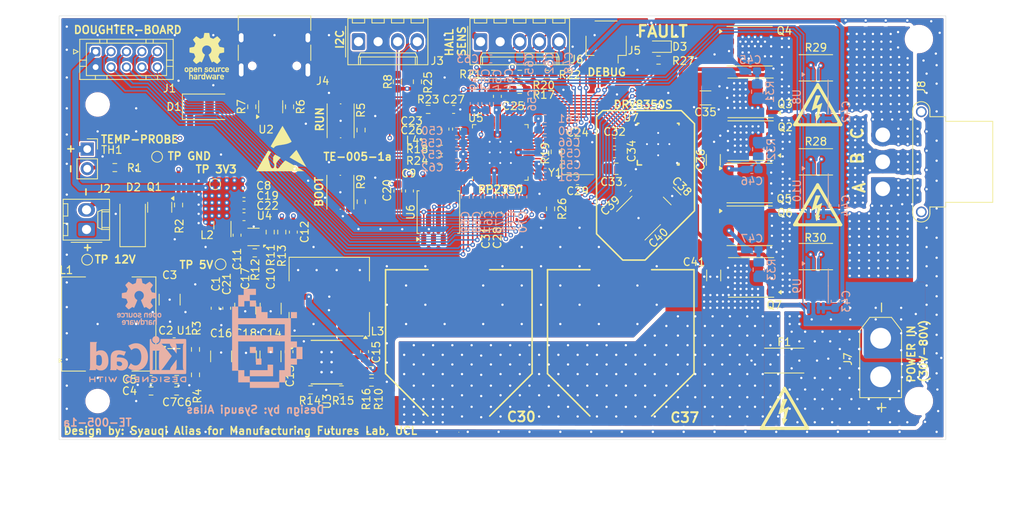
<source format=kicad_pcb>
(kicad_pcb (version 20241229) (generator "pcbnew") (generator_version "9.0")
  (layers (0 "F.Cu" signal) (4 "In1.Cu" signal) (6 "In2.Cu" signal) (2 "B.Cu" signal) (13 "F.Paste" user) (15 "B.Paste" user) (5 "F.SilkS" user "F.Silkscreen") (7 "B.SilkS" user "B.Silkscreen") (1 "F.Mask" user) (3 "B.Mask" user) (25 "Edge.Cuts" user))
  (net 0 "")
  (net 1 "+3V3")
  (net 2 "/XIN")
  (net 3 "VM")
  (net 4 "+1V1")
  (net 5 "/VREG_AVDD")
  (net 6 "+12V")
  (net 7 "+5V")
  (net 8 "VBUS")
  (net 9 "/MOTA_OUT")
  (net 10 "/MOTB_OUT")
  (net 11 "/MOTC_OUT")
  (net 12 "/GPIO18")
  (net 13 "/GPIO16")
  (net 14 "/GPIO17")
  (net 15 "/SWD")
  (net 16 "/SWCLK")
  (net 17 "/USB_D+")
  (net 18 "/USB_D-")
  (net 19 "/GPIO3")
  (net 20 "/GPIO0")
  (net 21 "/GPIO2")
  (net 22 "/GPIO1")
  (net 23 "/GPIO4")
  (net 24 "/GPIO7")
  (net 25 "/VREG_LX")
  (net 26 "/MOTA_IN")
  (net 27 "/GHA")
  (net 28 "/GLA")
  (net 29 "/MOTB_IN")
  (net 30 "/GHB")
  (net 31 "/GLB")
  (net 32 "/MOTC_IN")
  (net 33 "/GHC")
  (net 34 "/GLC")
  (net 35 "/XOUT")
  (net 36 "/DRV_SDO")
  (net 37 "/~{USB_BOOT}")
  (net 38 "/FLASH_SS")
  (net 39 "/USB1_D+")
  (net 40 "/USB1_D-")
  (net 41 "/DRV_nFAULT")
  (net 42 "Net-(U1-SW)")
  (net 43 "/GPIO29_ADC3")
  (net 44 "Net-(U1-CB)")
  (net 45 "Net-(U4-FB)")
  (net 46 "Net-(U3-BOOT)")
  (net 47 "/RUN")
  (net 48 "/GPIO10")
  (net 49 "/CHA_B")
  (net 50 "/CHA_A")
  (net 51 "/QSPI_SD0")
  (net 52 "/QSPI_SD2")
  (net 53 "/GPIO27_ADC1")
  (net 54 "/QSPI_SD3")
  (net 55 "/DRV_SCLK")
  (net 56 "/DRV_GLC")
  (net 57 "/DRV_nSCS")
  (net 58 "/DRV_GHC")
  (net 59 "/DRV_GLA")
  (net 60 "/GPIO26_ADC0")
  (net 61 "/DRV_GHB")
  (net 62 "/DRV_SDI")
  (net 63 "/DRV_EN")
  (net 64 "/GPIO28_ADC2")
  (net 65 "/QSPI_SCLK")
  (net 66 "/DRV_GLB")
  (net 67 "/DRV_GHA")
  (net 68 "/QSPI_SD1")
  (net 69 "Net-(U3-SW)")
  (net 70 "Net-(C24-Pad1)")
  (net 71 "Net-(U7-DVDD)")
  (net 72 "Net-(U7-CPH)")
  (net 73 "Net-(D3-K)")
  (net 74 "GND")
  (net 75 "/GPIO9")
  (net 76 "/GPIO8")
  (net 77 "Net-(U7-CPL)")
  (net 78 "Net-(U7-VGLS)")
  (net 79 "Net-(U7-VCP)")
  (net 80 "Net-(C45-Pad1)")
  (net 81 "Net-(C46-Pad1)")
  (net 82 "Net-(C47-Pad1)")
  (net 83 "Net-(D2-A)")
  (net 84 "Net-(J7-Pin_2)")
  (net 85 "Net-(J4-CC1)")
  (net 86 "Net-(J4-CC2)")
  (net 87 "Net-(U4-SW)")
  (net 88 "Net-(U1-FB)")
  (net 89 "Net-(R5-Pad1)")
  (net 90 "Net-(U3-PG)")
  (net 91 "Net-(U4-PG)")
  (net 92 "Net-(U3-RT_SYNC)")
  (net 93 "Net-(U3-FB)")
  (net 94 "Net-(U5-USB_DM)")
  (net 95 "Net-(U5-USB_DP)")
  (footprint "TestPoint:TestPoint_Pad_D1.0mm" (layer "F.Cu") (at 106.07 60.8425 -90)
    (property "Reference" "TP_GND1" (hide yes))
    (property "Value" "TestPoint")
  )
  (footprint "Package_SO:PowerPAK_SO-8_Single" (layer "F.Cu") (at 183.03 53.195 180)
    (property "Reference" "Q3")
    (property "Value" "SIR680LDP")
  )
  (footprint "Capacitor_SMD:C_1206_3216Metric" (layer "F.Cu") (at 178.25 76.25 90)
    (property "Reference" "C41")
    (property "Value" "1uF 100V")
  )
  (footprint "Resistor_SMD:R_0603_1608Metric_Pad0.98x0.95mm_HandSolder" (layer "F.Cu") (at 149.6875 50.1375)
    (property "Reference" "R21")
    (property "Value" "1k")
  )
  (footprint "Capacitor_SMD:C_0603_1608Metric_Pad1.08x0.95mm_HandSolder" (layer "F.Cu") (at 137.2875 65.2825 -90)
    (property "Reference" "C20")
    (property "Value" "100pF")
  )
  (footprint "Resistor_SMD:R_0603_1608Metric_Pad0.98x0.95mm_HandSolder" (layer "F.Cu") (at 108.6 91.25)
    (property "Reference" "C7")
    (property "Value" "1uF")
  )
  (footprint "Capacitor_SMD:C_1210_3225Metric_Pad1.33x2.70mm_HandSolder" (layer "F.Cu") (at 117.5 80.55 -90)
    (property "Reference" "C17")
    (property "Value" "47uF")
  )
  (footprint "Button_Switch_SMD:SW_Push_1P1T_NO_Vertical_Wuerth_434133025816" (layer "F.Cu") (at 129.835 65.443675 90)
    (property "Reference" "SW2" (hide yes))
    (property "Value" "SW_Push")
  )
  (footprint "Fuse:Fuse_Schurter_UMZ250" (layer "F.Cu") (at 187.4 87.3)
    (property "Reference" "F1")
    (property "Value" "Fuse")
  )
  (footprint "MountingHole:MountingHole_2.7mm_M2.5_ISO14580" (layer "F.Cu") (at 98.36 92.5525)
    (property "Reference" "H4" (hide yes))
    (property "Value" "MountingHole")
  )
  (footprint "Inductor_SMD_Wurth:L_Wurth_WE-LQSH-2010" (layer "F.Cu") (at 114.539448 70.22 90)
    (property "Reference" "L2")
    (property "Value" "470nH")
  )
  (footprint "EEVFK2A331M:EEEFK0J103SM" (layer "F.Cu") (at 145.2 85 90)
    (property "Reference" "C30")
    (property "Value" "330uF 100V" (hide yes))
  )
  (footprint "TestPoint:TestPoint_Pad_D1.0mm" (layer "F.Cu") (at 113.6 64.4 -90)
    (property "Reference" "TP_3" (hide yes))
    (property "Value" "TestPoint")
  )
  (footprint "Symbol:ESD-Logo_6.6x6mm_SilkScreen" (layer "F.Cu") (at 122.18 59.7625)
    (property "Reference" "REF**" (hide yes))
    (property "Value" "ESD-Logo_6.6x6mm_SilkScreen" (hide yes))
  )
  (footprint "Capacitor_SMD:C_0603_1608Metric_Pad1.08x0.95mm_HandSolder" (layer "F.Cu") (at 123.174998 86.15 90)
    (property "Reference" "C13")
    (property "Value" "0.1uF 100V")
  )
  (footprint "Connector_AMASS:AMASS_MR30PW-FB_1x03_P3.50mm_Horizontal" (layer "F.Cu") (at 200.175 65 -90)
    (property "Reference" "J8")
    (property "Value" "Conn_01x03")
  )
  (footprint "Resistor_SMD:R_2512_6332Metric_Pad1.40x3.35mm_HandSolder" (layer "F.Cu") (at 191.5 61.5)
    (property "Reference" "R28")
    (property "Value" "2m")
  )
  (footprint "Capacitor_SMD:C_1210_3225Metric" (layer "F.Cu") (at 117.574998 86.75 90)
    (property "Reference" "C18")
    (property "Value" "2.2uF")
  )
  (footprint "Resistor_SMD:R_0603_1608Metric_Pad0.98x0.95mm_HandSolder" (layer "F.Cu") (at 156.6 50.1375 180)
    (property "Reference" "R22")
    (property "Value" "1k")
  )
  (footprint "Resistor_SMD:R_0603_1608Metric_Pad0.98x0.95mm_HandSolder" (layer "F.Cu") (at 141.225 54.7)
    (property "Reference" "R23")
    (property "Value" "33")
  )
  (footprint "Symbol:Symbol_HighVoltage_Triangle_6x6mm_Copper" (layer "F.Cu") (at 187.44 93.5025)
    (property "Reference" "REF**" (hide yes))
    (property "Value" "Symbol_HighVoltage_Triangle_6x6mm_Copper" (hide yes))
  )
  (footprint "Capacitor_SMD:C_0603_1608Metric_Pad1.08x0.95mm_HandSolder" (layer "F.Cu") (at 160.6 58.95)
    (property "Reference" "C24")
    (property "Value" "15p")
  )
  (footprint "Package_SO:PowerPAK_SO-8_Single" (layer "F.Cu") (at 182.905 64.25)
    (property "Reference" "Q5")
    (property "Value" "SIR680LDP")
  )
  (footprint "Resistor_SMD:R_0603_1608Metric_Pad0.98x0.95mm_HandSolder" (layer "F.Cu") (at 137.23 51.1 90)
    (property "Reference" "R8")
    (property "Value" "4.7k")
  )
  (footprint "Connector_Molex:Molex_KK-254_AE-6410-02A_1x02_P2.54mm_Vertical" (layer "F.Cu") (at 96.92 70.275 90)
    (property "Reference" "J2")
    (property "Value" "Heat Mat")
  )
  (footprint "Diode_SMD:D_SMA" (layer "F.Cu") (at 102.9 69 90)
    (property "Reference" "D2")
    (property "Value" "SS14")
  )
  (footprint "Connector_Molex:Molex_KK-254_AE-6410-04A_1x04_P2.54mm_Vertical" (layer "F.Cu") (at 132.19 45.9)
    (property "Reference" "J3")
    (property "Value" "I2C CONN")
  )
  (footprint "DRV8350S:RTV0032E" (layer "F.Cu") (at 171.05 59.2 90)
    (property "Reference" "U7")
    (property "Value" "DRV8350S")
  )
  (footprint "Capacitor_SMD:C_1210_3225Metric_Pad1.33x2.70mm_HandSolder" (layer "F.Cu") (at 120.8 80.55 -90)
    (property "Reference" "C10")
    (property "Value" "47uF")
  )
  (footprint "Capacitor_SMD:C_0603_1608Metric_Pad1.08x0.95mm_HandSolder" (layer "F.Cu") (at 138.8 65.2825 -90)
    (property "Reference" "C9")
    (property "Value" "100nF")
  )
  (footprint "Capacitor_SMD:C_0603_1608Metric_Pad1.08x0.95mm_HandSolder" (layer "F.Cu") (at 167.135006 64.914994 -135)
    (property "Reference" "C39")
    (property "Value" "0.1uF 100V")
  )
  (footprint "Capacitor_SMD:C_0603_1608Metric_Pad1.08x0.95mm_HandSolder" (layer "F.Cu") (at 116.439448 71.02 90)
    (property "Reference" "C11")
    (property "Value" "4.7uF")
  )
  (footprint "Capacitor_SMD:C_0603_1608Metric_Pad1.08x0.95mm_HandSolder" (layer "F.Cu") (at 150.2 53 90)
    (property "Reference" "C25")
    (property "Value" "100nF")
  )
  (footprint "Capacitor_SMD:C_1206_3216Metric" (layer "F.Cu") (at 172.864994 65.935006 135)
    (property "Reference" "C38")
    (property "Value" "1uF 100V")
  )
  (footprint "Crystal:Crystal_SMD_3225-4Pin_3.2x2.5mm" (layer "F.Cu") (at 160.6 61.45)
    (property "Reference" "Y1")
    (property "Value" "ABM8-272-T3")
  )
  (footprint "Symbol:Symbol_HighVoltage_Triangle_6x6mm_Copper" (layer "F.Cu") (at 191.75 54.0825)
    (property "Reference" "REF**" (hide yes))
    (property "Value" "Symbol_HighVoltage_Triangle_6x6mm_Copper" (hide yes))
  )
  (footprint "Resistor_SMD:R_0603_1608Metric" (layer "F.Cu") (at 171.1 48.3 180)
    (property "Reference" "R27")
    (property "Value" "330")
  )
  (footprint "Capacitor_SMD:C_0603_1608Metric_Pad1.08x0.95mm_HandSolder" (layer "F.Cu") (at 132.974998 86.1375 90)
    (property "Reference" "C15")
    (property "Value" "100nF")
  )
  (footprint "Inductor_SMD:L_Coilcraft_MSS1038-XXX" (layer "F.Cu") (at 128.4 79 180)
    (property "Reference" "L3")
    (property "Value" "15uH")
  )
  (footprint "Capacitor_SMD:C_1210_3225Metric" (layer "F.Cu") (at 114.374998 86.75 90)
    (property "Reference" "C16")
    (property "Value" "4.7uF")
  )
  (footprint "Resistor_SMD:R_0603_1608Metric" (layer "F.Cu") (at 118.739448 73.32 180)
    (property "Reference" "R12")
    (property "Value" "100k")
  )
  (footprint "Resistor_SMD:R_2512_6332Metric_Pad1.40x3.35mm_HandSolder" (layer "F.Cu") (at 191.5 49.3)
    (property "Reference" "R29")
    (property "Value" "2m")
  )
  (footprint "Package_SO:PowerPAK_SO-8_Single" (layer "F.Cu") (at 182.91 69.8)
    (property "Reference" "Q6")
    (property "Value" "SIR680LDP")
  )
  (footprint "MountingHole:MountingHole_2.7mm_M2.5_ISO14580" (layer "F.Cu") (at 204.86 45.5525)
    (property "Reference" "H2" (hide yes))
    (property "Value" "MountingHole")
  )
  (footprint "Resistor_SMD:R_0603_1608Metric_Pad0.98x0.95mm_HandSolder" (layer "F.Cu") (at 129.974998 91.1)
    (property "Reference" "R15")
    (property "Value" "10k")
  )
  (footprint "Capacitor_SMD:C_0603_1608Metric_Pad1.08x0.95mm_HandSolder" (layer "F.Cu") (at 165.3925 60.45 180)
    (property "Reference" "C34")
    (property "Value" "1uF 16V")
  )
  (footprint "LMR38020_footprints:DDA0008E-MFG" (layer "F.Cu") (at 128.049998 87.5)
    (property "Reference" "U3")
    (property "Value" "LMR38020SDDAR")
  )
  (footprint "Connector_PinSocket_2.54mm:PinSocket_1x02_P2.54mm_Vertical" (layer "F.Cu") (at 97.01 59.8425)
    (property "Reference" "TH1")
    (property "Value" "100k 200 C")
  )
  (footprint "Resistor_SMD:R_0603_1608Metric_Pad0.98x0.95mm_HandSolder" (layer "F.Cu") (at 123.25 54.3525 -90)
    (property "Reference" "R6")
    (property "Value" "5.1k")
  )
  (footprint "Resistor_SMD:R_0603_1608Metric_Pad0.98x0.95mm_HandSolder" (layer "F.Cu") (at 120.739448 70.62 90)
    (property "Reference" "R11")
    (property "Value" "100k")
  )
  (footprint "Resistor_SMD:R_0603_1608Metric_Pad0.98x0.95mm_HandSolder" (layer "F.Cu") (at 118.35 54.3525 90)
    (property "Reference" "R7")
    (property "Value" "5.1k")
  )
  (footprint "Capacitor_SMD:C_0603_1608Metric_Pad1.08x0.95mm_HandSolder" (layer "F.Cu") (at 150.2 68.1 -90)
    (property "Reference" "C28")
    (property "Value" "4.7uF")
  )
  (footprint "Connector_AMASS:AMASS_XT30U-M_1x02_P5.0mm_Vertical" (layer "F.Cu") (at 199.9 84.4 -90)
    (property "Reference" "J7")
    (property "Value" "Conn_01x02")
  )
  (footprint "Resistor_SMD:R_0603_1608Metric_Pad0.98x0.95mm_HandSolder" (layer "F.Cu") (at 139.83 51.1 90)
    (property "Reference" "R25")
    (property "Value" "4.7k")
  )
  (footprint "Resistor_SMD:R_0603_1608Metric_Pad0.98x0.95mm_HandSolder" (layer "F.Cu") (at 157.7 60.2 90)
    (property "Reference" "R19")
    (property "Value" "1k")
  )
  (footprint "MountingHole:MountingHole_2.7mm_M2.5_ISO14580" (layer "F.Cu") (at 204.86 92.5525)
    (property "Reference" "H1" (hide yes))
    (property "Value" "MountingHole")
  )
  (footprint "Resistor_SMD:R_0603_1608Metric_Pad0.98x0.95mm_HandSolder" (layer "F.Cu") (at 111.05 89.15 -90)
    (property "Reference" "R4")
    (property "Value" "22.1k")
  )
  (footprint "Connector_JST:JST_PHD_B10B-PHDSS_2x05_P2.00mm_Vertical" (layer "F.Cu") (at 98.1 47.2)
    (property "Reference" "J1")
    (property "Value" "Conn_01x10")
  )
  (footprint "Capacitor_SMD:C_1210_3225Metric" (layer "F.Cu") (at 120.774998 86.75 90)
    (property "Reference" "C14")
    (property "Value" "2.2uF")
  )
  (footprint "Diode_SMD:D_SMA" (layer "F.Cu") (at 112.86 54.3525)
    (property "Reference" "D1")
    (property "Value" "SS12")
  )
  (footprint "Symbol:Symbol_HighVoltage_Triangle_6x6mm_Copper" (layer "F.Cu") (at 191.73 67.0725)
    (property "Reference" "REF**" (hide yes))
    (property "Value" "Symbol_HighVoltage_Triangle_6x6mm_Copper" (hide yes))
  )
  (footprint "Package_TO_SOT_SMD:SOT-23-6" (layer "F.Cu") (at 120.8 54.35 90)
    (property "Reference" "U2")
    (property "Value" "WE-TVS-82400102")
  )
  (footprint "TestPoint:TestPoint_Pad_D1.0mm" (layer "F.Cu") (at 114.3 74.8 90)
    (property "Reference" "TP_1" (hide yes))
    (property "Value" "TestPoint")
  )
  (footprint "Resistor_SMD:R_0603_1608Metric_Pad0.98x0.95mm_HandSolder" (layer "F.Cu") (at 133.874998 90.1)
    (property "Reference" "R16")
    (property "Value" "40.2k")
  )
  (footprint "Capacitor_SMD:C_0603_1608Metric_Pad1.08x0.95mm_HandSolder" (layer "F.Cu") (at 144.525 54.7)
    (property "Reference" "C27")
    (property "Value" "4.7uF")
  )
  (footprint "Capacitor_SMD:C_0603_1608Metric_Pad1.08x0.95mm_HandSolder" (layer "F.Cu") (at 123.739448 70.62 -90)
    (property "Reference" "C12")
    (property "Value" "120pF")
  )
  (footprint "RP2350_60QFN_minimal:RP2350-QFN-60-1EP_7x7_P0.4mm_EP3.4x3.4mm_ThermalVias" (layer "F.Cu") (at 150.575 60.275 90)
    (property "Reference" "U5")
    (property "Value" "RP2350_60QFN")
  )
  (footprint "Package_SON:Texas_VSON-HR-8_1.5x2mm_P0.5mm" (layer "F.Cu") (at 118.575 71.25 180)
    (property "Reference" "U4")
    (property "Value" "TPS62822DLC")
  )
  (footprint "Resistor_SMD:R_0603_1608Metric_Pad0.98x0.95mm_HandSolder" (layer "F.Cu") (at 108.6125 89.75)
    (property "Reference" "C6")
    (property "Value" "1uF")
  )
  (footprint "Resistor_SMD:R_0603_1608Metric_Pad0.98x0.95mm_HandSolder" (layer "F.Cu") (at 125.974998 91.1 180)
    (property "Reference" "R14")
    (property "Value" "64.9k")
  )
  (footprint "Package_TO_SOT_SMD:SOT-23-6" (layer "F.Cu") (at 108.25 87.3)
    (property "Reference" "U1")
    (property "Value" "LMR51430")
  )
  (footprint "Symbol:OSHW-Logo_5.7x6mm_SilkScreen" (layer "F.Cu") (at 112.51 47.7825)
    (property "Reference" "REF**" (hide yes))
    (property "Value" "OSHW-Logo_5.7x6mm_SilkScreen" (hide yes))
  )
  (footprint "Resistor_SMD:R_0603_1608Metric_Pad0.98x0.95mm_HandSolder" (layer "F.Cu") (at 111.05 85.85 -90)
    (property "Reference" "R3")
    (property "Value" "422k")
  )
  (footprint "Resistor_SMD:R_0603_1608Metric_Pad0.98x0.95mm_HandSolder" (layer "F.Cu") (at 108.86 67.1025 -90)
    (property "Reference" "R2")
    (property "Value" "10k")
  )
  (footprint "Resistor_SMD:R_0603_1608Metric_Pad0.98x0.95mm_HandSolder" (layer "F.Cu") (at 133.874998 88.6)
    (property "Reference" "R10")
    (property "Value" "100k")
  )
  (footprint "Capacitor_SMD:C_0603_1608Metric_Pad1.08x0.95mm_HandSolder" (layer "F.Cu") (at 117.339448 65.62)
    (property "Reference" "C8")
    (property "Value" "100nF")
  )
  (footprint "Connector_Molex:Molex_KK-254_AE-6410-05A_1x05_P2.54mm_Vertical" (layer "F.Cu") (at 148.02 45.9075)
    (property "Reference" "J6")
    (property "Value" "Conn_01x05")
  )
  (footprint "Connector_JST:JST_SH_SM03B-SRSS-TB_1x03-1MP_P1.00mm_Horizontal" (layer "F.Cu") (at 164.3 45.9 180)
    (property "Reference" "J5")
    (property "Value" "SM03B-SRSS-TB")
  )
  (footprint "Capacitor_SMD:C_1206_3216Metric" (layer "F.Cu") (at 178.2 61.25 -90)
    (property "Reference" "C36")
    (property "Value" "1uF 100V")
  )
  (footprint "Capacitor_SMD:C_0603_1608Metric_Pad1.08x0.95mm_HandSolder" (layer "F.Cu") (at 105.3 89.75 180)
    (property "Reference" "C5")
    (property "Value" "0.1uF 100V")
  )
  (footprint "Package_SO:PowerPAK_SO-8_Single" (layer "F.Cu") (at 183.03 58.75 180)
    (property "Reference" "Q2")
    (property "Value" "SIR680LDP")
  )
  (footprint "Resistor_SMD:R_0603_1608Metric_Pad0.98x0.95mm_HandSolder" (layer "F.Cu") (at 153.1 52.1 180)
    (property "Reference" "R17")
    (property "Value" "10k")
  )
  (footprint "EEVFK2A331M:EEEFK0J103SM" (layer "F.Cu") (at 166.2 85 90)
    (property "Reference" "C37")
    (property "Value" "330uF 100V" (hide yes))
  )
  (footprint "Resistor_SMD:R_0603_1608Metric_Pad0.98x0.95mm_HandSolder" (layer "F.Cu") (at 142.818981 61.367304)
    (property "Reference" "R24")
    (property "Value" "27")
  )
  (footprint "TestPoint:TestPoint_Pad_D1.0mm" (layer "F.Cu") (at 97 74.2 -90)
    (property "Reference" "TP_12V1" (hide yes))
    (property "Value" "TestPoint")
  )
  (footprint "Package_TO_SOT_SMD:SOT-23" (layer "F.Cu") (at 106.41 67.4025 -90)
    (property "Reference" "Q1")
    (property "Value" "DMN3053L-7")
  )
  (footprint "Resistor_SMD:R_0603_1608Metric_Pad0.98x0.95mm_HandSolder" (layer "F.Cu") (at 153.1 50.1375)
    (property "Reference" "R20")
    (property "Value" "1k")
  )
  (footprint "MountingHole:MountingHole_2.7mm_M2.5_ISO14580" (layer "F.Cu") (at 98.36 54.0525)
    (property "Reference" "H3" (hide yes))
    (property "Value" "MountingHole")
  )
  (footprint "Capacitor_SMD:C_0805_2012Metric_Pad1.18x1.45mm_HandSolder" (layer "F.Cu") (at 165.6 62.4 180)
    (property "Reference" "C33")
    (property "Value" "0.047uF")
  )
  (footprint "Capacitor_SMD:C_0603_1608Metric_Pad1.08x0.95mm_HandSolder" (layer "F.Cu") (at 165.3925 58.95 180)
    (property "Reference" "C32")
    (property "Value" "1uF 16V")
  )
  (footprint "Capacitor_SMD:C_0603_1608Metric_Pad1.08x0.95mm_HandSolder" (layer "F.Cu") (at 160.6 63.95)
    (property "Reference" "C29")
    (property "Value" "15p")
  )
  (footprint "Inductor_SMD:L_Coilcraft_MSS1210-XXX" (layer "F.Cu") (at 99.8 82.55 90)
    (property "Reference" "L1")
    (property "Value" "15uH")
  )
  (footprint "Capacitor_SMD:C_0603_1608Metric_Pad1.08x0.95mm_HandSolder" (layer "F.Cu") (at 143.4 57.25 90)
    (property "Reference" "C23")
    (property "Value" "4.7uF")
  )
  (footprint "Resistor_SMD:R_0603_1608Metric_Pad0.98x0.95mm_HandSolder" (layer "F.Cu") (at 100.59 62.2425)
    (property "Reference" "R1")
    (property "Value" "10k")
  )
  (footprint "Capacitor_SMD:C_1210_3225Metric_Pad1.33x2.70mm_HandSolder" (layer "F.Cu") (at 107.7 79.3875 -90)
    (property "Reference" "C3")
    (property "Value" "47uF")
  )
  (footprint "Resistor_SMD:R_0603_1608Metric_Pad0.98x0.95mm_HandSolder" (layer "F.Cu") (at 132.522101 57.37289 90)
    (property "Reference" "R5")
    (property "Value" "1k")
  )
  (footprint "Package_SO:PowerPAK_SO-8_Single" (layer "F.Cu") (at 182.91 46.49)
    (property "Reference" "Q4")
    (property "Value" "SIR680LDP")
  )
  (footprint "Capacitor_SMD:C_0603_1608Metric_Pad1.08x0.95mm_HandSolder" (layer "F.Cu") (at 117.339448 67.12)
    (property "Reference" "C19")
    (property "Value" "22uF")
  )
  (footprint "Capacitor_SMD:C_0603_1608Metric_Pad1.08x0.95mm_HandSolder" (layer "F.Cu") (at 108.2875 84.85 180)
    (property "Reference" "C2")
    (property "Value" "100nF")
  )
  (footprint "Button_Switch_SMD:SW_Push_1P1T_NO_Vertical_Wuerth_434133025816" (layer "F.Cu") (at 129.872101 56.17289 -90)
    (property "Reference" "SW1" (hide yes))
    (property "Value" "SW_Push")
  )
  (footprint "Package_SO:PowerPAK_SO-8_Single" (layer "F.Cu") (at 183.1 76.5 180)
    (property "Reference" "Q7")
    (property "Value" "SIR680LDP")
  )
  (footprint "Capacitor_SMD:C_2220_5750Metric_Pad1.97x5.40mm_HandSolder" (layer "F.Cu") (at 168.5 68.8 -135)
    (property "Reference" "C40")
    (property "Value" "10uF 100V")
  )
  (footprint "Resistor_SMD:R_0603_1608Metric_Pad0.98x0.95mm_HandSolder" (layer "F.Cu") (at 142.818981 59.867304)
    (property "Reference" "R18")
    (property "Value" "27")
  )
  (footprint "Capacitor_SMD:C_0603_1608Metric_Pad1.08x0.95mm_HandSolder" (layer "F.Cu") (at 148.7 68.1 -90)
    (property "Reference" "C31")
    (property "Value" "100pF")
  )
  (footprint "Capacitor_SMD:C_0603_1608Metric_Pad1.08x0.95mm_HandSolder" (layer "F.Cu") (at 144.9 57.25 90)
    (property "Reference" "C26")
    (property "Value" "4.7uF")
  )
  (footprint "Capacitor_SMD:C_0603_1608Metric_Pad1.08x0.95mm_HandSolder" (layer "F.Cu") (at 113.6 80.5 -90)
    (property "Reference" "C1")
    (property "Value" "100nF")
  )
  (footprint "RP2350_60QFN_minimal:L_pol_2016" (layer "F.Cu") (at 141.6 57.7 90)
    (property "Reference" "L4")
    (property "Value" "3.3uH")
  )
  (footprint "Capacitor_SMD:C_1206_3216Metric" (layer "F.Cu") (at 177.185 53.2 180)
    (property "Reference" "C35")
    (property "Value" "1uF 100V")
  )
  (footprint "Package_SO:SOIC-8_5.3x5.3mm_P1.27mm" (layer "F.Cu") (at 142.55 68.02 90)
    (property "Reference" "U6")
    (property "Value" "W25Q128JVS")
  )
  (footprint "Resistor_SMD:R_0603_1608Metric_Pad0.98x0.95mm_HandSolder" (layer "F.Cu") (at 157.1 67.6 90)
    (property "Reference" "R26")
    (property "Value" "1k")
  )
  (footprint "Capacitor_SMD:C_0603_1608Metric_Pad1.08x0.95mm_HandSolder" (layer "F.Cu") (at 115.1 80.5 -90)
    (property "Reference" "C21")
    (property "Value" "100pF")
  )
  (footprint "Connector_USB:USB_C_Receptacle_HRO_TYPE-C-31-M-12" (layer "F.Cu") (at 121.3 46.44 180)
    (property "Reference" "J4")
    (property "Value" "USB_C_Receptacle_USB2.0_14P")
  )
  (footprint "Resistor_SMD:R_2512_6332Metric_Pad1.40x3.35mm_HandSolder" (layer "F.Cu") (at 191.5 73.8)
    (property "Reference" "R30")
    (property "Value" "2m")
  )
  (footprint "Resistor_SMD:R_0603_1608Metric_Pad0.98x0.95mm_HandSolder" (layer "F.Cu") (at 132.55 66.673675 -90)
    (property "Reference" "R9")
    (property "Value" "1k")
  )
  (footprint "Capacitor_SMD:C_0603_1608Metric_Pad1.08x0.95mm_HandSolder" (layer "F.Cu") (at 117.339448 68.62)
    (property "Reference" "C22")
    (property "Value" "22uF")
  )
  (footprint "Resistor_SMD:R_0603_1608Metric_Pad0.98x0.95mm_HandSolder" (layer "F.Cu") (at 122.239448 70.62 -90)
    (property "Reference" "R13")
    (property "Value" "453k")
  )
  (footprint "LED_SMD:LED_0603_1608Metric_Pad1.05x0.95mm_HandSolder" (layer "F.Cu") (at 171.1 46.55 180)
    (property "Reference" "D3")
    (property "Value" "LED")
  )
  (footprint "Resistor_SMD:R_0603_1608Metric_Pad0.98x0.95mm_HandSolder" (layer "F.Cu") (at 105.2875 91.25 180)
    (property "Reference" "C4")
    (property "Value" "1uF")
  )
  (footprint "Capacitor_SMD:C_0603_1608Metric_Pad1.08x0.95mm_HandSolder" (layer "B.Cu") (at 152 66.068313 -90)
    (property "Reference" "C71")
    (property "Value" "100pF")
  )
  (footprint "Capacitor_SMD:C_0603_1608Metric_Pad1.08x0.95mm_HandSolder" (layer "B.Cu") (at 150.525 66.068313 -90)
    (property "Reference" "C72")
    (property "Value" "0.01uF")
  )
  (footprint "Capacitor_SMD:C_0603_1608Metric_Pad1.08x0.95mm_HandSolder" (layer "B.Cu") (at 144.9125 62.075 180)
    (property "Reference" "C62")
    (property "Value" "100nF")
  )
  (footprint "Capacitor_SMD:C_0603_1608Metric_Pad1.08x0.95mm_HandSolder" (layer "B.Cu") (at 193.98 67.2 90)
    (property "Reference" "C44")
    (property "Value" "100nF")
  )
  (footprint "Capacitor_SMD:C_0603_1608Metric_Pad1.08x0.95mm_HandSolder" (layer "B.Cu") (at 151.7 53.9375 90)
    (property "Reference" "C64")
    (property "Value" "100pF")
  )
  (footprint "Capacitor_SMD:C_0603_1608Metric_Pad1.08x0.95mm_HandSolder" (layer "B.Cu") (at 156.39 58.815)
    (property "Reference" "C66")
    (property "Value" "100nF")
  )
  (footprint "Capacitor_SMD:C_0603_1608Metric_Pad1.08x0.95mm_HandSolder" (layer "B.Cu") (at 158.2 48.6625 -90)
    (property "Reference" "C48")
    (property "Value" "10pF")
  )
  (footprint "Capacitor_SMD:C_0603_1608Metric_Pad1.08x0.95mm_HandSolder" (layer "B.Cu") (at 183 49.7 180)
    (property "Reference" "C45")
    (property "Value" "C")
  )
  (footprint "Capacitor_SMD:C_0603_1608Metric_Pad1.08x0.95mm_HandSolder" (layer "B.Cu") (at 147.195 53.94 90)
    (property "Reference" "C49")
    (property "Value" "100pF")
  )
  (footprint "Capacitor_SMD:C_0603_1608Metric_Pad1.08x0.95mm_HandSolder" (layer "B.Cu") (at 194 79.6 90)
    (property "Reference" "C43")
    (property "Value" "100nF")
  )
  (footprint "Capacitor_SMD:C_0603_1608Metric_Pad1.08x0.95mm_HandSolder" (layer "B.Cu") (at 144.9025 57.565 180)
    (property "Reference" "C50")
    (property "Value" "100pF")
  )
  (footprint "Capacitor_SMD:C_0603_1608Metric_Pad1.08x0.95mm_HandSolder" (layer "B.Cu") (at 156.39 63.325)
    (property "Reference" "C51")
    (property "Value" "100pF")
  )
  (footprint "Capacitor_SMD:C_0603_1608Metric_Pad1.08x0.95mm_HandSolder" (layer "B.Cu") (at 155.7 48.7 -90)
    (property "Reference" "C52")
    (property "Value" "10pF")
  )
  (footprint "Capacitor_SMD:C_0603_1608Metric_Pad1.08x0.95mm_HandSolder" (layer "B.Cu") (at 148.6975 53.9375 90)
    (property "Reference" "C53")
    (property "Value" "100nF")
  )
  (footprint "Capacitor_SMD:C_0603_1608Metric_Pad1.08x0.95mm_HandSolder" (layer "B.Cu") (at 150.2 53.9375 90)
    (property "Reference" "C54")
    (property "Value" "100pF")
  )
  (footprint "Capacitor_SMD:C_0603_1608Metric_Pad1.08x0.95mm_HandSolder" (layer "B.Cu") (at 156.3875 61.825)
    (property "Reference" "C55")
    (property "Value" "100nF")
  )
  (footprint "Capacitor_SMD:C_0603_1608Metric_Pad1.08x0.95mm_HandSolder" (layer "B.Cu") (at 153.5 66.05 -90)
    (property "Reference" "C70")
    (property "Value" "100nF")
  )
  (footprint "Capacitor_SMD:C_0603_1608Metric_Pad1.08x0.95mm_HandSolder" (layer "B.Cu") (at 153.2075 53.94 90)
    (property "Reference" "C56")
    (property "Value" "100nF")
  )
  (footprint "Capacitor_SMD:C_0603_1608Metric_Pad1.08x0.95mm_HandSolder" (layer "B.Cu") (at 156.385 55.895)
    (property "Reference" "C61")
    (property "Value" "100pF")
  )
  (footprint "Capacitor_SMD:C_0603_1608Metric_Pad1.08x0.95mm_HandSolder" (layer "B.Cu") (at 144.9125 60.575 180)
    (property "Reference" "C57")
    (property "Value" "4.7uF")
  )
  (footprint "Symbol:OSHW-Logo_5.7x6mm_SilkScreen" (layer "B.Cu") (at 103.75 79.6425 180)
    (property "Reference" "REF**" (hide yes))
    (property "Value" "OSHW-Logo_5.7x6mm_SilkScreen" (hide yes))
  )
  (footprint "Package_SO:TSSOP-8_4.4x3mm_P0.65mm" (layer "B.Cu") (at 191.475 53.0625 -90)
    (property "Reference" "U8")
    (property "Value" "INA240A2PW")
  )
  (footprint "Resistor_SMD:R_0805_2012Metric_Pad1.20x1.40mm_HandSolder" (layer "B.Cu") (at 183.9 52.4 90)
    (property "Reference" "R31")
    (property "Value" "R")
  )
  (footprint "Resistor_SMD:R_0805_2012Metric_Pad1.20x1.40mm_HandSolder" (layer "B.Cu") (at 184.1 75.5 90)
    (property "Reference" "R33")
    (property "Value" "R")
  )
  (footprint "Capacitor_SMD:C_0603_1608Metric_Pad1.08x0.95mm_HandSolder" (layer "B.Cu") (at 144.9125 59.075 180)
    (property "Reference" "C58")
    (property "Value" "0.01uF")
  )
  (footprint "Capacitor_SMD:C_0603_1608Metric_Pad1.08x0.95mm_HandSolder" (layer "B.Cu") (at 146.05 66.080813 -90)
    (property "Reference" "C69")
    (property "Value" "100nF")
  )
  (footprint "Symbol:KiCad-Logo2_5mm_SilkScreen" (layer "B.Cu") (at 103.57 87.1025 180)
    (property "Reference" "REF**" (hide yes))
    (property "Value" "KiCad-Logo2_5mm_SilkScreen" (hide yes))
  )
  (footprint "Capacitor_SMD:C_0603_1608Metric_Pad1.08x0.95mm_HandSolder" (layer "B.Cu") (at 149.05 66.068313 -90)
    (property "Reference" "C67")
    (property "Value" "100nF")
  )
  (footprint "Capacitor_SMD:C_0603_1608Metric_Pad1.08x0.95mm_HandSolder" (layer "B.Cu") (at 156.3875 60.325)
    (property "Reference" "C59")
    (property "Value" "100pF")
  )
  (footprint "Capacitor_SMD:C_0603_1608Metric_Pad1.08x0.95mm_HandSolder" (layer "B.Cu") (at 156.385 57.355)
    (property "Reference" "C60")
    (property "Value" "100nF")
  )
  (footprint "Syauqi_logo:SYAUQI" (layer "B.Cu") (at 119.645625 84.452188 180)
    (property "Reference" "G***" (hide yes))
    (property "Value" "LOGO" (hide yes))
  )
  (footprint "Capacitor_SMD:C_0603_1608Metric_Pad1.08x0.95mm_HandSolder" (layer "B.Cu") (at 147.55 66.080813 -90)
    (property "Reference" "C68")
    (property "Value" "100pF")
  )
  (footprint "Capacitor_SMD:C_0603_1608Metric_Pad1.08x0.95mm_HandSolder" (layer "B.Cu") (at 194 55 90)
    (property "Reference" "C42")
    (property "Value" "100nF")
  )
  (footprint "Capacitor_SMD:C_0603_1608Metric_Pad1.08x0.95mm_HandSolder" (layer "B.Cu") (at 183.2 72.9 180)
    (property "Reference" "C47")
    (property "Value" "C")
  )
  (footprint "Resistor_SMD:R_0805_2012Metric_Pad1.20x1.40mm_HandSolder" (layer "B.Cu") (at 184.03 59.8625 -90)
    (property "Reference" "R32")
    (property "Value" "R")
  )
  (footprint "Capacitor_SMD:C_0603_1608Metric_Pad1.08x0.95mm_HandSolder" (layer "B.Cu") (at 149.35 48.1375)
    (property "Reference" "C63")
    (property "Value" "100nF")
  )
  (footprint "Package_SO:TSSOP-8_4.4x3mm_P0.65mm" (layer "B.Cu") (at 191.5 65.25 -90)
    (property "Reference" "U10")
    (property "Value" "INA240A2PW")
  )
  (footprint "Capacitor_SMD:C_0603_1608Metric_Pad1.08x0.95mm_HandSolder" (layer "B.Cu") (at 153.1 48.7625 -90)
    (property "Reference" "C65")
    (property "Value" "10pF")
  )
  (footprint "Capacitor_SMD:C_0603_1608Metric_Pad1.08x0.95mm_HandSolder" (layer "B.Cu") (at 183.2 62.5 180)
    (property "Reference" "C46")
    (property "Value" "C")
  )
  (footprint "Package_SO:TSSOP-8_4.4x3mm_P0.65mm" (layer "B.Cu") (at 191.5 77.6 -90)
    (property "Reference" "U9")
    (property "Value" "INA240A2PW")
  )
  (gr_poly (pts (xy 163.86 54.8525) (xy 174.06 54.8525) (xy 175.76 56.5525) (xy 175.76 67.8525) (xy 169.36 74.2525) (xy 166.46 74.2525) (xy 163.06 70.8525) (xy 163.06 55.6525)) (stroke (width 0.2)) (fill no) (layer "F.SilkS"))
  (gr_rect (start 93.36 42.5525) (end 208.36 97.5525) (stroke (width 0.05)) (fill no) (layer "Edge.Cuts"))
  (gr_text "RUN" (at 127.76 57.6525 90) (layer "F.SilkS") (effects (font (size 1 1) (thickness 0.2) (bold yes)) (justify left bottom)))
  (gr_text "HALL\nSENS" (at 146.16 47.9075 90) (layer "F.SilkS") (effects (font (size 1 1) (thickness 0.2) (bold yes)) (justify left bottom)))
  (gr_text "+" (at 94.13 60.3325 0) (layer "F.SilkS") (effects (font (size 1 1) (thickness 0.2) (bold yes)) (justify left bottom)))
  (gr_text "TE-005-1a" (at 127.52 61.4125 -0) (layer "F.SilkS") (effects (font (size 1 1) (thickness 0.2) (bold yes)) (justify left bottom)))
  (gr_text "DOUGHTER-BOARD " (at 95.16 44.9525 0) (layer "F.SilkS") (effects (font (size 1 1) (thickness 0.2) (bold yes)) (justify left bottom)))
  (gr_text "BOOT" (at 127.66 67.4525 90) (layer "F.SilkS") (effects (font (size 1 1) (thickness 0.2) (bold yes)) (justify left bottom)))
  (gr_text "RP2350" (at 147.56 65.6525 0) (layer "F.SilkS") (effects (font (size 1 1) (thickness 0.2) (bold yes)) (justify left bottom)))
  (gr_text "+" (at 96.3 73.1525 0) (layer "F.SilkS") (effects (font (size 1 1) (thickness 0.2) (bold yes)) (justify left bottom)))
  (gr_text "TP 12V" (at 97.86 74.7525 0) (layer "F.SilkS") (effects (font (size 1 1) (thickness 0.2) (bold yes)) (justify left bottom)))
  (gr_text "-" (at 97.36 66.1525 90) (layer "F.SilkS") (effects (font (size 1 1) (thickness 0.2) (bold yes)) (justify left bottom)))
  (gr_text "-" (at 95.38 63.1525 90) (layer "F.SilkS") (effects (font (size 1 1) (thickness 0.2) (bold yes)) (justify left bottom)))
  (gr_text "TP GND" (at 107.34 61.3425 0) (layer "F.SilkS") (effects (font (size 1 1) (thickness 0.2) (bold yes)) (justify left bottom)))
  (gr_text "TP 3V3" (at 110.96 63.0525 0) (layer "F.SilkS") (effects (font (size 1 1) (thickness 0.2) (bold yes)) (justify left bottom)))
  (gr_text "I2C" (at 130.36 46.9525 90) (layer "F.SilkS") (effects (font (size 1 1) (thickness 0.2) (bold yes)) (justify left bottom)))
  (gr_text "C" (at 197.75 58.75 90) (layer "F.SilkS") (effects (font (size 1.5 1.5) (thickness 0.3) (bold yes)) (justify left bottom)))
  (gr_text "Design by: Syauqi Alias for Manufacturing Futures Lab, UCL" (at 93.84 96.9925 0) (layer "F.SilkS") (effects (font (size 1 1) (thickness 0.2) (bold yes)) (justify left bottom)))
  (gr_text "A" (at 198 65.7 90) (layer "F.SilkS") (effects (font (size 1.5 1.5) (thickness 0.3) (bold yes)) (justify left bottom)))
  (gr_text "POWER IN\n(30V-80V)" (at 206.06 90.2525 90) (layer "F.SilkS") (effects (font (size 1 1) (thickness 0.2) (bold yes)) (justify left bottom)))
  (gr_text "DEBUG" (at 161.76 50.4525 0) (layer "F.SilkS") (effects (font (size 1 1) (thickness 0.2) (bold yes)) (justify left bottom)))
  (gr_text "TEMP-PROBE" (at 98.68 59.1625 0) (layer "F.SilkS") (effects (font (size 1 1) (thickness 0.2) (bold yes)) (justify left bottom)))
  (gr_text "B" (at 197.75 62 90) (layer "F.SilkS") (effects (font (size 1.5 1.5) (thickness 0.3) (bold yes)) (justify left bottom)))
  (gr_text "FAULT" (at 168.16 45.4525 0) (layer "F.SilkS") (effects (font (size 1.5 1.5) (thickness 0.3) (bold yes)) (justify left bottom)))
  (gr_text "DRV8350S" (at 165.16 54.6525 0) (layer "F.SilkS") (effects (font (size 1 1) (thickness 0.2) (bold yes)) (justify left bottom)))
  (gr_text "TP 5V\n" (at 108.86 75.4525 0) (layer "F.SilkS") (effects (font (size 1 1) (thickness 0.2) (bold yes)) (justify left bottom)))
  (gr_text "Design by: Syauqi Alias\n" (at 127.88 94.2425 0) (layer "B.SilkS") (effects (font (size 1 1) (thickness 0.2) (bold yes)) (justify left bottom mirror)))
  (gr_text "TE-005-1a" (at 102.88 95.9225 0) (layer "B.SilkS") (effects (font (size 1 1) (thickness 0.2) (bold yes)) (justify left bottom mirror)))
  (segment (start 152.140338 49.175251) (end 152.175251 49.175251) (width 0.5) (layer "F.Cu") (net 1))
  (segment (start 154.0125 61.475) (end 155.286692 61.475) (width 0.19) (layer "F.Cu") (net 1))
  (segment (start 123.739448 69.7575) (end 123.739448 68.510552) (width 0.5) (layer "F.Cu") (net 1))
  (segment (start 170.225 46.55) (end 170.225 43.5085) (width 0.8) (layer "F.Cu") (net 1))
  (segment (start 148.073702 57.876298) (end 148.175 57.775) (width 0.2) (layer "F.Cu") (net 1))
  (segment (start 145.95211 60.675) (end 145.759415 60.482305) (width 0.19) (layer "F.Cu") (net 1))
  (segment (start 140.645 64.4325) (end 140.645 63.145) (width 0.5) (layer "F.Cu") (net 1))
  (segment (start 147.2575 63.7125) (end 146.8 64.17) (width 0.2) (layer "F.Cu") (net 1))
  (segment (start 138.5125 52.0125) (end 138.5 52) (width 0.5) (layer "F.Cu") (net 1))
  (segment (start 170.225 43.5085) (end 170.17 43.4535) (width 0.8) (layer "F.Cu") (net 1))
  (segment (start 148.073702 57.965942) (end 148.073702 57.876298) (width 0.2) (layer "F.Cu") (net 1))
  (segment (start 151.775 63.7125) (end 151.775 64.399) (width 0.125) (layer "F.Cu") (net 1))
  (segment (start 151.775 64.399) (end 151.774 64.4) (width 0.125) (layer "F.Cu") (net 1))
  (segment (start 155.286692 61.475) (end 155.580846 61.769154) (width 0.19) (layer "F.Cu") (net 1))
  (segment (start 139.3 54.7) (end 139.25 54.75) (width 0.5) (layer "F.Cu") (net 1))
  (segment (start 152.1875 49.1875) (end 152.1875 50.1375) (width 0.5) (layer "F.Cu") (net 1))
  (segment (start 138.8 64.42) (end 138.8 63.05) (width 0.5) (layer "F.Cu") (net 1))
  (segment (start 157.5125 50.1375) (end 157.5125 49.2625) (width 0.5) (layer "F.Cu") (net 1))
  (segment (start 140.645 63.145) (end 140.5 63) (width 0.5) (layer "F.Cu") (net 1))
  (segment (start 147.1375 60.275) (end 145.96672 60.275) (width 0.19) (layer "F.Cu") (net 1))
  (segment (start 137.2675 64.4) (end 137.2875 64.42) (width 0.5) (layer "F.Cu") (net 1))
  (segment (start 147.195 54.8025) (end 147.195 56.2575) (width 0.2) (layer "F.Cu") (net 1))
  (segment (start 157.5125 49.2625) (end 157 48.75) (width 0.5) (layer "F.Cu") (net 1))
  (segment (start 147.1375 60.675) (end 145.95211 60.675) (width 0.19) (layer "F.Cu") (net 1))
  (segment (start 115.339448 68.62) (end 116.476948 68.62) (width 0.5) (layer "F.Cu") (net 1))
  (segment (start 116.476948 65.62) (end 116.476948 68.62) (width 0.5) (layer "F.Cu") (net 1))
  (segment (start 154.0125 52.1) (end 154.0125 51.9625) (width 0.5) (layer "F.Cu") (net 1))
  (segment (start 138.4875 52.0125) (end 138.5 52) (width 0.5) (layer "F.Cu") (net 1))
  (segment (start 148.175 57.775) (end 148.175 56.8375) (width 0.2) (layer "F.Cu") (net 1))
  (segment (start 152 65.205813) (end 151.774 64.979813) (width 0.2) (layer "F.Cu") (net 1))
  (segment (start 140.3125 54.7) (end 139.3 54.7) (width 0.5) (layer "F.Cu") (net 1))
  (segment (start 154.0125 57.475) (end 155.5225 55.965) (width 0.19) (layer "F.Cu") (net 1))
  (segment (start 136.5 64.4) (end 137.2675 64.4) (width 0.5) (layer "F.Cu") (net 1))
  (segment (start 157.1 68.5125) (end 156.0125 68.5125) (width 0.5) (layer "F.Cu") (net 1))
  (segment (start 147.195 56.2575) (end 147.775 56.8375) (width 0.2) (layer "F.Cu") (net 1))
  (segment (start 147.1375 58.675) (end 145.7875 58.675) (width 0.2) (layer "F.Cu") (net 1))
  (segment (start 138.8 63.05) (end 138.75 63) (width 0.5) (layer "F.Cu") (net 1))
  (segment (start 155.5225 55.965) (end 155.5225 55.9) (width 0.19) (layer "F.Cu") (net 1))
  (segment (start 152.175251 49.175251) (end 152.1875 49.1875) (width 0.5) (layer "F.Cu") (net 1))
  (segment (start 122.239448 69.7075) (end 122.239448 68.510552) (width 0.5) (layer "F.Cu") (net 1))
  (segment (start 151.774 64.4) (end 151.774 64.246774) (width 0.2) (layer "F.Cu") (net 1))
  (segment (start 148.073702 57.965942) (end 148.073702 58.326298) (width 0.2) (layer "F.Cu") (net 1))
  (segment (start 139.83 52.0125) (end 138.5125 52.0125) (width 0.5) (layer "F.Cu") (net 1))
  (segment (start 148.775 50.1375) (end 148.3875 50.1375) (width 0.5) (layer "F.Cu") (net 1))
  (segment (start 148.3875 50.1375) (end 147.5 49.25) (width 0.5) (layer "F.Cu") (net 1))
  (segment (start 147.725 58.675) (end 147.1375 58.675) (width 0.2) (layer "F.Cu") (net 1))
  (segment (start 145.96672 60.275) (end 145.759415 60.482305) (width 0.19) (layer "F.Cu") (net 1))
  (segment (start 123.739448 68.510552) (end 123.75 68.5) (width 0.5) (layer "F.Cu") (net 1))
  (segment (start 151.174999 54.467873) (end 150.575 55.067872) (width 0.19) (layer "F.Cu") (net 1))
  (segment (start 148.175 56.8375) (end 147.775 56.8375) (width 0.2) (layer "F.Cu") (net 1))
  (segment (start 152 65.205813) (end 151.775 64.980813) (width 0.2) (layer "F.Cu") (net 1))
  (segment (start 148.073702 58.326298) (end 147.725 58.675) (width 0.2) (layer "F.Cu") (net 1))
  (segment (start 151.174999 54.059199) (end 151.174999 54.467873) (width 0.19) (layer "F.Cu") (net 1))
  (segment (start 114.539448 69.42) (end 115.339448 68.62) (width 0.5) (layer "F.Cu") (net 1))
  (segment (start 151.774 64.979813) (end 151.774 64.4) (width 0.2) (layer "F.Cu") (net 1))
  (segment (start 137.23 52.0125) (end 138.4875 52.0125) (width 0.5) (layer "F.Cu") (net 1))
  (segment (start 145.7875 58.675) (end 145.225 58.1125) (width 0.2) (layer "F.Cu") (net 1))
  (segment (start 156.0125 68.5125) (end 156 68.5) (width 0.5) (layer "F.Cu") (net 1))
  (segment (start 154.0125 51.9625) (end 152.1875 50.1375) (width 0.5) (layer "F.Cu") (net 1))
  (segment (start 145.225 58.1125) (end 144.9 58.1125) (width 0.2) (layer "F.Cu") (net 1))
  (segment (start 150.575 55.067872) (end 150.575 56.8375) (width 0.19) (layer "F.Cu") (net 1))
  (segment (start 122.239448 68.510552) (end 122.25 68.5) (width 0.5) (layer "F.Cu") (net 1))
  (segment (start 151.775 64.980813) (end 151.775 63.7125) (width 0.2) (layer "F.Cu") (net 1))
  (segment (start 147.775 63.7125) (end 147.2575 63.7125) (width 0.2) (layer "F.Cu") (net 1))
  (via (at 115.1 66.8) (size 0.6) (drill 0.3) (layers "F.Cu" "B.Cu") (net 1))
  (via (at 113.1 63.9) (size 0.6) (drill 0.3) (layers "F.Cu" "B.Cu") (net 1))
  (via (at 114.1 67.6) (size 0.6) (drill 0.3) (layers "F.Cu" "B.Cu") (net 1))
  (via (at 113.2 68.5) (size 0.6) (drill 0.3) (layers "F.Cu" "B.Cu") (net 1))
  (via (at 112.36 69.3525) (size 0.6) (drill 0.3) (layers "F.Cu" "B.Cu") (net 1))
  (via (at 112.36 67.6) (size 0.6) (drill 0.3) (layers "F.Cu" "B.Cu") (net 1))
  (via (at 115.1 64.9) (size 0.6) (drill 0.3) (layers "F.Cu" "B.Cu") (net 1))
  (via (at 112.36 65.9) (size 0.6) (drill 0.3) (layers "F.Cu" "B.Cu") (net 1))
  (via (at 112.36 66.8) (size 0.6) (drill 0.3) (layers "F.Cu" "B.Cu") (net 1))
  (via (at 114.1 65.9) (size 0.6) (drill 0.3) (layers "F.Cu" "B.Cu") (net 1))
  (via (at 114.1 66.8) (size 0.6) (drill 0.3) (layers "F.Cu" "B.Cu") (net 1))
  (via (at 113.2 67.6) (size 0.6) (drill 0.3) (layers "F.Cu" "B.Cu") (net 1))
  (via (at 115.1 63.9) (size 0.6) (drill 0.3) (layers "F.Cu" "B.Cu") (net 1))
  (via (at 157 48.75) (size 0.6) (drill 0.3) (layers "F.Cu" "B.Cu") (net 1))
  (via (at 117.2 64.9) (size 0.6) (drill 0.3) (layers "F.Cu" "B.Cu") (net 1))
  (via (at 147.5 49.25) (size 0.6) (drill 0.3) (layers "F.Cu" "B.Cu") (net 1))
  (via (at 123.75 68.5) (size 0.6) (drill 0.3) (layers "F.Cu" "B.Cu") (net 1))
  (via (at 146.8 64.17) (size 0.6) (drill 0.3) (layers "F.Cu" "B.Cu") (net 1))
  (via (at 112.36 68.5525) (size 0.6) (drill 0.3) (layers "F.Cu" "B.Cu") (net 1))
  (via (at 147.195 54.8025) (size 0.6) (drill 0.3) (layers "F.Cu" "B.Cu") (net 1))
  (via (at 136.5 64.4) (size 0.6) (drill 0.3) (layers "F.Cu" "B.Cu") (net 1))
  (via (at 116.1 64.9) (size 0.6) (drill 0.3) (layers "F.Cu" "B.Cu") (net 1))
  (via (at 156 68.5) (size 0.6) (drill 0.3) (layers "F.Cu" "B.Cu") (net 1))
  (via (at 160.07 49.36) (size 0.6) (drill 0.3) (layers "F.Cu" "B.Cu") (net 1))
  (via (at 151.174999 54.059199) (size 0.6) (drill 0.3) (layers "F.Cu" "B.Cu") (net 1))
  (via (at 170.17 43.4535) (size 0.6) (drill 0.3) (layers "F.Cu" "B.Cu") (net 1))
  (via (at 114.1 63.9) (size 0.6) (drill 0.3) (layers "F.Cu" "B.Cu") (net 1))
  (via (at 113.2 66.8) (size 0.6) (drill 0.3) (layers "F.Cu" "B.Cu") (net 1))
  (via (at 138.5 52) (size 0.6) (drill 0.3) (layers "F.Cu" "B.Cu") (net 1))
  (via (at 145.759415 60.482305) (size 0.6) (drill 0.3) (layers "F.Cu" "B.Cu") (net 1))
  (via (at 155.5225 55.9) (size 0.6) (drill 0.3) (layers "F.Cu" "B.Cu") (net 1))
  (via (at 116.1 63.9) (size 0.6) (drill 0.3) (layers "F.Cu" "B.Cu") (net 1))
  (via (at 113.2 65.9) (size 0.6) (drill 0.3) (layers "F.Cu" "B.Cu") (net 1))
  (via (at 114.1 68.5) (size 0.6) (drill 0.3) (layers "F.Cu" "B.Cu") (net 1))
  (via (at 152.140338 49.175251) (size 0.6) (drill 0.3) (layers "F.Cu" "B.Cu") (net 1))
  (via (at 140.5 63) (size 0.6) (drill 0.3) (layers "F.Cu" "B.Cu") (net 1))
  (via (at 115.1 68.5) (size 0.6) (drill 0.3) (layers "F.Cu" "B.Cu") (net 1))
  (via (at 148.073702 57.965942) (size 0.6) (drill 0.3) (layers "F.Cu" "B.Cu") (net 1))
  (via (at 115.1 67.6) (size 0.6) (drill 0.3) (layers "F.Cu" "B.Cu") (net 1))
  (via (at 115.1 65.9) (size 0.6) (drill 0.3) (layers "F.Cu" "B.Cu") (net 1))
  (via (at 113.2 64.9) (size 0.6) (drill 0.3) (layers "F.Cu" "B.Cu") (net 1))
  (via (at 152 65.205813) (size 0.6) (drill 0.3) (layers "F.Cu" "B.Cu") (net 1))
  (via (at 138.75 63) (size 0.6) (drill 0.3) (layers "F.Cu" "B.Cu") (net 1))
  (via (at 114.1 64.9) (size 0.6) (drill 0.3) (layers "F.Cu" "B.Cu") (net 1))
  (via (at 122.25 68.5) (size 0.6) (drill 0.3) (layers "F.Cu" "B.Cu") (net 1))
  (via (at 113.2 69.4) (size 0.6) (drill 0.3) (layers "F.Cu" "B.Cu") (net 1))
  (via (at 139.25 54.75) (size 0.6) (drill 0.3) (layers "F.Cu" "B.Cu") (net 1))
  (via (at 117.2 63.9) (size 0.6) (drill 0.3) (layers "F.Cu" "B.Cu") (net 1))
  (via (at 112.36 64.87) (size 0.6) (drill 0.3) (layers "F.Cu" "B.Cu") (net 1))
  (via (at 155.580846 61.769154) (size 0.6) (drill 0.3) (layers "F.Cu" "B.Cu") (net 1))
  (segment (start 155.5275 61.8275) (end 155.525 61.825) (width 0.8) (layer "B.Cu") (net 1))
  (segment (start 146.05 64.92) (end 146.8 64.17) (width 0.5) (layer "B.Cu") (net 1))
  (segment (start 145.775 62.075) (end 145.775 57.575) (width 0.2) (layer "B.Cu") (net 1))
  (segment (start 146.05 65.218313) (end 146.05 64.92) (width 0.5) (layer "B.Cu") (net 1))
  (segment (start 147.55 64.92) (end 146.8 64.17) (width 0.5) (layer "B.Cu") (net 1))
  (segment (start 145.765 59.065) (end 145.775 59.075) (width 0.5) (layer "B.Cu") (net 1))
  (segment (start 95.474 49.826) (end 98.1 47.2) (width 0.8) (layer "B.Cu") (net 1))
  (segment (start 192.525 68.0625) (end 192.475 68.1125) (width 0.5) (layer "B.Cu") (net 1))
  (segment (start 96.12 64.87) (end 95.474 64.224) (width 0.8) (layer "B.Cu") (net 1))
  (segment (start 194.6435 68.0625) (end 194.926 67.78) (width 0.5) (layer "B.Cu") (net 1))
  (segment (start 194 55.862501) (end 194.853499 55.862501) (width 0.5) (layer "B.Cu") (net 1))
  (segment (start 153.2075 54.8025) (end 151.7025 54.8025) (width 0.5) (layer "B.Cu") (net 1))
  (segment (start 193.98 68.0625) (end 192.525 68.0625) (width 0.5) (layer "B.Cu") (net 1))
  (segment (start 191.862499 55.862501) (end 191.8 55.925) (width 0.5) (layer "B.Cu") (net 1))
  (segment (start 145.775 57.575) (end 145.765 57.565) (width 0.2) (layer "B.Cu") (net 1))
  (segment (start 194 80.462501) (end 191.825 80.4625) (width 0.5) (layer "B.Cu") (net 1))
  (segment (start 97.01 59.8425) (end 95.8315 59.8425) (width 0.8) (layer "B.Cu") (net 1))
  (segment (start 193.98 68.0625) (end 191.875 68.0625) (width 0.5) (layer "B.Cu") (net 1))
  (segment (start 151.174999 54.059199) (end 151.174999 54.274999) (width 0.19) (layer "B.Cu") (net 1))
  (segment (start 166.1265 43.3035) (end 194.1135 43.3035) (width 0.5) (layer "B.Cu") (net 1))
  (segment (start 178.12 43.3035) (end 166.1265 43.3035) (width 0.5) (layer "B.Cu") (net 1))
  (segment (start 194 55.862501) (end 192.512499 55.862501) (width 0.5) (layer "B.Cu") (net 1))
  (segment (start 194.926 67.78) (end 194.926 55.79) (width 0.5) (layer "B.Cu") (net 1))
  (segment (start 194.853499 55.862501) (end 194.926 55.79) (width 0.5) (layer "B.Cu") (net 1))
  (segment (start 194.1135 43.3035) (end 194.926 44.116) (width 0.5) (layer "B.Cu") (net 1))
  (segment (start 178.12 43.3035) (end 177.3965 43.3035) (width 0.5) (layer "B.Cu") (net 1))
  (segment (start 95.474 60.2) (end 95.474 49.826) (width 0.8) (layer "B.Cu") (net 1))
  (segment (start 152 65.205813) (end 153.481687 65.205813) (width 0.5) (layer "B.Cu") (net 1))
  (segment (start 194.926 79.536501) (end 194.926 67.78) (width 0.5) (layer "B.Cu") (net 1))
  (segment (start 145.775 60.49789) (end 145.759415 60.482305) (width 0.2) (layer "B.Cu") (net 1))
  (segment (start 151.7025 54.8025) (end 151.7 54.8) (width 0.5) (layer "B.Cu") (net 1))
  (segment (start 155.5275 63.325) (end 155.5275 61.8275) (width 0.8) (layer "B.Cu") (net 1))
  (segment (start 193.98 68.0625) (end 194.6435 68.0625) (width 0.5) (layer "B.Cu") (net 1))
  (segment (start 153.481687 65.205813) (end 153.5 65.1875) (width 0.5) (layer "B.Cu") (net 1))
  (segment (start 145.775 62.075) (end 145.775 60.49789) (width 0.2) (layer "B.Cu") (net 1))
  (segment (start 155.5225 55.9) (end 155.5225 57.355) (width 0.5) (layer "B.Cu") (net 1))
  (segment (start 192.512499 55.862501) (end 192.45 55.925) (width 0.5) (layer "B.Cu") (net 1))
  (segment (start 147.55 65.218313) (end 147.55 64.92) (width 0.5) (layer "B.Cu") (net 1))
  (segment (start 95.8315 59.8425) (end 95.474 60.2) (width 0.8) (layer "B.Cu") (net 1))
  (segment (start 194 55.862501) (end 191.862499 55.862501) (width 0.5) (layer "B.Cu") (net 1))
  (segment (start 147.1975 54.8) (end 147.195 54.8025) (width 0.5) (layer "B.Cu") (net 1))
  (segment (start 151.174999 54.274999) (end 151.7 54.8) (width 0.19) (layer "B.Cu") (net 1))
  (segment (start 191.875 68.0625) (end 191.825 68.1125) (width 0.5) (layer "B.Cu") (net 1))
  (segment (start 160.07 49.36) (end 166.1265 43.3035) (width 0.5) (layer "B.Cu") (net 1))
  (segment (start 112.36 64.87) (end 96.12 64.87) (width 0.8) (layer "B.Cu") (net 1))
  (segment (start 194 80.462501) (end 194.926 79.536501) (width 0.5) (layer "B.Cu") (net 1))
  (segment (start 95.474 64.224) (end 95.474 60.2) (width 0.8) (layer "B.Cu") (net 1))
  (segment (start 145.765 57.565) (end 145.765 59.065) (width 0.5) (layer "B.Cu") (net 1))
  (segment (start 194.926 55.79) (end 194.926 44.116) (width 0.5) (layer "B.Cu") (net 1))
  (segment (start 145.775 59.075) (end 145.775 62.075) (width 0.5) (layer "B.Cu") (net 1))
  (segment (start 148.6975 54.8) (end 147.1975 54.8) (width 0.5) (layer "B.Cu") (net 1))
  (segment (start 159.5 62.3) (end 159.5 63.712501) (width 0.2) (layer "F.Cu") (net 2))
  (segment (start 159.5 63.712501) (end 159.737499 63.95) (width 0.2) (layer "F.Cu") (net 2))
  (segment (start 156.954564 62.3) (end 159 62.3) (width 0.19) (layer "F.Cu") (net 2))
  (segment (start 155.729564 61.075) (end 156.954564 62.3) (width 0.19) (layer "F.Cu") (net 2))
  (segment (start 154.0125 61.075) (end 155.729564 61.075) (width 0.19) (layer "F.Cu") (net 2))
  (segment (start 169.8 61.6) (end 170.299999 61.6) (width 0.2) (layer "F.Cu") (net 3))
  (segment (start 107.75 88.25) (end 108.7 87.3) (width 0.175) (layer "F.Cu") (net 3))
  (segment (start 107.1125 88.25) (end 107.75 88.25) (width 0.175) (layer "F.Cu") (net 3))
  (segment (start 108.7 87.3) (end 109.3875 87.3) (width 0.175) (layer "F.Cu") (net 3))
  (via (at 184 80.44) (size 0.6) (drill 0.3) (layers "F.Cu" "B.Cu") (net 3))
  (via (at 143.11 93.3025) (size 0.6) (drill 0.3) (layers "F.Cu" "B.Cu") (net 3))
  (via (at 138.11 86.5525) (size 0.6) (drill 0.3) (layers "F.Cu" "B.Cu") (net 3))
  (via (at 163.11 86.5525) (size 0.6) (drill 0.3) (layers "F.Cu" "B.Cu") (net 3))
  (via (at 161.86 85.3025) (size 0.6) (drill 0.3) (layers "F.Cu" "B.Cu") (net 3))
  (via (at 182.61 81.5525) (size 0.6) (drill 0.3) (layers "F.Cu" "B.Cu") (net 3))
  (via (at 168.11 89.0525) (size 0.6) (drill 0.3) (layers "F.Cu" "B.Cu") (net 3))
  (via (at 145.61 86.5525) (size 0.6) (drill 0.3) (layers "F.Cu" "B.Cu") (net 3))
  (via (at 177.82 78.8) (size 0.6) (drill 0.3) (layers "F.Cu" "B.Cu") (net 3))
  (via (at 177.11 93.3025) (size 0.6) (drill 0.3) (layers "F.Cu" "B.Cu") (net 3))
  (via (at 177.01 79.64) (size 0.6) (drill 0.3) (layers "F.Cu" "B.Cu") (net 3))
  (via (at 144.36 85.3025) (size 0.6) (drill 0.3) (layers "F.Cu" "B.Cu") (net 3))
  (via (at 164.36 85.3025) (size 0.6) (drill 0.3) (layers "F.Cu" "B.Cu") (net 3))
  (via (at 184.61 89.0525) (size 0.6) (drill 0.3) (layers "F.Cu" "B.Cu") (net 3))
  (via (at 173.61 89.0525) (size 0.6) (drill 0.3) (layers "F.Cu" "B.Cu") (net 3))
  (via (at 160.61 94.5525) (size 0.6) (drill 0.3) (layers "F.Cu" "B.Cu") (net 3))
  (via (at 139.36 93.3025) (size 0.6) (drill 0.3) (layers "F.Cu" "B.Cu") (net 3))
  (via (at 175.86 89.0525) (size 0.6) (drill 0.3) (layers "F.Cu" "B.Cu") (net 3))
  (via (at 182.5 57.7) (size 0.6) (drill 0.3) (layers "F.Cu" "B.Cu") (net 3))
  (via (at 169.36 90.5525) (size 0.6) (drill 0.3) (layers "F.Cu" "B.Cu") (net 3))
  (via (at 181.61 85.3025) (size 0.6) (drill 0.3) (layers "F.Cu" "B.Cu") (net 3))
  (via (at 166.86 87.8025) (size 0.6) (drill 0.3) (layers "F.Cu" "B.Cu") (net 3))
  (via (at 180.9 53.7) (size 0.6) (drill 0.3) (layers "F.Cu" "B.Cu") (net 3))
  (via (at 174.86 82.8025) (size 0.6) (drill 0.3) (layers "F.Cu" "B.Cu") (net 3))
  (via (at 184.61 92.0525) (size 0.6) (drill 0.3) (layers "F.Cu" "B.Cu") (net 3))
  (via (at 176.96 77.73) (size 0.6) (drill 0.3) (layers "F.Cu" "B.Cu") (net 3))
  (via (at 183.25 80.44) (size 0.6) (drill 0.3) (layers "F.Cu" "B.Cu") (net 3))
  (via (at 180.1 54.5) (size 0.6) (drill 0.3) (layers "F.Cu" "B.Cu") (net 3))
  (via (at 179.36 85.3025) (size 0.6) (drill 0.3) (layers "F.Cu" "B.Cu") (net 3))
  (via (at 175.86 86.5525) (size 0.6) (drill 0.3) (layers "F.Cu" "B.Cu") (net 3))
  (via (at 172.11 93.3025) (size 0.6) (drill 0.3) (layers "F.Cu" "B.Cu") (net 3))
  (via (at 154.36 85.3025) (size 0.6) (drill 0.3) (layers "F.Cu" "B.Cu") (net 3))
  (via (at 144.36 93.3025) (size 0.6) (drill 0.3) (layers "F.Cu" "B.Cu") (net 3))
  (via (at 153.11 94.5525) (size 0.6) (drill 0.3) (layers "F.Cu" "B.Cu") (net 3))
  (via (at 178.11 81.5525) (size 0.6) (drill 0.3) (layers "F.Cu" "B.Cu") (net 3))
  (via (at 180.2 80.44) (size 0.6) (drill 0.3) (layers "F.Cu" "B.Cu") (net 3))
  (via (at 181.65 52.1) (size 0.6) (drill 0.3) (layers "F.Cu" "B.Cu") (net 3))
  (via (at 182.5 79.63) (size 0.6) (drill 0.3) (layers "F.Cu" "B.Cu") (net 3))
  (via (at 163.11 94.5525) (size 0.6) (drill 0.3) (layers "F.Cu" "B.Cu") (net 3))
  (via (at 178.11 89.0525) (size 0.6) (drill 0.3) (layers "F.Cu" "B.Cu") (net 3))
  (via (at 183.61 90.5525) (size 0.6) (drill 0.3) (layers "F.Cu" "B.Cu") (net 3))
  (via (at 148.1 94.65) (size 0.6) (drill 0.3) (layers "F.Cu" "B.Cu") (net 3))
  (via (at 138.11 89.0525) (size 0.6) (drill 0.3) (layers "F.Cu" "B.Cu") (net 3))
  (via (at 181.61 93.3025) (size 0.6) (drill 0.3) (layers "F.Cu" "B.Cu") (net 3))
  (via (at 181.65 53.7) (size 0.6) (drill 0.3) (layers "F.Cu" "B.Cu") (net 3))
  (via (at 185.61 82.8025) (size 0.6) (drill 0.3) (layers "F.Cu" "B.Cu") (net 3))
  (via (at 186.61 89.0525) (size 0.6) (drill 0.3) (layers "F.Cu" "B.Cu") (net 3))
  (via (at 163.11 89.0525) (size 0.6) (drill 0.3) (layers "F.Cu" "B.Cu") (net 3))
  (via (at 153.11 91.8025) (size 0.6) (drill 0.3) (layers "F.Cu" "B.Cu") (net 3))
  (via (at 179 51.7) (size 0.6) (drill 0.3) (layers "F.Cu" "B.Cu") (net 3))
  (via (at 143.11 94.3025) (size 0.6) (drill 0.3) (layers "F.Cu" "B.Cu") (net 3))
  (via (at 182.5 80.44) (size 0.6) (drill 0.3) (layers "F.Cu" "B.Cu") (net 3))
  (via (at 183.3 57.7) (size 0.6) (drill 0.3) (layers "F.Cu" "B.Cu") (net 3))
  (via (at 183.3 56.9) (size 0.6) (drill 0.3) (layers "F.Cu" "B.Cu") (net 3))
  (via (at 184 78.79) (size 0.6) (drill 0.3) (layers "F.Cu" "B.Cu") (net 3))
  (via (at 181 58.6) (size 0.6) (drill 0.3) (layers "F.Cu" "B.Cu") (net 3))
  (via (at 146.86 85.3025) (size 0.6) (drill 0.3) (layers "F.Cu" "B.Cu") (net 3))
  (via (at 168.11 91.8025) (size 0.6) (drill 0.3) (layers "F.Cu" "B.Cu") (net 3))
  (via (at 182.54 74.98) (size 0.6) (drill 0.3) (layers "F.Cu" "B.Cu") (net 3))
  (via (at 182.5 78) (size 0.6) (drill 0.3) (layers "F.Cu" "B.Cu") (net 3))
  (via (at 141.86 95.3025) (size 0.6) (drill 0.3) (layers "F.Cu" "B.Cu") (net 3))
  (via (at 169.36 85.3025) (size 0.6) (drill 0.3) (layers "F.Cu" "B.Cu") (net 3))
  (via (at 181.75 56.9) (size 0.6) (drill 0.3) (layers "F.Cu" "B.Cu") (net 3))
  (via (at 141.86 94.3025) (size 0.6) (drill 0.3) (layers "F.Cu" "B.Cu") (net 3))
  (via (at 151.86 90.5525) (size 0.6) (drill 0.3) (layers "F.Cu" "B.Cu") (net 3))
  (via (at 184.05 57.7) (size 0.6) (drill 0.3) (layers "F.Cu" "B.Cu") (net 3))
  (via (at 182.61 92.0525) (size 0.6) (drill 0.3) (layers "F.Cu" "B.Cu") (net 3))
  (via (at 186.61 92.0525) (size 0.6) (drill 0.3) (layers "F.Cu" "B.Cu") (net 3))
  (via (at 181 77.25) (size 0.6) (drill 0.3) (layers "F.Cu" "B.Cu") (net 3))
  (via (at 178.7 80.44) (size 0.6) (drill 0.3) (layers "F.Cu" "B.Cu") (net 3))
  (via (at 172.11 82.8025) (size 0.6) (drill 0.3) (layers "F.Cu" "B.Cu") (net 3))
  (via (at 178.9 54.7) (size 0.6) (drill 0.3) (layers "F.Cu" "B.Cu") (net 3))
  (via (at 151.86 85.3025) (size 0.6) (drill 0.3) (layers "F.Cu" "B.Cu") (net 3))
  (via (at 181.7 54.5) (size 0.6) (drill 0.3) (layers "F.Cu" "B.Cu") (net 3))
  (via (at 139.36 94.3025) (size 0.6) (drill 0.3) (layers "F.Cu" "B.Cu") (net 3))
  (via (at 139.36 87.8025) (size 0.6) (drill 0.3) (layers "F.Cu" "B.Cu") (net 3))
  (via (at 146.86 87.8025) (size 0.6) (drill 0.3) (layers "F.Cu" "B.Cu") (net 3))
  (via (at 158.11 91.8025) (size 0.6) (drill 0.3) (layers "F.Cu" "B.Cu") (net 3))
  (via (at 178.11 92.0525) (size 0.6) (drill 0.3) (layers "F.Cu" "B.Cu") (net 3))
  (via (at 154.36 87.8025) (size 0.6) (drill 0.3) (layers "F.Cu" "B.Cu") (net 3))
  (via (at 173.61 86.5525) (size 0.6) (drill 0.3) (layers "F.Cu" "B.Cu") (net 3))
  (via (at 181.04 74.98) (size 0.6) (drill 0.3) (layers "F.Cu" "B.Cu") (net 3))
  (via (at 158.11 89.0525) (size 0.6) (drill 0.3) (layers "F.Cu" "B.Cu") (net 3))
  (via (at 182.5 58.6) (size 0.6) (drill 0.3) (layers "F.Cu" "B.Cu") (net 3))
  (via (at 180.1 75.25) (size 0.6) (drill 0.3) (layers "F.Cu" "B.Cu") (net 3))
  (via (at 143.11 89.0525) (size 0.6) (drill 0.3) (layers "F.Cu" "B.Cu") (net 3))
  (via (at 165.61 91.8025) (size 0.6) (drill 0.3) (layers "F.Cu" "B.Cu") (net 3))
  (via (at 150.61 89.0525) (size 0.6) (drill 0.3) (layers "F.Cu" "B.Cu") (net 3))
  (via (at 184.05 56.9) (size 0.6) (drill 0.3) (layers "F.Cu" "B.Cu") (net 3))
  (via (at 159.36 85.3025) (size 0.6) (drill 0.3) (layers "F.Cu" "B.Cu") (net 3))
  (via (at 180.95 54.5) (size 0.6) (drill 0.3) (layers "F.Cu" "B.Cu") (net 3))
  (via (at 181 59.4) (size 0.6) (drill 0.3) (layers "F.Cu" "B.Cu") (net 3))
  (via (at 181.61 87.8025) (size 0.6) (drill 0.3) (layers "F.Cu" "B.Cu") (net 3))
  (via (at 139.36 95.3025) (size 0.6) (drill 0.3) (layers "F.Cu" "B.Cu") (net 3))
  (via (at 182.4 51.3) (size 0.6) (drill 0.3) (layers "F.Cu" "B.Cu") (net 3))
  (via (at 179.45 80.44) (size 0.6) (drill 0.3) (layers "F.Cu" "B.Cu") (net 3))
  (via (at 181.75 59.4) (size 0.6) (drill 0.3) (layers "F.Cu" "B.Cu") (net 3))
  (via (at 170.61 89.0525) (size 0.6) (drill 0.3) (layers "F.Cu" "B.Cu") (net 3))
  (via (at 184 54.5) (size 0.6) (drill 0.3) (layers "F.Cu" "B.Cu") (net 3))
  (via (at 177.11 90.5525) (size 0.6) (drill 0.3) (layers "F.Cu" "B.Cu") (net 3))
  (via (at 170.61 84.0525) (size 0.6) (drill 0.3) (layers "F.Cu" "B.Cu") (net 3))
  (via (at 163.11 91.8025) (size 0.6) (drill 0.3) (layers "F.Cu" "B.Cu") (net 3))
  (via (at 182.61 84.0525) (size 0.6) (drill 0.3) (layers "F.Cu" "B.Cu") (net 3))
  (via (at 182.5 78.79) (size 0.6) (drill 0.3) (layers "F.Cu" "B.Cu") (net 3))
  (via (at 156.86 87.8025) (size 0.6) (drill 0.3) (layers "F.Cu" "B.Cu") (net 3))
  (via (at 181.79 74.98) (size 0.6) (drill 0.3) (layers "F.Cu" "B.Cu") (net 3))
  (via (at 158.11 86.5525) (size 0.6) (drill 0.3) (layers "F.Cu" "B.Cu") (net 3))
  (via (at 138.11 95.3025) (size 0.6) (drill 0.3) (layers "F.Cu" "B.Cu") (net 3))
  (via (at 178.11 94.5525) (size 0.6) (drill 0.3) (layers "F.Cu" "B.Cu") (net 3))
  (via (at 159.36 90.5525) (size 0.6) (drill 0.3) (layers "F.Cu" "B.Cu") (net 3))
  (via (at 169.36 93.3025) (size 0.6) (drill 0.3) (layers "F.Cu" "B.Cu") (net 3))
  (via (at 160.61 86.5525) (size 0.6) (drill 0.3) (layers "F.Cu" "B.Cu") (net 3))
  (via (at 179.36 93.3025) (size 0.6) (drill 0.3) (layers "F.Cu" "B.Cu") (net 3))
  (via (at 153.11 89.0525) (size 0.6) (drill 0.3) (layers "F.Cu" "B.Cu") (net 3))
  (via (at 156.86 93.3025) (size 0.6) (drill 0.3) (layers "F.Cu" "B.Cu") (net 3))
  (via (at 186.61 81.5525) (size 0.6) (drill 0.3) (layers "F.Cu" "B.Cu") (net 3))
  (via (at 156.86 90.5525) (size 0.6) (drill 0.3) (layers "F.Cu" "B.Cu") (net 3))
  (via (at 182.4 52.1) (size 0.6) (drill 0.3) (layers "F.Cu" "B.Cu") (net 3))
  (via (at 173.61 81.5525) (size 0.6) (drill 0.3) (layers "F.Cu" "B.Cu") (net 3))
  (via (at 150.61 94.5525) (size 0.6) (drill 0.3) (layers "F.Cu" "B.Cu") (net 3))
  (via (at 177.82 79.64) (size 0.6) (drill 0.3) (layers "F.Cu" "B.Cu") (net 3))
  (via (at 181.75 57.7) (size 0.6) (drill 0.3) (layers "F.Cu" "B.Cu") (net 3))
  (via (at 185.61 93.3025) (size 0.6) (drill 0.3) (layers "F.Cu" "B.Cu") (net 3))
  (via (at 151.86 87.8025) (size 0.6) (drill 0.3) (layers "F.Cu" "B.Cu") (net 3))
  (via (at 182.5 77.25) (size 0.6) (drill 0.3) (layers "F.Cu" "B.Cu") (net 3))
  (via (at 140.61 92.3025) (size 0.6) (drill 0.3) (layers "F.Cu" "B.Cu") (net 3))
  (via (at 180.9 52.9) (size 0.6) (drill 0.3) (layers "F.Cu" "B.Cu") (net 3))
  (via (at 151.86 93.3025) (size 0.6) (drill 0.3) (layers "F.Cu" "B.Cu") (net 3))
  (via (at 148.1 91.9) (size 0.6) (drill 0.3) (layers "F.Cu" "B.Cu") (net 3))
  (via (at 181.78 75.73) (size 0.6) (drill 0.3) (layers "F.Cu" "B.Cu") (net 3))
  (via (at 173.61 84.0525) (size 0.6) (drill 0.3) (layers "F.Cu" "B.Cu") (net 3))
  (via (at 181 60.2) (size 0.6) (drill 0.3) (layers "F.Cu" "B.Cu") (net 3))
  (via (at 180.36 89.0525) (size 0.6) (drill 0.3) (layers "F.Cu" "B.Cu") (net 3))
  (via (at 182.5 56.9) (size 0.6) (drill 0.3) (layers "F.Cu" "B.Cu") (net 3))
  (via (at 156.86 85.3025) (size 0.6) (drill 0.3) (layers "F.Cu" "B.Cu") (net 3))
  (via (at 146.86 93.3025) (size 0.6) (drill 0.3) (layers "F.Cu" "B.Cu") (net 3))
  (via (at 180.36 86.5525) (size 0.6) (drill 0.3) (layers "F.Cu" "B.Cu") (net 3))
  (via (at 161.86 93.3025) (size 0.6) (drill 0.3) (layers "F.Cu" "B.Cu") (net 3))
  (via (at 180 53.2) (size 0.6) (drill 0.3) (layers "F.Cu" "B.Cu") (net 3))
  (via (at 182.5 59.4) (size 0.6) (drill 0.3) (layers "F.Cu" "B.Cu") (net 3))
  (via (at 180.36 94.5525) (size 0.6) (drill 0.3) (layers "F.Cu" "B.Cu") (net 3))
  (via (at 179.45 79.63) (size 0.6) (drill 0.3) (layers "F.Cu" "B.Cu") (net 3))
  (via (at 179.45 78.79) (size 0.6) (drill 0.3) (layers "F.Cu" "B.Cu") (net 3))
  (via (at 180 51.9) (size 0.6) (drill 0.3) (layers "F.Cu" "B.Cu") (net 3))
  (via (at 184.61 86.5525) (size 0.6) (drill 0.3) (layers "F.Cu" "B.Cu") (net 3))
  (via (at 181.61 82.8025) (size 0.6) (drill 0.3) (layers "F.Cu" "B.Cu") (net 3))
  (via (at 161.86 87.8025) (size 0.6) (drill 0.3) (layers "F.Cu" "B.Cu") (net 3))
  (via (at 145.61 89.0525) (size 0.6) (drill 0.3) (layers "F.Cu" "B.Cu") (net 3))
  (via (at 155.61 91.8025) (size 0.6) (drill 0.3) (layers "F.Cu" "B.Cu") (net 3))
  (via (at 140.61 95.3025) (size 0.6) (drill 0.3) (layers "F.Cu" "B.Cu") (net 3))
  (via (at 183.25 78) (size 0.6) (drill 0.3) (layers "F.Cu" "B.Cu") (net 3))
  (via (at 177.11 85.3025) (size 0.6) (drill 0.3) (layers "F.Cu" "B.Cu") (net 3))
  (via (at 180.9 51.3) (size 0.6) (drill 0.3) (layers "F.Cu" "B.Cu") (net 3))
  (via (at 175.86 84.0525) (size 0.6) (drill 0.3) (layers "F.Cu" "B.Cu") (net 3))
  (via (at 182.51 76.5) (size 0.6) (drill 0.3) (layers "F.Cu" "B.Cu") (net 3))
  (via (at 175.86 81.5525) (size 0.6) (drill 0.3) (layers "F.Cu" "B.Cu") (net 3))
  (via (at 173.61 94.5525) (size 0.6) (drill 0.3) (layers "F.Cu" "B.Cu") (net 3))
  (via (at 177.02 76.4) (size 0.6) (drill 0.3) (layers "F.Cu" "B.Cu") (net 3))
  (via (at 181.75 80.44) (size 0.6) (drill 0.3) (layers "F.Cu" "B.Cu") (net 3))
  (via (at 179.36 90.5525) (size 0.6) (drill 0.3) (layers "F.Cu" "B.Cu") (net 3))
  (via (at 172.11 90.5525) (size 0.6) (drill 0.3) (layers "F.Cu" "B.Cu") (net 3))
  (via (at 149.36 87.8025) (size 0.6) (drill 0.3) (layers "F.Cu" "B.Cu") (net 3))
  (via (at 159.36 87.8025) (size 0.6) (drill 0.3) (layers "F.Cu" "B.Cu") (net 3))
  (via (at 180.36 92.0525) (size 0.6) (drill 0.3) (layers "F.Cu" "B.Cu") (net 3))
  (via (at 138.11 93.3025) (size 0.6) (drill 0.3) (layers "F.Cu" "B.Cu") (net 3))
  (via (at 141.86 85.3025) (size 0.6) (drill 0.3) (layers "F.Cu" "B.Cu") (net 3))
  (via (at 148.1 89.15) (size 0.6) (drill 0.3) (layers "F.Cu" "B.Cu") (net 3))
  (via (at 177.11 82.8025) (size 0.6) (drill 0.3) (layers "F.Cu" "B.Cu") (net 3))
  (via (at 178.7 76.42) (size 0.6) (drill 0.3) (layers "F.Cu" "B.Cu") (net 3))
  (via (at 139.36 92.3025) (size 0.6) (drill 0.3) (layers "F.Cu" "B.Cu") (net 3))
  (via (at 182.61 86.5525) (size 0.6) (drill 0.3) (layers "F.Cu" "B.Cu") (net 3))
  (via (at 168.11 86.5525) (size 0.6) (drill 0.3) (layers "F.Cu" "B.Cu") (net 3))
  (via (at 181 79.63) (size 0.6) (drill 0.3) (layers "F.Cu" "B.Cu") (net 3))
  (via (at 186.61 86.5525) (size 0.6) (drill 0.3) (layers "F.Cu" "B.Cu") (net 3))
  (via (at 183.61 87.8025) (size 0.6) (drill 0.3) (layers "F.Cu" "B.Cu") (net 3))
  (via (at 164.36 90.5525) (size 0.6) (drill 0.3) (layers "F.Cu" "B.Cu") (net 3))
  (via (at 182.4 53.7) (size 0.6) (drill 0.3) (layers "F.Cu" "B.Cu") (net 3))
  (via (at 180.9 52.1) (size 0.6) (drill 0.3) (layers "F.Cu" "B.Cu") (net 3))
  (via (at 180.1 60) (size 0.6) (drill 0.3) (layers "F.Cu" "B.Cu") (net 3))
  (via (at 181.75 78) (size 0.6) (drill 0.3) (layers "F.Cu" "B.Cu") (net 3))
  (via (at 180.1 57.5) (size 0.6) (drill 0.3) (layers "F.Cu" "B.Cu") (net 3))
  (via (at 177.82 80.45) (size 0.6) (drill 0.3) (layers "F.Cu" "B.Cu") (net 3))
  (via (at 181.75 78.79) (size 0.6) (drill 0.3) (layers "F.Cu" "B.Cu") (net 3))
  (via (at 181.76 76.5) (size 0.6) (drill 0.3) (layers "F.Cu" "B.Cu") (net 3))
  (via (at 140.61 86.5525) (size 0.6) (drill 0.3) (layers "F.Cu" "B.Cu") (net 3))
  (via (at 178.11 86.5525) (size 0.6) (drill 0.3) (layers "F.Cu" "B.Cu") (net 3))
  (via (at 174.86 93.3025) (size 0.6) (drill 0.3) (layers "F.Cu" "B.Cu") (net 3))
  (via (at 154.36 90.5525) (size 0.6) (drill 0.3) (layers "F.Cu" "B.Cu") (net 3))
  (via (at 160.61 91.8025) (size 0.6) (drill 0.3) (layers "F.Cu" "B.Cu") (net 3))
  (via (at 177.11 87.8025) (size 0.6) (drill 0.3) (layers "F.Cu" "B.Cu") (net 3))
  (via (at 184 79.63) (size 0.6) (drill 0.3) (layers "F.Cu" "B.Cu") (net 3))
  (via (at 184.61 84.0525) (size 0.6) (drill 0.3) (layers "F.Cu" "B.Cu") (net 3))
  (via (at 184 78) (size 0.6) (drill 0.3) (layers "F.Cu" "B.Cu") (net 3))
  (via (at 159.36 93.3025) (size 0.6) (drill 0.3) (layers "F.Cu" "B.Cu") (net 3))
  (via (at 164.36 87.8025) (size 0.6) (drill 0.3) (layers "F.Cu" "B.Cu") (net 3))
  (via (at 140.61 89.0525) (size 0.6) (drill 0.3) (layers "F.Cu" "B.Cu") (net 3))
  (via (at 140.61 94.3025) (size 0.6) (drill 0.3) (layers "F.Cu" "B.Cu") (net 3))
  (via (at 148.1 86.65) (size 0.6) (drill 0.3) (layers "F.Cu" "B.Cu") (net 3))
  (via (at 181.01 76.5) (size 0.6) (drill 0.3) (layers "F.Cu" "B.Cu") (net 3))
  (via (at 169.36 87.8025) (size 0.6) (drill 0.3) (layers "F.Cu" "B.Cu") (net 3))
  (via (at 141.86 93.3025) (size 0.6) (drill 0.3) (layers "F.Cu" "B.Cu") (net 3))
  (via (at 155.61 89.0525) (size 0.6) (drill 0.3) (layers "F.Cu" "B.Cu") (net 3))
  (via (at 161.86 90.5525) (size 0.6) (drill 0.3) (layers "F.Cu" "B.Cu") (net 3))
  (via (at 145.61 91.8025) (size 0.6) (drill 0.3) (layers "F.Cu" "B.Cu") (net 3))
  (via (at 143.11 95.3025) (size 0.6) (drill 0.3) (layers "F.Cu" "B.Cu") (net 3))
  (via (at 180.1 58.8) (size 0.6) (drill 0.3) (layers "F.Cu" "B.Cu") (net 3))
  (via (at 143.11 92.3025) (size 0.6) (drill 0.3) (layers "F.Cu" "B.Cu") (net 3))
  (via (at 168.11 94.5525) (size 0.6) (drill 0.3) (layers "F.Cu" "B.Cu") (net 3))
  (via (at 182.53 75.73) (size 0.6) (drill 0.3) (layers "F.Cu" "B.Cu") (net 3))
  (via (at 178.7 79.63) (size 0.6) (drill 0.3) (layers "F.Cu" "B.Cu") (net 3))
  (via (at 178.3 58.9) (size 0.6) (drill 0.3) (layers "F.Cu" "B.Cu") (net 3))
  (via (at 160.61 89.0525) (size 0.6) (drill 0.3) (layers "F.Cu" "B.Cu") (net 3))
  (via (at 181 78.79) (size 0.6) (drill 0.3) (layers "F.Cu" "B.Cu") (net 3))
  (via (at 174.86 90.5525) (size 0.6) (drill 0.3) (layers "F.Cu" "B.Cu") (net 3))
  (via (at 165.61 86.5525) (size 0.6) (drill 0.3) (layers "F.Cu" "B.Cu") (net 3))
  (via (at 154.36 93.3025) (size 0.6) (drill 0.3) (layers "F.Cu" "B.Cu") (net 3))
  (via (at 177.81 76.41) (size 0.6) (drill 0.3) (layers "F.Cu" "B.Cu") (net 3))
  (via (at 181 56.9) (size 0.6) (drill 0.3) (layers "F.Cu" "B.Cu") (net 3))
  (via (at 149.36 85.3025) (size 0.6) (drill 0.3) (layers "F.Cu" "B.Cu") (net 3))
  (via (at 181.03 75.73) (size 0.6) (drill 0.3) (layers "F.Cu" "B.Cu") (net 3))
  (via (at 138.11 92.3025) (size 0.6) (drill 0.3) (layers "F.Cu" "B.Cu") (net 3))
  (via (at 178.7 78.79) (size 0.6) (drill 0.3) (layers "F.Cu" "B.Cu") (net 3))
  (via (at 178.11 84.0525) (size 0.6) (drill 0.3) (layers "F.Cu" "B.Cu") (net 3))
  (via (at 170.61 86.5525) (size 0.6) (drill 0.3) (layers "F.Cu" "B.Cu") (net 3))
  (via (at 181.75 77.25) (size 0.6) (drill 0.3) (layers "F.Cu" "B.Cu") (net 3))
  (via (at 172.11 87.8025) (size 0.6) (drill 0.3) (layers "F.Cu" "B.Cu") (net 3))
  (via (at 140.61 93.3025) (size 0.6) (drill 0.3) (layers "F.Cu" "B.Cu") (net 3))
  (via (at 181.65 51.3) (size 0.6) (drill 0.3) (layers "F.Cu" "B.Cu") (net 3))
  (via (at 174.86 85.3025) (size 0.6) (drill 0.3) (layers "F.Cu" "B.Cu") (net 3))
  (via (at 146.86 90.5525) (size 0.6) (drill 0.3) (layers "F.Cu" "B.Cu") (net 3))
  (via (at 181.65 52.9) (size 0.6) (drill 0.3) (layers "F.Cu" "B.Cu") (net 3))
  (via (at 181.75 79.63) (size 0.6) (drill 0.3) (layers "F.Cu" "B.Cu") (net 3))
  (via (at 166.86 85.3025) (size 0.6) (drill 0.3) (layers "F.Cu" "B.Cu") (net 3))
  (via (at 182.45 54.5) (size 0.6) (drill 0.3) (layers "F.Cu" "B.Cu") (net 3))
  (via (at 138.11 94.3025) (size 0.6) (drill 0.3) (layers "F.Cu" "B.Cu") (net 3))
  (via (at 182.5 60.2) (size 0.6) (drill 0.3) (layers "F.Cu" "B.Cu") (net 3))
  (via (at 179.36 87.8025) (size 0.6) (drill 0.3) (layers "F.Cu" "B.Cu") (net 3))
  (via (at 183.25 54.5) (size 0.6) (drill 0.3) (layers "F.Cu" "B.Cu") (net 3))
  (via (at 172.11 85.3025) (size 0.6) (drill 0.3) (layers "F.Cu" "B.Cu") (net 3))
  (via (at 183.61 93.3025) (size 0.6) (drill 0.3) (layers "F.Cu" "B.Cu") (net 3))
  (via (at 165.61 89.0525) (size 0.6) (drill 0.3) (layers "F.Cu" "B.Cu") (net 3))
  (via (at 181.75 58.6) (size 0.6) (drill 0.3) (layers "F.Cu" "B.Cu") (net 3))
  (via (at 149.36 90.5525) (size 0.6) (drill 0.3) (layers "F.Cu" "B.Cu") (net 3))
  (via (at 180.2 79.63) (size 0.6) (drill 0.3) (layers "F.Cu" "B.Cu") (net 3))
  (via (at 182.4 52.9) (size 0.6) (drill 0.3) (layers "F.Cu" "B.Cu") (net 3))
  (via (at 185.61 90.5525) (size 0.6) (drill 0.3) (layers "F.Cu" "B.Cu") (net 3))
  (via (at 181.61 90.5525) (size 0.6) (drill 0.3) (layers "F.Cu" "B.Cu") (net 3))
  (via (at 186.61 84.0525) (size 0.6) (drill 0.3) (layers "F.Cu" "B.Cu") (net 3))
  (via (at 183.61 85.3025) (size 0.6) (drill 0.3) (layers "F.Cu" "B.Cu") (net 3))
  (via (at 170.61 91.8025) (size 0.6) (drill 0.3) (layers "F.Cu" "B.Cu") (net 3))
  (via (at 184.61 81.5525) (size 0.6) (drill 0.3) (layers "F.Cu" "B.Cu") (net 3))
  (via (at 166.86 93.3025) (size 0.6) (drill 0.3) (layers "F.Cu" "B.Cu") (net 3))
  (via (at 183.61 82.8025) (size 0.6) (drill 0.3) (layers "F.Cu" "B.Cu") (net 3))
  (via (at 180.36 84.0525) (size 0.6) (drill 0.3) (layers "F.Cu" "B.Cu") (net 3))
  (via (at 180.13 76.51) (size 0.6) (drill 0.3) (layers "F.Cu" "B.Cu") (net 3))
  (via (at 181 78) (size 0.6) (drill 0.3) (layers "F.Cu" "B.Cu") (net 3))
  (via (at 144.36 87.8025) (size 0.6) (drill 0.3) (layers "F.Cu" "B.Cu") (net 3))
  (via (at 175.86 94.5525) (size 0.6) (drill 0.3) (layers "F.Cu" "B.Cu") (net 3))
  (via (at 144.36 90.5525) (size 0.6) (drill 0.3) (layers "F.Cu" "B.Cu") (net 3))
  (via (at 141.86 90.5525) (size 0.6) (drill 0.3) (layers "F.Cu" "B.Cu") (net 3))
  (via (at 153.11 86.5525) (size 0.6) (drill 0.3) (layers "F.Cu" "B.Cu") (net 3))
  (via (at 185.61 85.3025) (size 0.6) (drill 0.3) (layers "F.Cu" "B.Cu") (net 3))
  (via (at 186.61 94.5525) (size 0.6) (drill 0.3) (layers "F.Cu" "B.Cu") (net 3))
  (via (at 183.15 87.3) (size 0.6) (drill 0.3) (layers "F.Cu" "B.Cu") (net 3))
  (via (at 158.11 94.5525) (size 0.6) (drill 0.3) (layers "F.Cu" "B.Cu") (net 3))
  (via (at 181 80.44) (size 0.6) (drill 0.3) (layers "F.Cu" "B.Cu") (net 3))
  (via (at 139.36 85.3025) (size 0.6) (drill 0.3) (layers "F.Cu" "B.Cu") (net 3))
  (via (at 175.86 92.0525) (size 0.6) (drill 0.3) (layers "F.Cu" "B.Cu") (net 3))
  (via (at 141.86 87.8025) (size 0.6) (drill 0.3) (layers "F.Cu" "B.Cu") (net 3))
  (via (at 139.36 90.5525) (size 0.6) (drill 0.3) (layers "F.Cu" "B.Cu") (net 3))
  (via (at 184.61 94.5525) (size 0.6) (drill 0.3) (layers "F.Cu" "B.Cu") (net 3))
  (via (at 143.11 86.5525) (size 0.6) (drill 0.3) (layers "F.Cu" "B.Cu") (net 3))
  (via (at 185.61 87.8025) (size 0.6) (drill 0.3) (layers "F.Cu" "B.Cu") (net 3))
  (via (at 145.61 94.5525) (size 0.6) (drill 0.3) (layers "F.Cu" "B.Cu") (net 3))
  (via (at 182.61 94.5525) (size 0.6) (drill 0.3) (layers "F.Cu" "B.Cu") (net 3))
  (via (at 181.75 60.2) (size 0.6) (drill 0.3) (layers "F.Cu" "B.Cu") (net 3))
  (via (at 174.86 87.8025) (size 0.6) (drill 0.3) (layers "F.Cu" "B.Cu") (net 3))
  (via (at 141.86 92.3025) (size 0.6) (drill 0.3) (layers "F.Cu" "B.Cu") (net 3))
  (via (at 150.61 91.8025) (size 0.6) (drill 0.3) (layers "F.Cu" "B.Cu") (net 3))
  (via (at 149.36 93.3025) (size 0.6) (drill 0.3) (layers "F.Cu" "B.Cu") (net 3))
  (via (at 180.2 78.79) (size 0.6) (drill 0.3) (layers "F.Cu" "B.Cu") (net 3))
  (via (at 183.25 78.79) (size 0.6) (drill 0.3) (layers "F.Cu" "B.Cu") (net 3))
  (via (at 165.61 94.5525) (size 0.6) (drill 0.3) (layers "F.Cu" "B.Cu") (net 3))
  (via (at 179.1 58.1) (size 0.6) (drill 0.3) (layers "F.Cu" "B.Cu") (net 3))
  (via (at 150.61 86.5525) (size 0.6) (drill 0.3) (layers "F.Cu" "B.Cu") (net 3))
  (via (at 155.61 86.5525) (size 0.6) (drill 0.3) (layers "F.Cu" "B.Cu") (net 3))
  (via (at 173.61 92.0525) (size 0.6) (drill 0.3) (layers "F.Cu" "B.Cu") (net 3))
  (via (at 166.86 90.5525) (size 0.6) (drill 0.3) (layers "F.Cu" "B.Cu") (net 3))
  (via (at 180.12 77.77) (size 0.6) (drill 0.3) (layers "F.Cu" "B.Cu") (net 3))
  (via (at 155.61 94.5525) (size 0.6) (drill 0.3) (layers "F.Cu" "B.Cu") (net 3))
  (via (at 182.61 89.0525) (size 0.6) (drill 0.3) (layers "F.Cu" "B.Cu") (net 3))
  (via (at 164.36 93.3025) (size 0.6) (drill 0.3) (layers "F.Cu" "B.Cu") (net 3))
  (via (at 179.36 82.8025) (size 0.6) (drill 0.3) (layers "F.Cu" "B.Cu") (net 3))
  (via (at 177.01 80.45) (size 0.6) (drill 0.3) (layers "F.Cu" "B.Cu") (net 3))
  (via (at 177.01 78.8) (size 0.6) (drill 0.3) (layers "F.Cu" "B.Cu") (net 3))
  (via (at 180.36 81.5525) (size 0.6) (drill 0.3) (layers "F.Cu" "B.Cu") (net 3))
  (via (at 181 57.7) (size 0.6) (drill 0.3) (layers "F.Cu" "B.Cu") (net 3))
  (via (at 183.25 79.63) (size 0.6) (drill 0.3) (layers "F.Cu" "B.Cu") (net 3))
  (via (at 170.61 94.5525) (size 0.6) (drill 0.3) (layers "F.Cu" "B.Cu") (net 3))
  (segment (start 150.175 57.945) (end 150.21 57.98) (width 0.2) (layer "F.Cu") (net 4))
  (segment (start 150.175 56.8375) (end 150.175 54.8275) (width 0.2) (layer "F.Cu") (net 4))
  (segment (start 150.2 67.2375) (end 148.7 67.2375) (width 0.45) (layer "F.Cu") (net 4))
  (segment (start 149.775 66.8125) (end 150.2 67.2375) (width 0.2) (layer "F.Cu") (net 4))
  (segment (start 150.2 54.626399) (end 150.065001 54.761398) (width 0.2) (layer "F.Cu") (net 4))
  (segment (start 141.6 58.35) (end 141.6 58.4) (width 0.2) (layer "F.Cu") (net 4))
  (segment (start 154.0125 60.275) (end 156.0175 60.275) (width 0.19) (layer "F.Cu") (net 4))
  (segment (start 148.175 59.075) (end 148.2 59.1) (width 0.2) (layer "F.Cu") (net 4))
  (segment (start 149.775 63.7125) (end 149.775 66.8125) (width 0.2) (layer "F.Cu") (net 4))
  (segment (start 144.1125 59.075) (end 143.7125 58.675) (width 0.2) (layer "F.Cu") (net 4))
  (segment (start 150.2 53.8625) (end 150.2 54.626399) (width 0.2) (layer "F.Cu") (net 4))
  (segment (start 154.0125 60.275) (end 152.935 60.275) (width 0.19) (layer "F.Cu") (net 4))
  (segment (start 156.0175 60.275) (end 156.2125 60.08) (width 0.19) (layer "F.Cu") (net 4))
  (segment (start 152.935 60.275) (end 152.93 60.28) (width 0.19) (layer "F.Cu") (net 4))
  (segment (start 143.4 58.1125) (end 141.8375 58.1125) (width 0.2) (layer "F.Cu") (net 4))
  (segment (start 147.1375 59.075) (end 144.1125 59.075) (width 0.2) (layer "F.Cu") (net 4))
  (segment (start 147.1375 59.075) (end 148.175 59.075) (width 0.2) (layer "F.Cu") (net 4))
  (segment (start 149.775 63.7125) (end 149.775 62.635) (width 0.2) (layer "F.Cu") (net 4))
  (segment (start 150.175 54.8275) (end 150.2 54.8025) (width 0.2) (layer "F.Cu") (net 4))
  (segment (start 141.8375 58.1125) (end 141.6 58.35) (width 0.2) (layer "F.Cu") (net 4))
  (segment (start 150.175 56.8375) (end 150.175 57.945) (width 0.2) (layer "F.Cu") (net 4))
  (segment (start 149.775 62.635) (end 149.79 62.62) (width 0.2) (layer "F.Cu") (net 4))
  (via (at 150.065001 54.761398) (size 0.6) (drill 0.3) (layers "F.Cu" "B.Cu") (net 4))
  (via (at 150.21 57.98) (size 0.6) (drill 0.3) (layers "F.Cu" "B.Cu") (net 4))
  (via (at 149.79 62.62) (size 0.6) (drill 0.3) (layers "F.Cu" "B.Cu") (net 4))
  (via (at 152.93 60.28) (size 0.6) (drill 0.3) (layers "F.Cu" "B.Cu") (net 4))
  (via (at 156.2125 60.08) (size 0.6) (drill 0.3) (layers "F.Cu" "B.Cu") (net 4))
  (segment (start 150.525 65.200813) (end 149.79 64.465813) (width 0.5) (layer "B.Cu") (net 4))
  (segment (start 150.2 57.97) (end 150.21 57.98) (width 0.5) (layer "B.Cu") (net 4))
  (segment (start 155.5275 60.3225) (end 155.525 60.325) (width 0.8) (layer "B.Cu") (net 4))
  (segment (start 150.525 65.205813) (end 150.525 65.200813) (width 0.5) (layer "B.Cu") (net 4))
  (segment (start 152.93 60.28) (end 155.48 60.28) (width 0.5) (layer "B.Cu") (net 4))
  (segment (start 155.5275 58.815) (end 155.5275 60.3225) (width 0.8) (layer "B.Cu") (net 4))
  (segment (start 155.48 60.28) (end 155.525 60.325) (width 0.5) (layer "B.Cu") (net 4))
  (segment (start 149.79 64.465813) (end 149.05 65.205813) (width 0.5) (layer "B.Cu") (net 4))
  (segment (start 149.79 62.62) (end 149.79 64.465813) (width 0.5) (layer "B.Cu") (net 4))
  (segment (start 150.2 54.8) (end 150.2 57.97) (width 0.5) (layer "B.Cu") (net 4))
  (segment (start 147.1375 57.001436) (end 145.607064 55.471) (width 0.19) (layer "F.Cu") (net 5))
  (segment (start 145.607064 55.471) (end 144.4335 55.471) (width 0.19) (layer "F.Cu") (net 5))
  (segment (start 144.4335 55.471) (end 143.6625 54.7) (width 0.19) (layer "F.Cu") (net 5))
  (segment (start 147.1375 57.475) (end 147.1375 57.001436) (width 0.19) (layer "F.Cu") (net 5))
  (segment (start 142.1375 54.7) (end 143.6625 54.7) (width 0.19) (layer "F.Cu") (net 5))
  (segment (start 109.075 77.825) (end 107.7 77.825) (width 0.5) (layer "F.Cu") (net 6))
  (segment (start 111.05 79.8) (end 109.075 77.825) (width 0.5) (layer "F.Cu") (net 6))
  (segment (start 111.05 84.9375) (end 111.05 79.8) (width 0.5) (layer "F.Cu") (net 6))
  (segment (start 111 49.512951) (end 116.523951 43.989) (width 0.8) (layer "F.Cu") (net 7))
  (segment (start 134.400998 88.6) (end 134.050998 88.25) (width 0.8) (layer "F.Cu") (net 7))
  (segment (start 123.7 79) (end 115.25 79) (width 0.8) (layer "F.Cu") (net 7))
  (segment (start 110.36 54.8525) (end 110.86 54.3525) (width 0.8) (layer "F.Cu") (net 7))
  (segment (start 110.36 74.11) (end 110.36 54.8525) (width 0.8) (layer "F.Cu") (net 7))
  (segment (start 119.564448 72.340448) (end 119.3 72.076) (width 0.5) (layer "F.Cu") (net 7))
  (segment (start 116.821948 71.5) (end 116.439448 71.8825) (width 0.2) (layer "F.Cu") (net 7))
  (segment (start 115.25 79) (end 110.36 74.11) (width 0.8) (layer "F.Cu") (net 7))
  (segment (start 146.1015 43.989) (end 148.02 45.9075) (width 0.8) (layer "F.Cu") (net 7))
  (segment (start 117.75 44) (end 117.761 43.989) (width 0.8) (layer "F.Cu") (net 7))
  (segment (start 125.75 79) (end 123.7 79) (width 0.8) (layer "F.Cu") (net 7))
  (segment (start 117.85 71.5) (end 116.821948 71.5) (width 0.2) (layer "F.Cu") (net 7))
  (segment (start 134.787498 90.1) (end 134.787498 88.6) (width 0.8) (layer "F.Cu") (net 7))
  (segment (start 134.787498 88.6) (end 134.400998 88.6) (width 0.8) (layer "F.Cu") (net 7))
  (segment (start 117.739 43.989) (end 117.75 44) (width 0.8) (layer "F.Cu") (net 7))
  (segment (start 116.523951 43.989) (end 117.739 43.989) (width 0.8) (layer "F.Cu") (net 7))
  (segment (start 117.761 43.989) (end 146.1015 43.989) (width 0.8) (layer "F.Cu") (net 7))
  (segment (start 119.564448 73.32) (end 119.564448 72.340448) (width 0.5) (layer "F.Cu") (net 7))
  (segment (start 110.86 54.3525) (end 111 54.2125) (width 0.8) (layer "F.Cu") (net 7))
  (segment (start 111 54.2125) (end 111 49.512951) (width 0.8) (layer "F.Cu") (net 7))
  (via (at 125.75 79) (size 0.6) (drill 0.3) (layers "F.Cu" "B.Cu") (net 7))
  (via (at 134.050998 88.25) (size 0.6) (drill 0.3) (layers "F.Cu" "B.Cu") (net 7))
  (segment (start 125.75 79) (end 125.75 79.25) (width 0.8) (layer "B.Cu") (net 7))
  (segment (start 125.75 79.949002) (end 125.75 79) (width 0.8) (layer "B.Cu") (net 7))
  (segment (start 134.050998 88.25) (end 125.75 79.949002) (width 0.8) (layer "B.Cu") (net 7))
  (segment (start 148.4875 46.375) (end 148.02 45.9075) (width 0.5) (layer "B.Cu") (net 7))
  (segment (start 148.4875 48.1375) (end 148.4875 46.375) (width 0.5) (layer "B.Cu") (net 7))
  (segment (start 119.558 49) (end 118.85 49.708) (width 0.2) (layer "F.Cu") (net 8))
  (segment (start 118.85 51.436878) (end 115.934378 54.3525) (width 0.55) (layer "F.Cu") (net 8))
  (segment (start 118.85 50.485) (end 118.85 51.436878) (width 0.55) (layer "F.Cu") (net 8))
  (segment (start 123.042 49) (end 119.558 49) (width 0.2) (layer "F.Cu") (net 8))
  (segment (start 120.155888 54.3525) (end 114.86 54.3525) (width 0.4) (layer "F.Cu") (net 8))
  (segment (start 123.75 49.708) (end 123.042 49) (width 0.2) (layer "F.Cu") (net 8))
  (segment (start 120.8 53.708388) (end 120.155888 54.3525) (width 0.4) (layer "F.Cu") (net 8))
  (segment (start 123.75 50.485) (end 123.75 49.708) (width 0.2) (layer "F.Cu") (net 8))
  (segment (start 118.85 49.708) (end 118.85 50.485) (width 0.2) (layer "F.Cu") (net 8))
  (segment (start 120.8 53.2125) (end 120.8 53.708388) (width 0.4) (layer "F.Cu") (net 8))
  (segment (start 115.934378 54.3525) (end 114.86 54.3525) (width 0.55) (layer "F.Cu") (net 8))
  (segment (start 192.154007 73.540092) (end 192.413915 73.8) (width 0.2) (layer "F.Cu") (net 9))
  (segment (start 192.413915 73.8) (end 194.55 73.8) (width 0.2) (layer "F.Cu") (net 9))
  (via (at 203.4 71.2) (size 0.6) (drill 0.3) (layers "F.Cu" "B.Cu") (net 9))
  (via (at 200.8 70.2) (size 0.6) (drill 0.3) (layers "F.Cu" "B.Cu") (net 9))
  (via (at 203.4 74.3) (size 0.6) (drill 0.3) (layers "F.Cu" "B.Cu") (net 9))
  (via (at 195.9 70.2) (size 0.6) (drill 0.3) (layers "F.Cu" "B.Cu") (net 9))
  (via (at 200.8 72.3) (size 0.6) (drill 0.3) (layers "F.Cu" "B.Cu") (net 9))
  (via (at 199.6 76.3) (size 0.6) (drill 0.3) (layers "F.Cu" "B.Cu") (net 9))
  (via (at 204 67) (size 0.6) (drill 0.3) (layers "F.Cu" "B.Cu") (net 9))
  (via (at 202.2 65.8) (size 0.6) (drill 0.3) (layers "F.Cu" "B.Cu") (net 9))
  (via (at 199.6 68.2) (size 0.6) (drill 0.3) (layers "F.Cu" "B.Cu") (net 9))
  (via (at 197.1 71.2) (size 0.6) (drill 0.3) (layers "F.Cu" "B.Cu") (net 9))
  (via (at 197.1 68.2) (size 0.6) (drill 0.3) (layers "F.Cu" "B.Cu") (net 9))
  (via (at 195.9 72.3) (size 0.6) (drill 0.3) (layers "F.Cu" "B.Cu") (net 9))
  (via (at 202.7 67) (size 0.6) (drill 0.3) (layers "F.Cu" "B.Cu") (net 9))
  (via (at 198.8 67.2) (size 0.6) (drill 0.3) (layers "F.Cu" "B.Cu") (net 9))
  (via (at 199.6 69.2) (size 0.6) (drill 0.3) (layers "F.Cu" "B.Cu") (net 9))
  (via (at 195.9 74.3) (size 0.6) (drill 0.3) (layers "F.Cu" "B.Cu") (net 9))
  (via (at 192.154007 73.540092) (size 0.6) (drill 0.3) (layers "F.Cu" "B.Cu") (net 9))
  (via (at 200.8 71.2) (size 0.6) (drill 0.3) (layers "F.Cu" "B.Cu") (net 9))
  (via (at 195.9 69.2) (size 0.6) (drill 0.3) (layers "F.Cu" "B.Cu") (net 9))
  (via (at 198.4 72.3) (size 0.6) (drill 0.3) (layers "F.Cu" "B.Cu") (net 9))
  (via (at 199.6 74.3) (size 0.6) (drill 0.3) (layers "F.Cu" "B.Cu") (net 9))
  (via (at 195.9 71.2) (size 0.6) (drill 0.3) (layers "F.Cu" "B.Cu") (net 9))
  (via (at 202.2 64.9) (size 0.6) (drill 0.3) (layers "F.Cu" "B.Cu") (net 9))
  (via (at 199.6 72.3) (size 0.6) (drill 0.3) (layers "F.Cu" "B.Cu") (net 9))
  (via (at 200.8 68.2) (size 0.6) (drill 0.3) (layers "F.Cu" "B.Cu") (net 9))
  (via (at 202.1 73.3) (size 0.6) (drill 0.3) (layers "F.Cu" "B.Cu") (net 9))
  (via (at 195.9 75.3) (size 0.6) (drill 0.3) (layers "F.Cu" "B.Cu") (net 9))
  (via (at 199.6 73.3) (size 0.6) (drill 0.3) (layers "F.Cu" "B.Cu") (net 9))
  (via (at 195.9 76.3) (size 0.6) (drill 0.3) (layers "F.Cu" "B.Cu") (net 9))
  (via (at 197.1 73.3) (size 0.6) (drill 0.3) (layers "F.Cu" "B.Cu") (net 9))
  (via (at 200.8 75.3) (size 0.6) (drill 0.3) (layers "F.Cu" "B.Cu") (net 9))
  (via (at 202.1 74.3) (size 0.6) (drill 0.3) (layers "F.Cu" "B.Cu") (net 9))
  (via (at 200.8 73.3) (size 0.6) (drill 0.3) (layers "F.Cu" "B.Cu") (net 9))
  (via (at 204.7 64.9) (size 0.6) (drill 0.3) (layers "F.Cu" "B.Cu") (net 9))
  (via (at 202.1 70.2) (size 0.6) (drill 0.3) (layers "F.Cu" "B.Cu") (net 9))
  (via (at 202.1 71.2) (size 0.6) (drill 0.3) (layers "F.Cu" "B.Cu") (net 9))
  (via (at 198.4 73.3) (size 0.6) (drill 0.3) (layers "F.Cu" "B.Cu") (net 9))
  (via (at 202.1 69.2) (size 0.6) (drill 0.3) (layers "F.Cu" "B.Cu") (net 9))
  (via (at 198.4 69.2) (size 0.6) (drill 0.3) (layers "F.Cu" "B.Cu") (net 9))
  (via (at 199.6 71.2) (size 0.6) (drill 0.3) (layers "F.Cu" "B.Cu") (net 9))
  (via (at 203.4 73.3) (size 0.6) (drill 0.3) (layers "F.Cu" "B.Cu") (net 9))
  (via (at 202.1 72.3) (size 0.6) (drill 0.3) (layers "F.Cu" "B.Cu") (net 9))
  (via (at 201.3 67.2) (size 0.6) (drill 0.3) (layers "F.Cu" "B.Cu") (net 9))
  (via (at 203.4 72.3) (size 0.6) (drill 0.3) (layers "F.Cu" "B.Cu") (net 9))
  (via (at 198.4 76.3) (size 0.6) (drill 0.3) (layers "F.Cu" "B.Cu") (net 9))
  (via (at 197.1 70.2) (size 0.6) (drill 0.3) (layers "F.Cu" "B.Cu") (net 9))
  (via (at 203.4 75.3) (size 0.6) (drill 0.3) (layers "F.Cu" "B.Cu") (net 9))
  (via (at 203.4 70.2) (size 0.6) (drill 0.3) (layers "F.Cu" "B.Cu") (net 9))
  (via (at 203.4 68.2) (size 0.6) (drill 0.3) (layers "F.Cu" "B.Cu") (net 9))
  (via (at 197.1 72.3) (size 0.6) (drill 0.3) (layers "F.Cu" "B.Cu") (net 9))
  (via (at 199.6 70.2) (size 0.6) (drill 0.3) (layers "F.Cu" "B.Cu") (net 9))
  (via (at 198.4 68.2) (size 0.6) (drill 0.3) (layers "F.Cu" "B.Cu") (net 9))
  (via (at 198.4 74.3) (size 0.6) (drill 0.3) (layers "F.Cu" "B.Cu") (net 9))
  (via (at 203.4 76.3) (size 0.6) (drill 0.3) (layers "F.Cu" "B.Cu") (net 9))
  (via (at 195.9 68.2) (size 0.6) (drill 0.3) (layers "F.Cu" "B.Cu") (net 9))
  (via (at 203.4 65.8) (size 0.6) (drill 0.3) (layers "F.Cu" "B.Cu") (net 9))
  (via (at 202.2 63.9) (size 0.6) (drill 0.3) (layers "F.Cu" "B.Cu") (net 9))
  (via (at 199.6 75.3) (size 0.6) (drill 0.3) (layers "F.Cu" "B.Cu") (net 9))
  (via (at 198.4 70.2) (size 0.6) (drill 0.3) (layers "F.Cu" "B.Cu") (net 9))
  (via (at 195.9 73.3) (size 0.6) (drill 0.3) (layers "F.Cu" "B.Cu") (net 9))
  (via (at 200 67.2) (size 0.6) (drill 0.3) (layers "F.Cu" "B.Cu") (net 9))
  (via (at 197.1 69.2) (size 0.6) (drill 0.3) (layers "F.Cu" "B.Cu") (net 9))
  (via (at 204.7 63.9) (size 0.6) (drill 0.3) (layers "F.Cu" "B.Cu") (net 9))
  (via (at 200.8 76.3) (size 0.6) (drill 0.3) (layers "F.Cu" "B.Cu") (net 9))
  (via (at 197.1 75.3) (size 0.6) (drill 0.3) (layers "F.Cu" "B.Cu") (net 9))
  (via (at 200.8 74.3) (size 0.6) (drill 0.3) (layers "F.Cu" "B.Cu") (net 9))
  (via (at 202.1 68.2) (size 0.6) (drill 0.3) (layers "F.Cu" "B.Cu") (net 9))
  (via (at 202.1 76.3) (size 0.6) (drill 0.3) (layers "F.Cu" "B.Cu") (net 9))
  (via (at 197.1 76.3) (size 0.6) (drill 0.3) (layers "F.Cu" "B.Cu") (net 9))
  (via (at 198.4 75.3) (size 0.6) (drill 0.3) (layers "F.Cu" "B.Cu") (net 9))
  (via (at 203.4 63.9) (size 0.6) (drill 0.3) (layers "F.Cu" "B.Cu") (net 9))
  (via (at 202.1 75.3) (size 0.6) (drill 0.3) (layers "F.Cu" "B.Cu") (net 9))
  (via (at 203.4 64.9) (size 0.6) (drill 0.3) (layers "F.Cu" "B.Cu") (net 9))
  (via (at 198.4 71.2) (size 0.6) (drill 0.3) (layers "F.Cu" "B.Cu") (net 9))
  (via (at 203.4 69.2) (size 0.6) (drill 0.3) (layers "F.Cu" "B.Cu") (net 9))
  (via (at 200.8 69.2) (size 0.6) (drill 0.3) (layers "F.Cu" "B.Cu") (net 9))
  (via (at 197.1 74.3) (size 0.6) (drill 0.3) (layers "F.Cu" "B.Cu") (net 9))
  (via (at 204.7 65.8) (size 0.6) (drill 0.3) (layers "F.Cu" "B.Cu") (net 9))
  (segment (start 191.825 73.869099) (end 191.825 74.7375) (width 0.2) (layer "B.Cu") (net 9))
  (segment (start 192.154007 73.540092) (end 191.825 73.869099) (width 0.2) (layer "B.Cu") (net 9))
  (segment (start 192.55977 61.5) (end 194.55 61.5) (width 0.2) (layer "F.Cu") (net 10))
  (segment (start 192.227485 61.167715) (end 192.55977 61.5) (width 0.2) (layer "F.Cu") (net 10))
  (via (at 196.6 66.8) (size 0.6) (drill 0.3) (layers "F.Cu" "B.Cu") (net 10))
  (via (at 202.2 61.5) (size 0.6) (drill 0.3) (layers "F.Cu" "B.Cu") (net 10))
  (via (at 196.6 56.9) (size 0.6) (drill 0.3) (layers "F.Cu" "B.Cu") (net 10))
  (via (at 196.6 56) (size 0.6) (drill 0.3) (layers "F.Cu" "B.Cu") (net 10))
  (via (at 196.6 64.1) (size 0.6) (drill 0.3) (layers "F.Cu" "B.Cu") (net 10))
  (via (at 197.6 56) (size 0.6) (drill 0.3) (layers "F.Cu" "B.Cu") (net 10))
  (via (at 196.6 58.7) (size 0.6) (drill 0.3) (layers "F.Cu" "B.Cu") (net 10))
  (via (at 204.7 62.5) (size 0.6) (drill 0.3) (layers "F.Cu" "B.Cu") (net 10))
  (via (at 195.676 62.3) (size 0.6) (drill 0.3) (layers "F.Cu" "B.Cu") (net 10))
  (via (at 197.6 65) (size 0.6) (drill 0.3) (layers "F.Cu" "B.Cu") (net 10))
  (via (at 197.6 61.4) (size 0.6) (drill 0.3) (layers "F.Cu" "B.Cu") (net 10))
  (via (at 202.2 60.5) (size 0.6) (drill 0.3) (layers "F.Cu" "B.Cu") (net 10))
  (via (at 197.6 62.3) (size 0.6) (drill 0.3) (layers "F.Cu" "B.Cu") (net 10))
  (via (at 195.676 65.9) (size 0.6) (drill 0.3) (layers "F.Cu" "B.Cu") (net 10))
  (via (at 203.4 62.5) (size 0.6) (drill 0.3) (layers "F.Cu" "B.Cu") (net 10))
  (via (at 197.6 64.1) (size 0.6) (drill 0.3) (layers "F.Cu" "B.Cu") (net 10))
  (via (at 195.676 60.5) (size 0.6) (drill 0.3) (layers "F.Cu" "B.Cu") (net 10))
  (via (at 195.7 66.8) (size 0.6) (drill 0.3) (layers "F.Cu" "B.Cu") (net 10))
  (via (at 197.6 58.7) (size 0.6) (drill 0.3) (layers "F.Cu" "B.Cu") (net 10))
  (via (at 203.4 60.5) (size 0.6) (drill 0.3) (layers "F.Cu" "B.Cu") (net 10))
  (via (at 198.5 62.6) (size 0.6) (drill 0.3) (layers "F.Cu" "B.Cu") (net 10))
  (via (at 197.6 63.2) (size 0.6) (drill 0.3) (layers "F.Cu" "B.Cu") (net 10))
  (via (at 197.6 59.6) (size 0.6) (drill 0.3) (layers "F.Cu" "B.Cu") (net 10))
  (via (at 196.6 61.4) (size 0.6) (drill 0.3) (layers "F.Cu" "B.Cu") (net 10))
  (via (at 195.676 56.013101) (size 0.6) (drill 0.3) (layers "F.Cu" "B.Cu") (net 10))
  (via (at 197.6 66.8) (size 0.6) (drill 0.3) (layers "F.Cu" "B.Cu") (net 10))
  (via (at 195.676 59.6) (size 0.6) (drill 0.3) (layers "F.Cu" "B.Cu") (net 10))
  (via (at 197.6 60.5) (size 0.6) (drill 0.3) (layers "F.Cu" "B.Cu") (net 10))
  (via (at 203.4 61.5) (size 0.6) (drill 0.3) (layers "F.Cu" "B.Cu") (net 10))
  (via (at 196.6 65) (size 0.6) (drill 0.3) (layers "F.Cu" "B.Cu") (net 10))
  (via (at 195.676 57.8) (size 0.6) (drill 0.3) (layers "F.Cu" "B.Cu") (net 10))
  (via (at 196.6 57.8) (size 0.6) (drill 0.3) (layers "F.Cu" "B.Cu") (net 10))
  (via (at 204.7 60.5) (size 0.6) (drill 0.3) (layers "F.Cu" "B.Cu") (net 10))
  (via (at 202.2 62.5) (size 0.6) (drill 0.3) (layers "F.Cu" "B.Cu") (net 10))
  (via (at 195.676 63.2) (size 0.6) (drill 0.3) (layers "F.Cu" "B.Cu") (net 10))
  (via (at 195.676 58.7) (size 0.6) (drill 0.3) (layers "F.Cu" "B.Cu") (net 10))
  (via (at 198.5 60.2) (size 0.6) (drill 0.3) (layers "F.Cu" "B.Cu") (net 10))
  (via (at 197.6 56.9) (size 0.6) (drill 0.3) (layers "F.Cu" "B.Cu") (net 10))
  (via (at 195.7 65) (size 0.6) (drill 0.3) (layers "F.Cu" "B.Cu") (net 10))
  (via (at 195.676 61.4) (size 0.6) (drill 0.3) (layers "F.Cu" "B.Cu") (net 10))
  (via (at 196.6 65.9) (size 0.6) (drill 0.3) (layers "F.Cu" "B.Cu") (net 10))
  (via (at 196.6 62.3) (size 0.6) (drill 0.3) (layers "F.Cu" "B.Cu") (net 10))
  (via (at 192.227485 61.167715) (size 0.6) (drill 0.3) (layers "F.Cu" "B.Cu") (net 10))
  (via (at 195.676 56.9) (size 0.6) (drill 0.3) (layers "F.Cu" "B.Cu") (net 10))
  (via (at 195.7 64.1) (size 0.6) (drill 0.3) (layers "F.Cu" "B.Cu") (net 10))
  (via (at 196.6 63.2) (size 0.6) (drill 0.3) (layers "F.Cu" "B.Cu") (net 10))
  (via (at 197.6 65.9) (size 0.6) (drill 0.3) (layers "F.Cu" "B.Cu") (net 10))
  (via (at 196.6 59.6) (size 0.6) (drill 0.3) (layers "F.Cu" "B.Cu") (net 10))
  (via (at 204.7 61.5) (size 0.6) (drill 0.3) (layers "F.Cu" "B.Cu") (net 10))
  (via (at 197.6 57.8) (size 0.6) (drill 0.3) (layers "F.Cu" "B.Cu") (net 10))
  (via (at 196.6 60.5) (size 0.6) (drill 0.3) (layers "F.Cu" "B.Cu") (net 10))
  (segment (start 192.227485 61.167715) (end 192.227485 61.247516) (width 0.2) (layer "B.Cu") (net 10))
  (segment (start 192.227485 61.247516) (end 191.825 61.650001) (width 0.2) (layer "B.Cu") (net 10))
  (segment (start 191.825 61.650001) (end 191.825 62.3875) (width 0.2) (layer "B.Cu") (net 10))
  (segment (start 192.120798 49.005883) (end 192.414915 49.3) (width 0.2) (layer "F.Cu") (net 11))
  (segment (start 192.414915 49.3) (end 194.55 49.3) (width 0.2) (layer "F.Cu") (net 11))
  (via (at 200 46.9) (size 0.6) (drill 0.3) (layers "F.Cu" "B.Cu") (net 11))
  (via (at 195.7 54) (size 0.6) (drill 0.3) (layers "F.Cu" "B.Cu") (net 11))
  (via (at 201.2 52.9) (size 0.6) (drill 0.3) (layers "F.Cu" "B.Cu") (net 11))
  (via (at 196.2 54.8) (size 0.6) (drill 0.3) (layers "F.Cu" "B.Cu") (net 11))
  (via (at 200 51.9) (size 0.6) (drill 0.3) (layers "F.Cu" "B.Cu") (net 11))
  (via (at 200 54) (size 0.6) (drill 0.3) (layers "F.Cu" "B.Cu") (net 11))
  (via (at 203.4 54) (size 0.6) (drill 0.3) (layers "F.Cu" "B.Cu") (net 11))
  (via (at 203.4 48.9) (size 0.6) (drill 0.3) (layers "F.Cu" "B.Cu") (net 11))
  (via (at 198.9 55) (size 0.6) (drill 0.3) (layers "F.Cu" "B.Cu") (net 11))
  (via (at 198.9 48.9) (size 0.6) (drill 0.3) (layers "F.Cu" "B.Cu") (net 11))
  (via (at 192.120798 49.005883) (size 0.6) (drill 0.3) (layers "F.Cu" "B.Cu") (net 11))
  (via (at 204.7 57.2) (size 0.6) (drill 0.3) (layers "F.Cu" "B.Cu") (net 11))
  (via (at 198.9 51.9) (size 0.6) (drill 0.3) (layers "F.Cu" "B.Cu") (net 11))
  (via (at 197.8 44.9) (size 0.6) (drill 0.3) (layers "F.Cu" "B.Cu") (net 11))
  (via (at 196.8 47.9) (size 0.6) (drill 0.3) (layers "F.Cu" "B.Cu") (net 11))
  (via (at 200 50.9) (size 0.6) (drill 0.3) (layers "F.Cu" "B.Cu") (net 11))
  (via (at 198.9 47.9) (size 0.6) (drill 0.3) (layers "F.Cu" "B.Cu") (net 11))
  (via (at 196.8 45.9) (size 0.6) (drill 0.3) (layers "F.Cu" "B.Cu") (net 11))
  (via (at 201.2 45.9) (size 0.6) (drill 0.3) (layers "F.Cu" "B.Cu") (net 11))
  (via (at 197.3 54.8) (size 0.6) (drill 0.3) (layers "F.Cu" "B.Cu") (net 11))
  (via (at 198.9 44.9) (size 0.6) (drill 0.3) (layers "F.Cu" "B.Cu") (net 11))
  (via (at 201.4 56) (size 0.6) (drill 0.3) (layers "F.Cu" "B.Cu") (net 11))
  (via (at 201.2 50.9) (size 0.6) (drill 0.3) (layers "F.Cu" "B.Cu") (net 11))
  (via (at 195.7 44.9) (size 0.6) (drill 0.3) (layers "F.Cu" "B.Cu") (net 11))
  (via (at 198.9 56) (size 0.6) (drill 0.3) (layers "F.Cu" "B.Cu") (net 11))
  (via (at 196.8 48.9) (size 0.6) (drill 0.3) (layers "F.Cu" "B.Cu") (net 11))
  (via (at 201.2 51.9) (size 0.6) (drill 0.3) (layers "F.Cu" "B.Cu") (net 11))
  (via (at 203.4 51.9) (size 0.6) (drill 0.3) (layers "F.Cu" "B.Cu") (net 11))
  (via (at 195.7 45.9) (size 0.6) (drill 0.3) (layers "F.Cu" "B.Cu") (net 11))
  (via (at 197.8 52.9) (size 0.6) (drill 0.3) (layers "F.Cu" "B.Cu") (net 11))
  (via (at 202.3 54) (size 0.6) (drill 0.3) (layers "F.Cu" "B.Cu") (net 11))
  (via (at 197.8 47.9) (size 0.6) (drill 0.3) (layers "F.Cu" "B.Cu") (net 11))
  (via (at 203.4 55) (size 0.6) (drill 0.3) (layers "F.Cu" "B.Cu") (net 11))
  (via (at 200 47.9) (size 0.6) (drill 0.3) (layers "F.Cu" "B.Cu") (net 11))
  (via (at 197.8 48.9) (size 0.6) (drill 0.3) (layers "F.Cu" "B.Cu") (net 11))
  (via (at 201.2 48.9) (size 0.6) (drill 0.3) (layers "F.Cu" "B.Cu") (net 11))
  (via (at 197.8 45.9) (size 0.6) (drill 0.3) (layers "F.Cu" "B.Cu") (net 11))
  (via (at 202.2 58.2) (size 0.6) (drill 0.3) (layers "F.Cu" "B.Cu") (net 11))
  (via (at 203.4 52.9) (size 0.6) (drill 0.3) (layers "F.Cu" "B.Cu") (net 11))
  (via (at 201.2 44.9) (size 0.6) (drill 0.3) (layers "F.Cu" "B.Cu") (net 11))
  (via (at 202.3 50.9) (size 0.6) (drill 0.3) (layers "F.Cu" "B.Cu") (net 11))
  (via (at 197.8 46.9) (size 0.6) (drill 0.3) (layers "F.Cu" "B.Cu") (net 11))
  (via (at 203.4 58.2) (size 0.6) (drill 0.3) (layers "F.Cu" "B.Cu") (net 11))
  (via (at 201.2 47.9) (size 0.6) (drill 0.3) (layers "F.Cu" "B.Cu") (net 11))
  (via (at 204.7 58.2) (size 0.6) (drill 0.3) (layers "F.Cu" "B.Cu") (net 11))
  (via (at 195.7 47.9) (size 0.6) (drill 0.3) (layers "F.Cu" "B.Cu") (net 11))
  (via (at 198.9 54) (size 0.6) (drill 0.3) (layers "F.Cu" "B.Cu") (net 11))
  (via (at 202.3 52.9) (size 0.6) (drill 0.3) (layers "F.Cu" "B.Cu") (net 11))
  (via (at 202.5 56) (size 0.6) (drill 0.3) (layers "F.Cu" "B.Cu") (net 11))
  (via (at 198.9 52.9) (size 0.6) (drill 0.3) (layers "F.Cu" "B.Cu") (net 11))
  (via (at 203.4 57.2) (size 0.6) (drill 0.3) (layers "F.Cu" "B.Cu") (net 11))
  (via (at 195.7 50.9) (size 0.6) (drill 0.3) (layers "F.Cu" "B.Cu") (net 11))
  (via (at 195.7 51.9) (size 0.6) (drill 0.3) (layers "F.Cu" "B.Cu") (net 11))
  (via (at 200 49.9) (size 0.6) (drill 0.3) (layers "F.Cu" "B.Cu") (net 11))
  (via (at 203.4 50.9) (size 0.6) (drill 0.3) (layers "F.Cu" "B.Cu") (net 11))
  (via (at 196.8 44.9) (size 0.6) (drill 0.3) (layers "F.Cu" "B.Cu") (net 11))
  (via (at 202.3 49.9) (size 0.6) (drill 0.3) (layers "F.Cu" "B.Cu") (net 11))
  (via (at 202.16 46.6525) (size 0.6) (drill 0.3) (layers "F.Cu" "B.Cu") (net 11))
  (via (at 196.8 51.9) (size 0.6) (drill 0.3) (layers "F.Cu" "B.Cu") (net 11))
  (via (at 200 45.9) (size 0.6) (drill 0.3) (layers "F.Cu" "B.Cu") (net 11))
  (via (at 197.8 49.9) (size 0.6) (drill 0.3) (layers "F.Cu" "B.Cu") (net 11))
  (via (at 196.8 46.9) (size 0.6) (drill 0.3) (layers "F.Cu" "B.Cu") (net 11))
  (via (at 202.3 48.9) (size 0.6) (drill 0.3) (layers "F.Cu" "B.Cu") (net 11))
  (via (at 202.3 55) (size 0.6) (drill 0.3) (layers "F.Cu" "B.Cu") (net 11))
  (via (at 202.3 47.9) (size 0.6) (drill 0.3) (layers "F.Cu" "B.Cu") (net 11))
  (via (at 203.4 59.2) (size 0.6) (drill 0.3) (layers "F.Cu" "B.Cu") (net 11))
  (via (at 197.8 51.9) (size 0.6) (drill 0.3) (layers "F.Cu" "B.Cu") (net 11))
  (via (at 203.4 48.0525) (size 0.6) (drill 0.3) (layers "F.Cu" "B.Cu") (net 11))
  (via (at 200 55) (size 0.6) (drill 0.3) (layers "F.Cu" "B.Cu") (net 11))
  (via (at 200 44.9) (size 0.6) (drill 0.3) (layers "F.Cu" "B.Cu") (net 11))
  (via (at 200 48.9) (size 0.6) (drill 0.3) (layers "F.Cu" "B.Cu") (net 11))
  (via (at 196.8 49.9) (size 0.6) (drill 0.3) (layers "F.Cu" "B.Cu") (net 11))
  (via (at 195.7 46.9) (size 0.6) (drill 0.3) (layers "F.Cu" "B.Cu") (net 11))
  (via (at 198.9 49.9) (size 0.6) (drill 0.3) (layers "F.Cu" "B.Cu") (net 11))
  (via (at 201.2 55) (size 0.6) (drill 0.3) (layers "F.Cu" "B.Cu") (net 11))
  (via (at 203.8 56) (size 0.6) (drill 0.3) (layers "F.Cu" "B.Cu") (net 11))
  (via (at 196.8 52.9) (size 0.6) (drill 0.3) (layers "F.Cu" "B.Cu") (net 11))
  (via (at 198.9 46.9) (size 0.6) (drill 0.3) (layers "F.Cu" "B.Cu") (net 11))
  (via (at 202.2 57.2) (size 0.6) (drill 0.3) (layers "F.Cu" "B.Cu") (net 11))
  (via (at 196.8 54) (size 0.6) (drill 0.3) (layers "F.Cu" "B.Cu") (net 11))
  (via (at 197.8 50.9) (size 0.6) (drill 0.3) (layers "F.Cu" "B.Cu") (net 11))
  (via (at 201.2 49.9) (size 0.6) (drill 0.3) (layers "F.Cu" "B.Cu") (net 11))
  (via (at 200 52.9) (size 0.6) (drill 0.3) (layers "F.Cu" "B.Cu") (net 11))
  (via (at 202.2 59.2) (size 0.6) (drill 0.3) (layers "F.Cu" "B.Cu") (net 11))
  (via (at 195.7 48.9) (size 0.6) (drill 0.3) (layers "F.Cu" "B.Cu") (net 11))
  (via (at 201.2 46.9) (size 0.6) (drill 0.3) (layers "F.Cu" "B.Cu") (net 11))
  (via (at 196.8 50.9) (size 0.6) (drill 0.3) (layers "F.Cu" "B.Cu") (net 11))
  (via (at 201.2 54) (size 0.6) (drill 0.3) (layers "F.Cu" "B.Cu") (net 11))
  (via (at 200.1 56) (size 0.6) (drill 0.3) (layers "F.Cu" "B.Cu") (net 11))
  (via (at 202.3 51.9) (size 0.6) (drill 0.3) (layers "F.Cu" "B.Cu") (net 11))
  (via (at 198.9 50.9) (size 0.6) (drill 0.3) (layers "F.Cu" "B.Cu") (net 11))
  (via (at 195.7 52.9) (size 0.6) (drill 0.3) (layers "F.Cu" "B.Cu") (net 11))
  (via (at 195.7 49.9) (size 0.6) (drill 0.3) (layers "F.Cu" "B.Cu") (net 11))
  (via (at 198.9 45.9) (size 0.6) (drill 0.3) (layers "F.Cu" "B.Cu") (net 11))
  (via (at 204.7 59.2) (size 0.6) (drill 0.3) (layers "F.Cu" "B.Cu") (net 11))
  (via (at 203.4 49.9) (size 0.6) (drill 0.3) (layers "F.Cu" "B.Cu") (net 11))
  (via (at 197.8 54) (size 0.6) (drill 0.3) (layers "F.Cu" "B.Cu") (net 11))
  (via (at 202.16 44.6525) (size 0.6) (drill 0.3) (layers "F.Cu" "B.Cu") (net 11))
  (segment (start 191.8 50.2) (end 191.8 49.326681) (width 0.2) (layer "B.Cu") (net 11))
  (segment (start 191.8 49.326681) (end 192.120798 49.005883) (width 0.2) (layer "B.Cu") (net 11))
  (segment (start 161.7 46.1) (end 159.5 43.9) (width 0.19) (layer "F.Cu") (net 12))
  (segment (start 161.705 55.9) (end 161.501 55.696) (width 0.19) (layer "F.Cu") (net 12))
  (segment (start 154.0125 57.875) (end 154.809838 57.875) (width 0.19) (layer "F.Cu") (net 12))
  (segment (start 161.7 51.902) (end 161.7 46.1) (width 0.19) (layer "F.Cu") (net 12))
  (segment (start 155.1075 43.9) (end 153.1 45.9075) (width 0.19) (layer "F.Cu") (net 12))
  (segment (start 161.501 55.696) (end 160.801 55.696) (width 0.19) (layer "F.Cu") (net 12))
  (segment (start 159.5 43.9) (end 155.1075 43.9) (width 0.19) (layer "F.Cu") (net 12))
  (segment (start 160.801 55.696) (end 159.796 55.696) (width 0.19) (layer "F.Cu") (net 12))
  (segment (start 159.796 55.696) (end 159.8 55.7) (width 0.19) (layer "F.Cu") (net 12))
  (segment (start 150.6 48.4075) (end 153.1 45.9075) (width 0.2) (layer "F.Cu") (net 12))
  (segment (start 160.805 55.7) (end 156.984838 55.7) (width 0.19) (layer "F.Cu") (net 12))
  (segment (start 156.984838 55.7) (end 156.742419 55.942419) (width 0.19) (layer "F.Cu") (net 12))
  (segment (start 156.742419 55.942419) (end 156.988838 55.696) (width 0.19) (layer "F.Cu") (net 12))
  (segment (start 150.6 50.1375) (end 150.6 48.4075) (width 0.2) (layer "F.Cu") (net 12))
  (segment (start 154.809838 57.875) (end 156.742419 55.942419) (width 0.19) (layer "F.Cu") (net 12))
  (segment (start 156.988838 55.696) (end 159.796 55.696) (width 0.19) (layer "F.Cu") (net 12))
  (via (at 161.705 55.9) (size 0.6) (drill 0.3) (layers "F.Cu" "B.Cu") (net 12))
  (via (at 161.7 51.902) (size 0.6) (drill 0.3) (layers "F.Cu" "B.Cu") (net 12))
  (segment (start 161.705 55.9) (end 161.705 51.907) (width 0.2) (layer "B.Cu") (net 12))
  (segment (start 153.1 47.9) (end 153.1 45.9075) (width 0.2) (layer "B.Cu") (net 12))
  (segment (start 161.705 51.907) (end 161.7 51.902) (width 0.2) (layer "B.Cu") (net 12))
  (segment (start 155.6875 48.4) (end 158.18 45.9075) (width 0.2) (layer "F.Cu") (net 13))
  (segment (start 157.308753 56.482001) (end 155.115754 58.675) (width 0.19) (layer "F.Cu") (net 13))
  (segment (start 155.6875 50.1375) (end 155.6875 48.4) (width 0.2) (layer "F.Cu") (net 13))
  (segment (start 159.4 47.1275) (end 158.18 45.9075) (width 0.19) (layer "F.Cu") (net 13))
  (segment (start 160.068624 56.482001) (end 157.308753 56.482001) (width 0.19) (layer "F.Cu") (net 13))
  (segment (start 155.115754 58.675) (end 154.0125 58.675) (width 0.19) (layer "F.Cu") (net 13))
  (segment (start 160.099994 51.902) (end 159.4 51.202006) (width 0.19) (layer "F.Cu") (net 13))
  (segment (start 159.4 51.202006) (end 159.4 47.1275) (width 0.19) (layer "F.Cu") (net 13))
  (segment (start 160.272624 56.686001) (end 160.068624 56.482001) (width 0.19) (layer "F.Cu") (net 13))
  (via (at 160.272624 56.686001) (size 0.6) (drill 0.3) (layers "F.Cu" "B.Cu") (net 13))
  (via (at 160.099994 51.902) (size 0.6) (drill 0.3) (layers "F.Cu" "B.Cu") (net 13))
  (segment (start 158.2 45.9275) (end 158.18 45.9075) (width 0.2) (layer "B.Cu") (net 13))
  (segment (start 158.2 47.8) (end 158.2 45.9275) (width 0.2) (layer "B.Cu") (net 13))
  (segment (start 160.272624 56.686001) (end 160.272624 52.07463) (width 0.2) (layer "B.Cu") (net 13))
  (segment (start 160.272624 52.07463) (end 160.099994 51.902) (width 0.2) (layer "B.Cu") (net 13))
  (segment (start 160.9 46.2) (end 159.1 44.4) (width 0.2) (layer "F.Cu") (net 14))
  (segment (start 159.1 44.4) (end 157.1475 44.4) (width 0.2) (layer "F.Cu") (net 14))
  (segment (start 160.9 51.901997) (end 160.9 46.2) (width 0.2) (layer "F.Cu") (net 14))
  (segment (start 159.8 56.091001) (end 157.146795 56.091001) (width 0.19) (layer "F.Cu") (net 14))
  (segment (start 160.773673 56.091) (end 159.8 56.091001) (width 0.19) (layer "F.Cu") (net 14))
  (segment (start 161.072439 56.389766) (end 160.773673 56.091) (width 0.19) (layer "F.Cu") (net 14))
  (segment (start 157.146795 56.091001) (end 154.962796 58.275) (width 0.19) (layer "F.Cu") (net 14))
  (segment (start 154.0125 50.1375) (end 154.0125 47.535) (width 0.2) (layer "F.Cu") (net 14))
  (segment (start 154.0125 47.535) (end 155.64 45.9075) (width 0.2) (layer "F.Cu") (net 14))
  (segment (start 154.962796 58.275) (end 154.0125 58.275) (width 0.19) (layer "F.Cu") (net 14))
  (segment (start 157.1475 44.4) (end 155.64 45.9075) (width 0.2) (layer "F.Cu") (net 14))
  (segment (start 160.899997 51.902) (end 160.9 51.901997) (width 0.2) (layer "F.Cu") (net 14))
  (via (at 160.899997 51.902) (size 0.6) (drill 0.3) (layers "F.Cu" "B.Cu") (net 14))
  (via (at 161.072439 56.389766) (size 0.6) (drill 0.3) (layers "F.Cu" "B.Cu") (net 14))
  (segment (start 155.7 47.8375) (end 155.7 45.9675) (width 0.2) (layer "B.Cu") (net 14))
  (segment (start 160.899997 51.902) (end 161.072439 52.074442) (width 0.2) (layer "B.Cu") (net 14))
  (segment (start 155.7 45.9675) (end 155.64 45.9075) (width 0.2) (layer "B.Cu") (net 14))
  (segment (start 161.072439 52.074442) (end 161.072439 56.389766) (width 0.2) (layer "B.Cu") (net 14))
  (segment (start 163.29232 52.19232) (end 163.3 52.18464) (width 0.19) (layer "F.Cu") (net 15))
  (segment (start 155.42167 59.475) (end 157.19667 57.7) (width 0.19) (layer "F.Cu") (net 15))
  (segment (start 163.3 52.18464) (end 163.3 47.9) (width 0.19) (layer "F.Cu") (net 15))
  (segment (start 161.564528 57.7) (end 162.318049 56.946479) (width 0.19) (layer "F.Cu") (net 15))
  (segment (start 154.0125 59.475) (end 155.42167 59.475) (width 0.19) (layer "F.Cu") (net 15))
  (segment (start 157.19667 57.7) (end 161.564528 57.7) (width 0.19) (layer "F.Cu") (net 15))
  (via (at 163.29232 52.19232) (size 0.6) (drill 0.3) (layers "F.Cu" "B.Cu") (net 15))
  (via (at 162.318049 56.946479) (size 0.6) (drill 0.3) (layers "F.Cu" "B.Cu") (net 15))
  (segment (start 162.318049 56.946479) (end 162.3 56.92843) (width 0.19) (layer "B.Cu") (net 15))
  (segment (start 162.3 56.92843) (end 162.3 53.4) (width 0.19) (layer "B.Cu") (net 15))
  (segment (start 162.3 53.18464) (end 163.29232 52.19232) (width 0.19) (layer "B.Cu") (net 15))
  (segment (start 162.3 53.4) (end 162.3 53.18464) (width 0.19) (layer "B.Cu") (net 15))
  (segment (start 155.574628 59.875) (end 157.349628 58.1) (width 0.19) (layer "F.Cu") (net 16))
  (segment (start 165.3 50.974478) (end 165.3 47.9) (width 0.19) (layer "F.Cu") (net 16))
  (segment (start 157.349628 58.1) (end 162.313049 58.1) (width 0.19) (layer "F.Cu") (net 16))
  (segment (start 164.092259 52.182219) (end 165.3 50.974478) (width 0.19) (layer "F.Cu") (net 16))
  (segment (start 154.0125 59.875) (end 155.574628 59.875) (width 0.19) (layer "F.Cu") (net 16))
  (segment (start 162.313049 58.1) (end 162.913049 57.5) (width 0.19) (layer "F.Cu") (net 16))
  (via (at 164.092259 52.182219) (size 0.6) (drill 0.3) (layers "F.Cu" "B.Cu") (net 16))
  (via (at 162.913049 57.5) (size 0.6) (drill 0.3) (layers "F.Cu" "B.Cu") (net 16))
  (segment (start 162.913049 53.7725) (end 162.913049 57.5) (width 0.19) (layer "B.Cu") (net 16))
  (segment (start 164.092259 52.59329) (end 164.092259 52.182219) (width 0.19) (layer "B.Cu") (net 16))
  (segment (start 162.913049 53.7725) (end 164.092259 52.59329) (width 0.19) (layer "B.Cu") (net 16))
  (segment (start 120.55 50.485) (end 120.55 49.508) (width 0.2) (layer "F.Cu") (net 17))
  (segment (start 120.55 50.485) (end 120.55 51.669617) (width 0.2) (layer "F.Cu") (net 17))
  (segment (start 121.55 49.6) (end 121.55 50.485) (width 0.2) (layer "F.Cu") (net 17))
  (segment (start 119.85 52.85) (end 120.575 52.125) (width 0.2) (layer "F.Cu") (net 17))
  (segment (start 120.575 51.694617) (end 120.575 52.030964) (width 0.2) (layer "F.Cu") (net 17))
  (segment (start 120.599 49.459) (end 121.409 49.459) (width 0.2) (layer "F.Cu") (net 17))
  (segment (start 120.55 49.508) (end 120.599 49.459) (width 0.2) (layer "F.Cu") (net 17))
  (segment (start 120.55 51.669617) (end 120.575 51.694617) (width 0.2) (layer "F.Cu") (net 17))
  (segment (start 120.575 52.125) (end 120.575 51.694617) (width 0.2) (layer "F.Cu") (net 17))
  (segment (start 121.409 49.459) (end 121.55 49.6) (width 0.2) (layer "F.Cu") (net 17))
  (segment (start 119.85 53.2125) (end 119.85 52.85) (width 0.2) (layer "F.Cu") (net 17))
  (segment (start 121.75 53.2125) (end 121.75 52.85) (width 0.2) (layer "F.Cu") (net 18))
  (segment (start 121.05 51.669617) (end 121.025 51.694617) (width 0.2) (layer "F.Cu") (net 18))
  (segment (start 121.05 50.485) (end 121.05 51.669617) (width 0.2) (layer "F.Cu") (net 18))
  (segment (start 121.75 52.85) (end 121.025 52.125) (width 0.2) (layer "F.Cu") (net 18))
  (segment (start 122.001 51.511) (end 121.061 51.511) (width 0.2) (layer "F.Cu") (net 18))
  (segment (start 121.05 51.5) (end 121.05 50.485) (width 0.2) (layer "F.Cu") (net 18))
  (segment (start 121.025 51.694617) (end 121.025 52.030964) (width 0.2) (layer "F.Cu") (net 18))
  (segment (start 121.025 52.125) (end 121.025 51.694617) (width 0.2) (layer "F.Cu") (net 18))
  (segment (start 121.061 51.511) (end 121.05 51.5) (width 0.2) (layer "F.Cu") (net 18))
  (segment (start 122.05 51.462) (end 122.05 50.485) (width 0.2) (layer "F.Cu") (net 18))
  (segment (start 122.001 51.511) (end 122.05 51.462) (width 0.2) (layer "F.Cu") (net 18))
  (segment (start 147.6 66.85) (end 149.375 65.075) (width 0.2) (layer "F.Cu") (net 19))
  (segment (start 149.375 65.075) (end 149.375 63.7125) (width 0.2) (layer "F.Cu") (net 19))
  (segment (start 147.6 71.63162) (end 147.6 66.85) (width 0.2) (layer "F.Cu") (net 19))
  (via (at 147.6 71.63162) (size 0.6) (drill 0.3) (layers "F.Cu" "B.Cu") (net 19))
  (segment (start 144.68088 71.63162) (end 147.6 71.63162) (width 0.2) (layer "B.Cu") (net 19))
  (segment (start 109.457643 55.321017) (end 113.917783 55.321017) (width 0.2) (layer "B.Cu") (net 19))
  (segment (start 113.917783 55.321017) (end 130.893766 72.297) (width 0.2) (layer "B.Cu") (net 19))
  (segment (start 105.050863 50.914237) (end 109.457643 55.321017) (width 0.2) (layer "B.Cu") (net 19))
  (segment (start 144.0155 72.297) (end 144.68088 71.63162) (width 0.2) (layer "B.Cu") (net 19))
  (segment (start 130.893766 72.297) (end 144.0155 72.297) (width 0.2) (layer "B.Cu") (net 19))
  (segment (start 102.1 49.2) (end 103.814237 50.914237) (width 0.2) (layer "B.Cu") (net 19))
  (segment (start 103.814237 50.914237) (end 105.050863 50.914237) (width 0.2) (layer "B.Cu") (net 19))
  (segment (start 145.8 66.8829) (end 148.175 64.5079) (width 0.2) (layer "F.Cu") (net 20))
  (segment (start 148.175 64.5079) (end 148.175 63.7125) (width 0.2) (layer "F.Cu") (net 20))
  (segment (start 145.75 73.5) (end 145.8 73.45) (width 0.2) (layer "F.Cu") (net 20))
  (segment (start 145.8 73.45) (end 145.8 66.8829) (width 0.2) (layer "F.Cu") (net 20))
  (via (at 145.75 73.5) (size 0.6) (drill 0.3) (layers "F.Cu" "B.Cu") (net 20))
  (segment (start 113.419483 56.524017) (end 108.959343 56.524017) (width 0.2) (layer "B.Cu") (net 20))
  (segment (start 104.717663 52.282337) (end 101.908131 52.282337) (width 0.2) (layer "B.Cu") (net 20))
  (segment (start 101.908131 52.282337) (end 99.199 49.573207) (width 0.2) (layer "B.Cu") (net 20))
  (segment (start 99.199 48.101) (end 100.1 47.2) (width 0.2) (layer "B.Cu") (net 20))
  (segment (start 99.199 49.573207) (end 99.199 48.101) (width 0.2) (layer "B.Cu") (net 20))
  (segment (start 145.75 73.5) (end 130.395466 73.5) (width 0.2) (layer "B.Cu") (net 20))
  (segment (start 130.395466 73.5) (end 113.419483 56.524017) (width 0.2) (layer "B.Cu") (net 20))
  (segment (start 108.959343 56.524017) (end 104.717663 52.282337) (width 0.2) (layer "B.Cu") (net 20))
  (segment (start 148.975 64.875) (end 148.975 63.7125) (width 0.2) (layer "F.Cu") (net 21))
  (segment (start 147 66.85) (end 148.975 64.875) (width 0.2) (layer "F.Cu") (net 21))
  (segment (start 147 72.267747) (end 147 66.85) (width 0.2) (layer "F.Cu") (net 21))
  (via (at 147 72.267747) (size 0.6) (drill 0.3) (layers "F.Cu" "B.Cu") (net 21))
  (segment (start 101.199 49.573207) (end 102.94103 51.315237) (width 0.2) (layer "B.Cu") (net 21))
  (segment (start 101.199 48.101) (end 101.199 49.573207) (width 0.2) (layer "B.Cu") (net 21))
  (segment (start 130.727666 72.698) (end 145.134957 72.698) (width 0.2) (layer "B.Cu") (net 21))
  (segment (start 145.134957 72.698) (end 145.56521 72.267747) (width 0.2) (layer "B.Cu") (net 21))
  (segment (start 102.94103 51.315237) (end 104.884763 51.315237) (width 0.2) (layer "B.Cu") (net 21))
  (segment (start 102.1 47.2) (end 101.199 48.101) (width 0.2) (layer "B.Cu") (net 21))
  (segment (start 104.884763 51.315237) (end 109.291543 55.722017) (width 0.2) (layer "B.Cu") (net 21))
  (segment (start 109.291543 55.722017) (end 113.751683 55.722017) (width 0.2) (layer "B.Cu") (net 21))
  (segment (start 113.751683 55.722017) (end 130.727666 72.698) (width 0.2) (layer "B.Cu") (net 21))
  (segment (start 145.56521 72.267747) (end 147 72.267747) (width 0.2) (layer "B.Cu") (net 21))
  (segment (start 148.0661 65.201) (end 148.575 64.6921) (width 0.2) (layer "F.Cu") (net 22))
  (segment (start 148.575 64.6921) (end 148.575 63.7125) (width 0.2) (layer "F.Cu") (net 22))
  (segment (start 148.049 65.201) (end 148.0661 65.201) (width 0.2) (layer "F.Cu") (net 22))
  (segment (start 146.4 72.875303) (end 146.4 66.85) (width 0.2) (layer "F.Cu") (net 22))
  (segment (start 146.4 66.85) (end 148.049 65.201) (width 0.2) (layer "F.Cu") (net 22))
  (via (at 146.4 72.875303) (size 0.6) (drill 0.3) (layers "F.Cu" "B.Cu") (net 22))
  (segment (start 145.301057 73.099) (end 145.524754 72.875303) (width 0.2) (layer "B.Cu") (net 22))
  (segment (start 113.585583 56.123017) (end 130.561566 73.099) (width 0.2) (layer "B.Cu") (net 22))
  (segment (start 109.125443 56.123017) (end 113.585583 56.123017) (width 0.2) (layer "B.Cu") (net 22))
  (segment (start 104.801213 51.798787) (end 109.125443 56.123017) (width 0.2) (layer "B.Cu") (net 22))
  (segment (start 100.1 49.2) (end 102.698787 51.798787) (width 0.2) (layer "B.Cu") (net 22))
  (segment (start 130.561566 73.099) (end 145.301057 73.099) (width 0.2) (layer "B.Cu") (net 22))
  (segment (start 145.524754 72.875303) (end 146.4 72.875303) (width 0.2) (layer "B.Cu") (net 22))
  (segment (start 102.698787 51.798787) (end 104.801213 51.798787) (width 0.2) (layer "B.Cu") (net 22))
  (segment (start 151.3 71.5) (end 151.276 71.476) (width 0.2) (layer "F.Cu") (net 23))
  (segment (start 151.276 71.476) (end 151.276 67.007866) (width 0.2) (layer "F.Cu") (net 23))
  (segment (start 150.175 65.906866) (end 150.175 63.7125) (width 0.2) (layer "F.Cu") (net 23))
  (segment (start 151.276 67.007866) (end 150.175 65.906866) (width 0.2) (layer "F.Cu") (net 23))
  (via (at 151.3 71.5) (size 0.6) (drill 0.3) (layers "F.Cu" "B.Cu") (net 23))
  (segment (start 104.1 47.2) (end 103.199 48.101) (width 0.2) (layer "B.Cu") (net 23))
  (segment (start 144.71478 71.03062) (end 150.83062 71.03062) (width 0.2) (layer "B.Cu") (net 23))
  (segment (start 109.623743 54.920017) (end 114.083883 54.920017) (width 0.2) (layer "B.Cu") (net 23))
  (segment (start 105.216963 50.513237) (end 109.623743 54.920017) (width 0.2) (layer "B.Cu") (net 23))
  (segment (start 143.8494 71.896) (end 144.71478 71.03062) (width 0.2) (layer "B.Cu") (net 23))
  (segment (start 104.13903 50.513237) (end 105.216963 50.513237) (width 0.2) (layer "B.Cu") (net 23))
  (segment (start 114.083883 54.920017) (end 131.059866 71.896) (width 0.2) (layer "B.Cu") (net 23))
  (segment (start 103.199 49.573207) (end 104.13903 50.513237) (width 0.2) (layer "B.Cu") (net 23))
  (segment (start 150.83062 71.03062) (end 151.3 71.5) (width 0.2) (layer "B.Cu") (net 23))
  (segment (start 131.059866 71.896) (end 143.8494 71.896) (width 0.2) (layer "B.Cu") (net 23))
  (segment (start 103.199 48.101) (end 103.199 49.573207) (width 0.2) (layer "B.Cu") (net 23))
  (segment (start 152.80232 69.82486) (end 152.2915 69.31404) (width 0.125) (layer "F.Cu") (net 24))
  (segment (start 152.948888 69.82486) (end 152.80232 69.82486) (width 0.125) (layer "F.Cu") (net 24))
  (segment (start 151.375 65.670732) (end 151.375 63.7125) (width 0.125) (layer "F.Cu") (net 24))
  (segment (start 152.2915 66.587232) (end 151.375 65.670732) (width 0.125) (layer "F.Cu") (net 24))
  (segment (start 152.2915 69.31404) (end 152.2915 66.587232) (width 0.125) (layer "F.Cu") (net 24))
  (via (at 152.948888 69.82486) (size 0.6) (drill 0.3) (layers "F.Cu" "B.Cu") (net 24))
  (segment (start 131.4805 70.8805) (end 143.428766 70.8805) (width 0.125) (layer "B.Cu") (net 24))
  (segment (start 152.849748 69.924) (end 152.948888 69.82486) (width 0.125) (layer "B.Cu") (net 24))
  (segment (start 144.385266 69.924) (end 152.849748 69.924) (width 0.125) (layer "B.Cu") (net 24))
  (segment (start 106.1 49.2) (end 106.1 49.96014) (width 0.125) (layer "B.Cu") (net 24))
  (segment (start 143.428766 70.8805) (end 144.385266 69.924) (width 0.125) (layer "B.Cu") (net 24))
  (segment (start 110.044377 53.904517) (end 114.504517 53.904517) (width 0.125) (layer "B.Cu") (net 24))
  (segment (start 114.504517 53.904517) (end 131.4805 70.8805) (width 0.125) (layer "B.Cu") (net 24))
  (segment (start 106.1 49.96014) (end 110.044377 53.904517) (width 0.125) (layer "B.Cu") (net 24))
  (segment (start 145.9546 58.275) (end 145.7898 58.1102) (width 0.2) (layer "F.Cu") (net 25))
  (segment (start 145.7898 57.6158) (end 145.4 57.226) (width 0.2) (layer "F.Cu") (net 25))
  (segment (start 145.7898 58.1102) (end 145.7898 57.6158) (width 0.2) (layer "F.Cu") (net 25))
  (segment (start 145.4 57.226) (end 142.351 57.226) (width 0.2) (layer "F.Cu") (net 25))
  (segment (start 142.351 57.226) (end 142.125 57) (width 0.2) (layer "F.Cu") (net 25))
  (segment (start 147.1375 58.275) (end 145.9546 58.275) (width 0.2) (layer "F.Cu") (net 25))
  (segment (start 142.125 57) (end 141.6 57) (width 0.2) (layer "F.Cu") (net 25))
  (segment (start 172.88355 63.204318) (end 173.095682 63.204318) (width 0.2) (layer "F.Cu") (net 26))
  (segment (start 185.705 71.705) (end 184.64 72.77) (width 0.5) (layer "F.Cu") (net 26))
  (segment (start 179.154 72.453) (end 177 70.299) (width 0.5) (layer "F.Cu") (net 26))
  (segment (start 173.304318 63.204318) (end 173.095682 63.204318) (width 0.5) (layer "F.Cu") (net 26))
  (segment (start 177 66.9) (end 173.304318 63.204318) (width 0.5) (layer "F.Cu") (net 26))
  (segment (start 179.154 72.461) (end 179.154 72.453) (width 0.5) (layer "F.Cu") (net 26))
  (segment (start 171.799998 61.6) (end 171.799998 62.120766) (width 0.2) (layer "F.Cu") (net 26))
  (segment (start 177 70.299) (end 177 66.9) (width 0.5) (layer "F.Cu") (net 26))
  (segment (start 190.81379 73.52876) (end 190.54255 73.8) (width 0.2) (layer "F.Cu") (net 26))
  (segment (start 179.162 72.461) (end 179.154 72.461) (width 0.5) (layer "F.Cu") (net 26))
  (segment (start 184.64 72.77) (end 179.471 72.77) (width 0.5) (layer "F.Cu") (net 26))
  (segment (start 179.471 72.77) (end 179.162 72.461) (width 0.5) (layer "F.Cu") (net 26))
  (segment (start 171.799998 62.120766) (end 172.88355 63.204318) (width 0.2) (layer "F.Cu") (net 26))
  (segment (start 190.54255 73.8) (end 188.45 73.8) (width 0.2) (layer "F.Cu") (net 26))
  (via (at 187.2 77.6) (size 0.6) (drill 0.3) (layers "F.Cu" "B.Cu") (net 26))
  (via (at 187.2 71) (size 0.6) (drill 0.3) (layers "F.Cu" "B.Cu") (net 26))
  (via (at 188.1 68.6) (size 0.6) (drill 0.3) (layers "F.Cu" "B.Cu") (net 26))
  (via (at 187.2 68.6) (size 0.6) (drill 0.3) (layers "F.Cu" "B.Cu") (net 26))
  (via (at 185.8 69.8) (size 0.6) (drill 0.3) (layers "F.Cu" "B.Cu") (net 26))
  (via (at 188.1 69.4) (size 0.6) (drill 0.3) (layers "F.Cu" "B.Cu") (net 26))
  (via (at 187.2 78.4) (size 0.6) (drill 0.3) (layers "F.Cu" "B.Cu") (net 26))
  (via (at 188.1 76.8) (size 0.6) (drill 0.3) (layers "F.Cu" "B.Cu") (net 26))
  (via (at 187.2 73.8) (size 0.6) (drill 0.3) (layers "F.Cu" "B.Cu") (net 26))
  (via (at 188.1 71) (size 0.6) (drill 0.3) (layers "F.Cu" "B.Cu") (net 26))
  (via (at 188.1 70.2) (size 0.6) (drill 0.3) (layers "F.Cu" "B.Cu") (net 26))
  (via (at 188.1 76) (size 0.6) (drill 0.3) (layers "F.Cu" "B.Cu") (net 26))
  (via (at 185.9 77.8) (size 0.6) (drill 0.3) (layers "F.Cu" "B.Cu") (net 26))
  (via (at 185.8 71.1) (size 0.6) (drill 0.3) (layers "F.Cu" "B.Cu") (net 26))
  (via (at 187.2 72.8) (size 0.6) (drill 0.3) (layers "F.Cu" "B.Cu") (net 26))
  (via (at 187.2 71.8) (size 0.6) (drill 0.3) (layers "F.Cu" "B.Cu") (net 26))
  (via (at 185.8 68.5) (size 0.6) (drill 0.3) (layers "F.Cu" "B.Cu") (net 26))
  (via (at 187.2 76) (size 0.6) (drill 0.3) (layers "F.Cu" "B.Cu") (net 26))
  (via (at 187.2 70.2) (size 0.6) (drill 0.3) (layers "F.Cu" "B.Cu") (net 26))
  (via (at 185.8 76.6) (size 0.6) (drill 0.3) (layers "F.Cu" "B.Cu") (net 26))
  (via (at 188.1 78.4) (size 0.6) (drill 0.3) (layers "F.Cu" "B.Cu") (net 26))
  (via (at 187.2 74.9) (size 0.6) (drill 0.3) (layers "F.Cu" "B.Cu") (net 26))
  (via (at 190.81379 73.52876) (size 0.6) (drill 0.3) (layers "F.Cu" "B.Cu") (net 26))
  (via (at 188.1 77.6) (size 0.6) (drill 0.3) (layers "F.Cu" "B.Cu") (net 26))
  (via (at 186.4 73.2) (size 0.6) (drill 0.3) (layers "F.Cu" "B.Cu") (net 26))
  (via (at 188.1 71.8) (size 0.6) (drill 0.3) (layers "F.Cu" "B.Cu") (net 26))
  (via (at 187.2 76.8) (size 0.6) (drill 0.3) (layers "F.Cu" "B.Cu") (net 26))
  (via (at 185.7 72.6) (size 0.6) (drill 0.3) (layers "F.Cu" "B.Cu") (net 26))
  (via (at 187.2 69.4) (size 0.6) (drill 0.3) (layers "F.Cu" "B.Cu") (net 26))
  (segment (start 191.175 73.88997) (end 191.175 74.7375) (width 0.2) (layer "B.Cu") (net 26))
  (segment (start 185.7 76.5) (end 185.8 76.6) (width 0.5) (layer "B.Cu") (net 26))
  (segment (start 190.81379 73.52876) (end 191.175 73.88997) (width 0.2) (layer "B.Cu") (net 26))
  (segment (start 184.1 76.5) (end 185.7 76.5) (width 0.5) (layer "B.Cu") (net 26))
  (segment (start 176.1 67.2) (end 172.2 63.3) (width 0.5) (layer "F.Cu") (net 27))
  (segment (start 185.77 74.595) (end 184.695 73.52) (width 0.5) (layer "F.Cu") (net 27))
  (segment (start 184.695 73.52) (end 179.02 73.52) (width 0.5) (layer "F.Cu") (net 27))
  (segment (start 176.1 70.6) (end 176.1 67.2) (width 0.5) (layer "F.Cu") (net 27))
  (segment (start 171.3 62.4) (end 172.2 63.3) (width 0.2) (layer "F.Cu") (net 27))
  (segment (start 171.3 61.6) (end 171.3 62.4) (width 0.2) (layer "F.Cu") (net 27))
  (segment (start 179.02 73.52) (end 176.1 70.6) (width 0.5) (layer "F.Cu") (net 27))
  (segment (start 177.9 69.937) (end 177.9 66.608636) (width 0.5) (layer "F.Cu") (net 28))
  (segment (start 179.668 71.705) (end 177.9 69.937) (width 0.5) (layer "F.Cu") (net 28))
  (segment (start 174.645682 63.354318) (end 173.922341 62.630977) (width 0.5) (layer "F.Cu") (net 28))
  (segment (start 177.9 66.608636) (end 174.645682 63.354318) (width 0.5) (layer "F.Cu") (net 28))
  (segment (start 172.3 61.887693) (end 173.012307 62.6) (width 0.2) (layer "F.Cu") (net 28))
  (segment (start 174.1 62.6) (end 174.2 62.7) (width 0.2) (layer "F.Cu") (net 28))
  (segment (start 180.24 71.705) (end 179.668 71.705) (width 0.5) (layer "F.Cu") (net 28))
  (segment (start 172.3 61.6) (end 172.3 61.887693) (width 0.2) (layer "F.Cu") (net 28))
  (segment (start 174.645682 63.354318) (end 174.2 62.908636) (width 0.5) (layer "F.Cu") (net 28))
  (segment (start 173.012307 62.6) (end 174.1 62.6) (width 0.2) (layer "F.Cu") (net 28))
  (segment (start 175.9 60.2) (end 177.2 61.5) (width 0.5) (layer "F.Cu") (net 29))
  (segment (start 190.543041 61.5) (end 188.45 61.5) (width 0.2) (layer "F.Cu") (net 29))
  (segment (start 175.650001 59.950001) (end 175.9 60.2) (width 0.2) (layer "F.Cu") (net 29))
  (segment (start 183.295 61.5) (end 183.59 61.795) (width 0.5) (layer "F.Cu") (net 29))
  (segment (start 190.850972 61.192069) (end 190.543041 61.5) (width 0.2) (layer "F.Cu") (net 29))
  (segment (start 177.2 61.5) (end 183.295 61.5) (width 0.5) (layer "F.Cu") (net 29))
  (segment (start 183.59 61.795) (end 183.59 64.25) (width 0.5) (layer "F.Cu") (net 29))
  (segment (start 173.45 59.950001) (end 175.650001 59.950001) (width 0.2) (layer "F.Cu") (net 29))
  (via (at 185.7 62.9) (size 0.6) (drill 0.3) (layers "F.Cu" "B.Cu") (net 29))
  (via (at 187.2 66.1) (size 0.6) (drill 0.3) (layers "F.Cu" "B.Cu") (net 29))
  (via (at 188.1 66.9) (size 0.6) (drill 0.3) (layers "F.Cu" "B.Cu") (net 29))
  (via (at 188.1 57) (size 0.6) (drill 0.3) (layers "F.Cu" "B.Cu") (net 29))
  (via (at 187.2 60.8) (size 0.6) (drill 0.3) (layers "F.Cu" "B.Cu") (net 29))
  (via (at 185.8 65.6) (size 0.6) (drill 0.3) (layers "F.Cu" "B.Cu") (net 29))
  (via (at 187.2 58.9) (size 0.6) (drill 0.3) (layers "F.Cu" "B.Cu") (net 29))
  (via (at 188.1 65.3) (size 0.6) (drill 0.3) (layers "F.Cu" "B.Cu") (net 29))
  (via (at 187.2 64.5) (size 0.6) (drill 0.3) (layers "F.Cu" "B.Cu") (net 29))
  (via (at 188.1 63.7) (size 0.6) (drill 0.3) (layers "F.Cu" "B.Cu") (net 29))
  (via (at 188.1 64.5) (size 0.6) (drill 0.3) (layers "F.Cu" "B.Cu") (net 29))
  (via (at 187.2 66.9) (size 0.6) (drill 0.3) (layers "F.Cu" "B.Cu") (net 29))
  (via (at 187.1 56.1) (size 0.6) (drill 0.3) (layers "F.Cu" "B.Cu") (net 29))
  (via (at 187.2 62.8) (size 0.6) (drill 0.3) (layers "F.Cu" "B.Cu") (net 29))
  (via (at 185.7 64.3) (size 0.6) (drill 0.3) (layers "F.Cu" "B.Cu") (net 29))
  (via (at 185.7 58.8) (size 0.6) (drill 0.3) (layers "F.Cu" "B.Cu") (net 29))
  (via (at 185.7 58.115) (size 0.6) (drill 0.3) (layers "F.Cu" "B.Cu") (net 29))
  (via (at 187.2 63.7) (size 0.6) (drill 0.3) (layers "F.Cu" "B.Cu") (net 29))
  (via (at 187.2 57.9) (size 0.6) (drill 0.3) (layers "F.Cu" "B.Cu") (net 29))
  (via (at 187.2 57) (size 0.6) (drill 0.3) (layers "F.Cu" "B.Cu") (net 29))
  (via (at 188.1 58.9) (size 0.6) (drill 0.3) (layers "F.Cu" "B.Cu") (net 29))
  (via (at 190.850972 61.192069) (size 0.6) (drill 0.3) (layers "F.Cu" "B.Cu") (net 29))
  (via (at 185.7 60) (size 0.6) (drill 0.3) (layers "F.Cu" "B.Cu") (net 29))
  (via (at 188 56.1) (size 0.6) (drill 0.3) (layers "F.Cu" "B.Cu") (net 29))
  (via (at 187.2 61.8) (size 0.6) (drill 0.3) (layers "F.Cu" "B.Cu") (net 29))
  (via (at 185.7 61.4) (size 0.6) (drill 0.3) (layers "F.Cu" "B.Cu") (net 29))
  (via (at 187.2 59.8) (size 0.6) (drill 0.3) (layers "F.Cu" "B.Cu") (net 29))
  (via (at 188.1 57.9) (size 0.6) (drill 0.3) (layers "F.Cu" "B.Cu") (net 29))
  (via (at 187.2 65.3) (size 0.6) (drill 0.3) (layers "F.Cu" "B.Cu") (net 29))
  (via (at 188.1 66.1) (size 0.6) (drill 0.3) (layers "F.Cu" "B.Cu") (net 29))
  (segment (start 191.175 61.516097) (end 190.850972 61.192069) (width 0.2) (layer "B.Cu") (net 29))
  (segment (start 184.9525 58.8625) (end 185.7 58.115) (width 0.5) (layer "B.Cu") (net 29))
  (segment (start 184.03 58.8625) (end 184.9525 58.8625) (width 0.5) (layer "B.Cu") (net 29))
  (segment (start 191.175 62.3875) (end 191.175 61.516097) (width 0.2) (layer "B.Cu") (net 29))
  (segment (start 184.855 56) (end 185.7 56.845) (width 0.5) (layer "F.Cu") (net 30))
  (segment (start 176.2 59.391364) (end 179.591364 56) (width 0.5) (layer "F.Cu") (net 30))
  (segment (start 176.15 59.45) (end 176.2 59.4) (width 0.2) (layer "F.Cu") (net 30))
  (segment (start 179.591364 56) (end 184.855 56) (width 0.5) (layer "F.Cu") (net 30))
  (segment (start 173.45 59.45) (end 176.15 59.45) (width 0.2) (layer "F.Cu") (net 30))
  (segment (start 176.2 59.4) (end 176.2 59.391364) (width 0.5) (layer "F.Cu") (net 30))
  (segment (start 179.355 66.155) (end 177.2 64) (width 0.5) (layer "F.Cu") (net 31))
  (segment (start 174.6 61.1) (end 174.6 61.4) (width 0.2) (layer "F.Cu") (net 31))
  (segment (start 173.95 60.45) (end 174.6 61.1) (width 0.2) (layer "F.Cu") (net 31))
  (segment (start 173.45 60.45) (end 173.95 60.45) (width 0.2) (layer "F.Cu") (net 31))
  (segment (start 174.6 61.4) (end 177.2 64) (width 0.5) (layer "F.Cu") (net 31))
  (segment (start 180.235 66.155) (end 179.355 66.155) (width 0.5) (layer "F.Cu") (net 31))
  (segment (start 173.45 58.450002) (end 173.95 58.450002) (width 0.2) (layer "F.Cu") (net 32))
  (segment (start 184.6275 49.47) (end 185.705 48.3925) (width 0.5) (layer "F.Cu") (net 32))
  (segment (start 173.95 58.450002) (end 174.7 57.700002) (width 0.2) (layer "F.Cu") (net 32))
  (segment (start 190.5 49.3) (end 188.45 49.3) (width 0.2) (layer "F.Cu") (net 32))
  (segment (start 174.68 56.98) (end 174.68 50.52) (width 0.5) (layer "F.Cu") (net 32))
  (segment (start 174.7 57) (end 174.68 56.98) (width 0.5) (layer "F.Cu") (net 32))
  (segment (start 175.73 49.47) (end 184.6275 49.47) (width 0.5) (layer "F.Cu") (net 32))
  (segment (start 190.85 48.95) (end 190.5 49.3) (width 0.2) (layer "F.Cu") (net 32))
  (segment (start 174.68 50.52) (end 175.73 49.47) (width 0.5) (layer "F.Cu") (net 32))
  (segment (start 174.7 57.700002) (end 174.7 57) (width 0.2) (layer "F.Cu") (net 32))
  (via (at 187.1 45.5) (size 0.6) (drill 0.3) (layers "F.Cu" "B.Cu") (net 32))
  (via (at 182 46.5) (size 0.6) (drill 0.3) (layers "F.Cu" "B.Cu") (net 32))
  (via (at 182 45.3) (size 0.6) (drill 0.3) (layers "F.Cu" "B.Cu") (net 32))
  (via (at 185.7 54.5) (size 0.6) (drill 0.3) (layers "F.Cu" "B.Cu") (net 32))
  (via (at 187.1 52.5) (size 0.6) (drill 0.3) (layers "F.Cu" "B.Cu") (net 32))
  (via (at 188 46.6) (size 0.6) (drill 0.3) (layers "F.Cu" "B.Cu") (net 32))
  (via (at 182.8 48.1) (size 0.6) (drill 0.3) (layers "F.Cu" "B.Cu") (net 32))
  (via (at 183.6 46.49) (size 0.6) (drill 0.3) (layers "F.Cu" "B.Cu") (net 32))
  (via (at 187.1 46.6) (size 0.6) (drill 0.3) (layers "F.Cu" "B.Cu") (net 32))
  (via (at 187.1 51.7) (size 0.6) (drill 0.3) (layers "F.Cu" "B.Cu") (net 32))
  (via (at 182 48.1) (size 0.6) (drill 0.3) (layers "F.Cu" "B.Cu") (net 32))
  (via (at 188 53.3) (size 0.6) (drill 0.3) (layers "F.Cu" "B.Cu") (net 32))
  (via (at 185.7 53.2) (size 0.6) (drill 0.3) (layers "F.Cu" "B.Cu") (net 32))
  (via (at 187.1 54.1) (size 0.6) (drill 0.3) (layers "F.Cu" "B.Cu") (net 32))
  (via (at 187.1 49.9) (size 0.6) (drill 0.3) (layers "F.Cu" "B.Cu") (net 32))
  (via (at 187.1 47.9) (size 0.6) (drill 0.3) (layers "F.Cu" "B.Cu") (net 32))
  (via (at 186 49.4) (size 0.6) (drill 0.3) (layers "F.Cu" "B.Cu") (net 32))
  (via (at 184 45.9) (size 0.6) (drill 0.3) (layers "F.Cu" "B.Cu") (net 32))
  (via (at 185.7 46.5) (size 0.6) (drill 0.3) (layers "F.Cu" "B.Cu") (net 32))
  (via (at 188 54.9) (size 0.6) (drill 0.3) (layers "F.Cu" "B.Cu") (net 32))
  (via (at 184.9 45.9) (size 0.6) (drill 0.3) (layers "F.Cu" "B.Cu") (net 32))
  (via (at 182 47.3) (size 0.6) (drill 0.3) (layers "F.Cu" "B.Cu") (net 32))
  (via (at 183.2 45.9) (size 0.6) (drill 0.3) (layers "F.Cu" "B.Cu") (net 32))
  (via (at 190.85 48.95) (size 0.6) (drill 0.3) (layers "F.Cu" "B.Cu") (net 32))
  (via (at 187.1 48.9) (size 0.6) (drill 0.3) (layers "F.Cu" "B.Cu") (net 32))
  (via (at 188 51.7) (size 0.6) (drill 0.3) (layers "F.Cu" "B.Cu") (net 32))
  (via (at 188 45.5) (size 0.6) (drill 0.3) (layers "F.Cu" "B.Cu") (net 32))
  (via (at 183.6 45.3) (size 0.6) (drill 0.3) (layers "F.Cu" "B.Cu") (net 32))
  (via (at 187.1 50.8) (size 0.6) (drill 0.3) (layers "F.Cu" "B.Cu") (net 32))
  (via (at 182.8 47.3) (size 0.6) (drill 0.3) (layers "F.Cu" "B.Cu") (net 32))
  (via (at 182.4 45.9) (size 0.6) (drill 0.3) (layers "F.Cu" "B.Cu") (net 32))
  (via (at 184.4 45.3) (size 0.6) (drill 0.3) (layers "F.Cu" "B.Cu") (net 32))
  (via (at 185.7 47.8) (size 0.6) (drill 0.3) (layers "F.Cu" "B.Cu") (net 32))
  (via (at 181.7 45.9) (size 0.6) (drill 0.3) (layers "F.Cu" "B.Cu") (net 32))
  (via (at 185.7 45.3) (size 0.6) (drill 0.3) (layers "F.Cu" "B.Cu") (net 32))
  (via (at 182.8 46.49) (size 0.6) (drill 0.3) (layers "F.Cu" "B.Cu") (net 32))
  (via (at 187.1 53.3) (size 0.6) (drill 0.3) (layers "F.Cu" "B.Cu") (net 32))
  (via (at 184.9 47.8) (size 0.6) (drill 0.3) (layers "F.Cu" "B.Cu") (net 32))
  (via (at 188 52.5) (size 0.6) (drill 0.3) (layers "F.Cu" "B.Cu") (net 32))
  (via (at 187.1 54.9) (size 0.6) (drill 0.3) (layers "F.Cu" "B.Cu") (net 32))
  (via (at 182.8 45.3) (size 0.6) (drill 0.3) (layers "F.Cu" "B.Cu") (net 32))
  (via (at 188 54.1) (size 0.6) (drill 0.3) (layers "F.Cu" "B.Cu") (net 32))
  (via (at 184.4 46.5) (size 0.6) (drill 0.3) (layers "F.Cu" "B.Cu") (net 32))
  (segment (start 185.5 53.4) (end 185.7 53.2) (width 0.5) (layer "B.Cu") (net 32))
  (segment (start 190.85 48.95) (end 191.15 49.25) (width 0.2) (layer "B.Cu") (net 32))
  (segment (start 191.15 49.25) (end 191.15 50.2) (width 0.2) (layer "B.Cu") (net 32))
  (segment (start 183.9 53.4) (end 185.5 53.4) (width 0.5) (layer "B.Cu") (net 32))
  (segment (start 175.65 58.95) (end 173.45 58.95) (width 0.2) (layer "F.Cu") (net 33))
  (segment (start 185.285 50.22) (end 185.5825 50.5175) (width 0.5) (layer "F.Cu") (net 33))
  (segment (start 185.5825 50.5175) (end 185.76 50.695) (width 0.5) (layer "F.Cu") (net 33))
  (segment (start 185.5825 50.5175) (end 185.7 50.635) (width 0.5) (layer "F.Cu") (net 33))
  (segment (start 177.1 57.5) (end 177.1 51.8) (width 0.5) (layer "F.Cu") (net 33))
  (segment (start 177.1 51.8) (end 178.68 50.22) (width 0.5) (layer "F.Cu") (net 33))
  (segment (start 176.6 58) (end 176.1 58.5) (width 0.5) (layer "F.Cu") (net 33))
  (segment (start 176.6 58) (end 177.1 57.5) (width 0.5) (layer "F.Cu") (net 33))
  (segment (start 185.7 50.635) (end 185.7 51.29) (width 0.5) (layer "F.Cu") (net 33))
  (segment (start 178.68 50.22) (end 185.285 50.22) (width 0.5) (layer "F.Cu") (net 33))
  (segment (start 175.65 58.95) (end 176.1 58.5) (width 0.2) (layer "F.Cu") (net 33))
  (segment (start 174.13 49.57) (end 175.305 48.395) (width 0.5) (layer "F.Cu") (net 34))
  (segment (start 174.051 56.551) (end 174.051 57.624385) (width 0.2) (layer "F.Cu") (net 34))
  (segment (start 173.725385 57.95) (end 173.45 57.95) (width 0.2) (layer "F.Cu") (net 34))
  (segment (start 174.051 57.624385) (end 173.725385 57.95) (width 0.2) (layer "F.Cu") (net 34))
  (segment (start 173.979 49.721) (end 173.979 56.72) (width 0.5) (layer "F.Cu") (net 34))
  (segment (start 174.13 49.57) (end 173.979 49.721) (width 0.5) (layer "F.Cu") (net 34))
  (segment (start 175.305 48.395) (end 180.24 48.395) (width 0.5) (layer "F.Cu") (net 34))
  (segment (start 154.0125 60.675) (end 156.7625 60.675) (width 0.19) (layer "F.Cu") (net 35))
  (segment (start 156.7625 60.675) (end 157.2 61.1125) (width 0.19) (layer "F.Cu") (net 35))
  (segment (start 157.1 66.6875) (end 157.1 66.1625) (width 0.19) (layer "F.Cu") (net 36))
  (segment (start 162.9 66.7) (end 162.8875 66.6875) (width 0.19) (layer "F.Cu") (net 36))
  (segment (start 162.7 66.9) (end 162.9 66.7) (width 0.19) (layer "F.Cu") (net 36))
  (segment (start 157.1 66.1625) (end 154.11875 63.18125) (width 0.19) (layer "F.Cu") (net 36))
  (segment (start 157.1 66.5875) (end 157.1 66.1625) (width 0.2) (layer "F.Cu") (net 36))
  (segment (start 157.1 66.5875) (end 157.4125 66.9) (width 0.19) (layer "F.Cu") (net 36))
  (segment (start 157.4125 66.9) (end 162.7 66.9) (width 0.19) (layer "F.Cu") (net 36))
  (segment (start 172.3 55.558542) (end 172.3 56.8) (width 0.19) (layer "F.Cu") (net 36))
  (segment (start 154.11875 63.18125) (end 154.0125 63.075) (width 0.2) (layer "F.Cu") (net 36))
  (segment (start 171.120729 54.379271) (end 172.3 55.558542) (width 0.19) (layer "F.Cu") (net 36))
  (via (at 162.9 66.7) (size 0.6) (drill 0.3) (layers "F.Cu" "B.Cu") (net 36))
  (via (at 171.120729 54.379271) (size 0.6) (drill 0.3) (layers "F.Cu" "B.Cu") (net 36))
  (segment (start 167.482857 54.379271) (end 171.120729 54.379271) (width 0.19) (layer "B.Cu") (net 36))
  (segment (start 162.9 66.7) (end 164.681052 64.918948) (width 0.19) (layer "B.Cu") (net 36))
  (segment (start 164.681052 64.918948) (end 164.681052 57.181076) (width 0.19) (layer "B.Cu") (net 36))
  (segment (start 164.681052 57.181076) (end 167.482857 54.379271) (width 0.19) (layer "B.Cu") (net 36))
  (segment (start 132.55 67.586175) (end 132.4825 67.518675) (width 0.2) (layer "F.Cu") (net 37))
  (segment (start 132.4825 67.518675) (end 130.91 67.518675) (width 0.2) (layer "F.Cu") (net 37))
  (segment (start 130.91 63.393675) (end 130.91 67.518675) (width 0.2) (layer "F.Cu") (net 37))
  (segment (start 144.724265 66.957601) (end 145.902 65.779866) (width 0.2) (layer "F.Cu") (net 38))
  (segment (start 145.902 65.779866) (end 145.902 63.998) (width 0.2) (layer "F.Cu") (net 38))
  (segment (start 136.8775 68) (end 140.645 68) (width 0.2) (layer "F.Cu") (net 38))
  (segment (start 144.724265 67.124264) (end 144.724265 66.957601) (width 0.2) (layer "F.Cu") (net 38))
  (segment (start 144.668535 67.179994) (end 144.724265 67.124264) (width 0.2) (layer "F.Cu") (net 38))
  (segment (start 140.645 68) (end 140.645 71.6075) (width 0.2) (layer "F.Cu") (net 38))
  (segment (start 145.902 63.998) (end 146.825 63.075) (width 0.2) (layer "F.Cu") (net 38))
  (segment (start 146.825 63.075) (end 147.1375 63.075) (width 0.2) (layer "F.Cu") (net 38))
  (segment (start 132.55 65.761175) (end 134.638675 65.761175) (width 0.2) (layer "F.Cu") (net 38))
  (segment (start 134.638675 65.761175) (end 136.8775 68) (width 0.2) (layer "F.Cu") (net 38))
  (via (at 144.668535 67.179994) (size 0.6) (drill 0.3) (layers "F.Cu" "B.Cu") (net 38))
  (via (at 140.645 68) (size 0.6) (drill 0.3) (layers "F.Cu" "B.Cu") (net 38))
  (segment (start 144.058463 68) (end 144.668535 67.389928) (width 0.2) (layer "B.Cu") (net 38))
  (segment (start 144.668535 67.389928) (end 144.668535 67.179994) (width 0.2) (layer "B.Cu") (net 38))
  (segment (start 140.645 68) (end 144.058463 68) (width 0.2) (layer "B.Cu") (net 38))
  (segment (start 122.394456 60.812654) (end 141.351831 60.812654) (width 0.2) (layer "F.Cu") (net 39))
  (segment (start 141.351831 60.812654) (end 141.906481 61.367304) (width 0.2) (layer "F.Cu") (net 39))
  (segment (start 119.85 56.481251) (end 120.575 57.206251) (width 0.2) (layer "F.Cu") (net 39))
  (segment (start 119.85 55.4875) (end 119.85 56.481251) (width 0.2) (layer "F.Cu") (net 39))
  (segment (start 120.575 58.993198) (end 122.394456 60.812654) (width 0.2) (layer "F.Cu") (net 39))
  (segment (start 120.575 57.206251) (end 120.575 58.993198) (width 0.2) (layer "F.Cu") (net 39))
  (segment (start 122.511556 60.362654) (end 141.411131 60.362654) (width 0.2) (layer "F.Cu") (net 40))
  (segment (start 141.411131 60.362654) (end 141.906481 59.867304) (width 0.2) (layer "F.Cu") (net 40))
  (segment (start 121.025 58.876098) (end 122.511556 60.362654) (width 0.2) (layer "F.Cu") (net 40))
  (segment (start 121.75 55.4875) (end 121.75 56.481251) (width 0.2) (layer "F.Cu") (net 40))
  (segment (start 121.025 57.206251) (end 121.025 58.876098) (width 0.2) (layer "F.Cu") (net 40))
  (segment (start 121.75 56.481251) (end 121.025 57.206251) (width 0.2) (layer "F.Cu") (net 40))
  (segment (start 167.87 51.588265) (end 168.125765 51.588265) (width 0.19) (layer "F.Cu") (net 41))
  (segment (start 164.2425 52.9) (end 152.7075 52.9) (width 0.19) (layer "F.Cu") (net 41))
  (segment (start 169.014538 51.430208) (end 168.856481 51.588265) (width 0.19) (layer "F.Cu") (net 41))
  (segment (start 152.1875 54.168541) (end 150.975 55.381041) (width 0.19) (layer "F.Cu") (net 41))
  (segment (start 168.856481 51.588265) (end 167.87 51.588265) (width 0.19) (layer "F.Cu") (net 41))
  (segment (start 152.7075 52.9) (end 152.1875 52.38) (width 0.19) (layer "F.Cu") (net 41))
  (segment (start 172.799999 55.215669) (end 172.799999 56.8) (width 0.19) (layer "F.Cu") (net 41))
  (segment (start 152.1875 52.38) (end 152.1875 54.168541) (width 0.19) (layer "F.Cu") (net 41))
  (segment (start 170.275 50.169746) (end 169.014538 51.430208) (width 0.19) (layer "F.Cu") (net 41))
  (segment (start 171.32683 53.7425) (end 171.688415 54.104085) (width 0.19) (layer "F.Cu") (net 41))
  (segment (start 150.975 55.381041) (end 150.975 56.8375) (width 0.19) (layer "F.Cu") (net 41))
  (segment (start 170.28 53.7425) (end 171.32683 53.7425) (width 0.19) (layer "F.Cu") (net 41))
  (segment (start 171.688415 54.104085) (end 172.799999 55.215669) (width 0.19) (layer "F.Cu") (net 41))
  (segment (start 165.554235 51.588265) (end 164.2425 52.9) (width 0.19) (layer "F.Cu") (net 41))
  (segment (start 167.87 51.588265) (end 165.554235 51.588265) (width 0.19) (layer "F.Cu") (net 41))
  (segment (start 168.125765 51.588265) (end 170.28 53.7425) (width 0.19) (layer "F.Cu") (net 41))
  (segment (start 170.275 48.3) (end 170.275 50.169746) (width 0.19) (layer "F.Cu") (net 41))
  (segment (start 105.999 85.9469) (end 105.999 87.069) (width 0.5) (layer "F.Cu") (net 42))
  (segment (start 107.425 84.85) (end 107.0959 84.85) (width 0.5) (layer "F.Cu") (net 42))
  (segment (start 105.999 87.069) (end 106.23 87.3) (width 0.5) (layer "F.Cu") (net 42))
  (segment (start 106.23 87.3) (end 107.1125 87.3) (width 0.5) (layer "F.Cu") (net 42))
  (segment (start 99.8 87.3) (end 105.81 87.3) (width 0.8) (layer "F.Cu") (net 42))
  (segment (start 105.81 87.3) (end 107.1125 87.3) (width 0.5) (layer "F.Cu") (net 42))
  (segment (start 107.0959 84.85) (end 105.999 85.9469) (width 0.5) (layer "F.Cu") (net 42))
  (segment (start 147.915026 55.642252) (end 148.575 56.302226) (width 0.2) (layer "F.Cu") (net 43))
  (segment (start 146.742442 53.5) (end 147.696221 54.453779) (width 0.2) (layer "F.Cu") (net 43))
  (segment (start 101.651082 58.436418) (end 99.6775 60.41) (width 0.2) (layer "F.Cu") (net 43))
  (segment (start 138.4 53.5) (end 146.742442 53.5) (width 0.2) (layer "F.Cu") (net 43))
  (segment (start 148.575 56.302226) (end 148.575 56.8375) (width 0.2) (layer "F.Cu") (net 43))
  (segment (start 97.15 62.2425) (end 97.01 62.3825) (width 0.5) (layer "F.Cu") (net 43))
  (segment (start 109.06 58.436418) (end 101.651082 58.436418) (width 0.2) (layer "F.Cu") (net 43))
  (segment (start 99.6775 60.41) (end 99.6775 62.2425) (width 0.2) (layer "F.Cu") (net 43))
  (segment (start 136.25 58.4) (end 136.25 55.65) (width 0.2) (layer "F.Cu") (net 43))
  (segment (start 136.25 55.65) (end 138.4 53.5) (width 0.2) (layer "F.Cu") (net 43))
  (segment (start 99.6775 62.2425) (end 97.15 62.2425) (width 0.5) (layer "F.Cu") (net 43))
  (segment (start 147.915026 54.672583) (end 147.915026 55.642252) (width 0.2) (layer "F.Cu") (net 43))
  (segment (start 147.696221 54.453779) (end 147.915026 54.672583) (width 0.2) (layer "F.Cu") (net 43))
  (via (at 136.25 58.4) (size 0.6) (drill 0.3) (layers "F.Cu" "B.Cu") (net 43))
  (via (at 109.06 58.436418) (size 0.6) (drill 0.3) (layers "F.Cu" "B.Cu") (net 43))
  (segment (start 109.3875 86.35) (end 109.3875 85.0875) (width 0.5) (layer "F.Cu") (net 44))
  (segment (start 109.3875 85.0875) (end 109.15 84.85) (width 0.5) (layer "F.Cu") (net 44))
  (segment (start 120.739448 71.5325) (end 122.239448 71.5325) (width 0.5) (layer "F.Cu") (net 45))
  (segment (start 120.706948 71.5) (end 120.739448 71.5325) (width 0.2) (layer "F.Cu") (net 45))
  (segment (start 123.739448 71.4825) (end 122.289448 71.4825) (width 0.5) (layer "F.Cu") (net 45))
  (segment (start 122.289448 71.4825) (end 122.239448 71.5325) (width 0.5) (layer "F.Cu") (net 45))
  (segment (start 119.3 71.5) (end 120.706948 71.5) (width 0.2) (layer "F.Cu") (net 45))
  (segment (start 132.839998 86.865) (end 132.974998 87) (width 0.5) (layer "F.Cu") (net 46))
  (segment (start 130.924966 86.865) (end 132.839998 86.865) (width 0.5) (layer "F.Cu") (net 46))
  (segment (start 128.797101 58.22289) (end 128.797101 54.09789) (width 0.2) (layer "F.Cu") (net 47))
  (segment (start 155.268712 59.075) (end 157.238712 57.105) (width 0.19) (layer "F.Cu") (net 47))
  (segment (start 129.65211 54.09789) (end 130.65 53.1) (width 0.19) (layer "F.Cu") (net 47))
  (segment (start 130.65 53.1) (end 144.8 53.1) (width 0.19) (layer "F.Cu") (net 47))
  (segment (start 144.8 53.1) (end 145.8 52.1) (width 0.19) (layer "F.Cu") (net 47))
  (segment (start 157.238712 57.105) (end 159.5 57.105) (width 0.19) (layer "F.Cu") (net 47))
  (segment (start 154.0125 59.075) (end 155.268712 59.075) (width 0.19) (layer "F.Cu") (net 47))
  (segment (start 128.797101 54.09789) (end 129.65211 54.09789) (width 0.19) (layer "F.Cu") (net 47))
  (via (at 159.5 57.105) (size 0.6) (drill 0.3) (layers "F.Cu" "B.Cu") (net 47))
  (via (at 145.8 52.1) (size 0.6) (drill 0.3) (layers "F.Cu" "B.Cu") (net 47))
  (segment (start 145.8 52.1) (end 157.3075 52.1) (width 0.19) (layer "B.Cu") (net 47))
  (segment (start 159.5 54.2925) (end 159.5 57.105) (width 0.19) (layer "B.Cu") (net 47))
  (segment (start 157.3075 52.1) (end 159.5 54.2925) (width 0.19) (layer "B.Cu") (net 47))
  (segment (start 108.7125 66.3375) (end 107.6875 66.3375) (width 0.5) (layer "F.Cu") (net 48))
  (segment (start 152.975 63.7125) (end 152.975 64.452932) (width 0.125) (layer "F.Cu") (net 48))
  (segment (start 152.975 64.452932) (end 153.252 64.729932) (width 0.125) (layer "F.Cu") (net 48))
  (segment (start 154.660214 67.358214) (end 153.252 65.95) (width 0.125) (layer "F.Cu") (net 48))
  (segment (start 154.660214 68.35681) (end 154.660214 67.358214) (width 0.125) (layer "F.Cu") (net 48))
  (segment (start 153.252 64.729932) (end 153.252 65.9) (width 0.125) (layer "F.Cu") (net 48))
  (segment (start 108.86 66.19) (end 108.86 62.4525) (width 0.5) (layer "F.Cu") (net 48))
  (segment (start 107.56 66.465) (end 107.36 66.465) (width 0.5) (layer "F.Cu") (net 48))
  (segment (start 153.252 65.9) (end 153.252 65.95) (width 0.125) (layer "F.Cu") (net 48))
  (segment (start 107.6875 66.3375) (end 107.56 66.465) (width 0.5) (layer "F.Cu") (net 48))
  (segment (start 108.86 66.19) (end 108.7125 66.3375) (width 0.5) (layer "F.Cu") (net 48))
  (via (at 123.9 62.4) (size 0.6) (drill 0.3) (layers "F.Cu" "B.Cu") (net 48))
  (via (at 108.86 62.4525) (size 0.6) (drill 0.3) (layers "F.Cu" "B.Cu") (net 48))
  (via (at 154.660214 68.35681) (size 0.6) (drill 0.3) (layers "F.Cu" "B.Cu") (net 48))
  (segment (start 123.9 62.4) (end 125.2075 62.4) (width 0.125) (layer "B.Cu") (net 48))
  (segment (start 151.402654 69.26136) (end 153.755664 69.26136) (width 0.125) (layer "B.Cu") (net 48))
  (segment (start 132.4055 69.598) (end 151.066014 69.598) (width 0.125) (layer "B.Cu") (net 48))
  (segment (start 125.2075 62.4) (end 132.4055 69.598) (width 0.125) (layer "B.Cu") (net 48))
  (segment (start 153.755664 69.26136) (end 154.660214 68.35681) (width 0.125) (layer "B.Cu") (net 48))
  (segment (start 151.066014 69.598) (end 151.402654 69.26136) (width 0.125) (layer "B.Cu") (net 48))
  (segment (start 151.9655 66.722266) (end 150.975 65.731766) (width 0.125) (layer "F.Cu") (net 49))
  (segment (start 152.5734 70.531269) (end 152.403389 70.361258) (width 0.125) (layer "F.Cu") (net 49))
  (segment (start 152.403389 70.361258) (end 152.403389 70.353389) (width 0.125) (layer "F.Cu") (net 49))
  (segment (start 150.975 65.731766) (end 150.975 64.65) (width 0.125) (layer "F.Cu") (net 49))
  (segment (start 150.975 63.7125) (end 150.975 64.65) (width 0.125) (layer "F.Cu") (net 49))
  (segment (start 151.9655 69.9155) (end 151.9655 66.722266) (width 0.125) (layer "F.Cu") (net 49))
  (segment (start 152.403389 70.353389) (end 151.9655 69.9155) (width 0.125) (layer "F.Cu") (net 49))
  (via (at 152.5734 70.531269) (size 0.6) (drill 0.3) (layers "F.Cu" "B.Cu") (net 49))
  (segment (start 109.909343 54.230517) (end 114.369483 54.230517) (width 0.125) (layer "B.Cu") (net 49))
  (segment (start 105.2365 49.557674) (end 109.909343 54.230517) (width 0.125) (layer "B.Cu") (net 49))
  (segment (start 152.383251 70.34112) (end 152.5734 70.531269) (width 0.125) (layer "B.Cu") (net 49))
  (segment (start 105.2365 48.0635) (end 105.2365 49.557674) (width 0.125) (layer "B.Cu") (net 49))
  (segment (start 143.5638 71.2065) (end 144.42918 70.34112) (width 0.125) (layer "B.Cu") (net 49))
  (segment (start 144.42918 70.34112) (end 152.383251 70.34112) (width 0.125) (layer "B.Cu") (net 49))
  (segment (start 114.369483 54.230517) (end 131.345466 71.2065) (width 0.125) (layer "B.Cu") (net 49))
  (segment (start 131.345466 71.2065) (end 143.5638 71.2065) (width 0.125) (layer "B.Cu") (net 49))
  (segment (start 106.1 47.2) (end 105.2365 48.0635) (width 0.125) (layer "B.Cu") (net 49))
  (segment (start 150.55 63.7375) (end 150.55 64.75) (width 0.125) (layer "F.Cu") (net 50))
  (segment (start 151.6395 70.717907) (end 151.6395 66.8573) (width 0.125) (layer "F.Cu") (net 50))
  (segment (start 151.935021 71.013428) (end 151.6395 70.717907) (width 0.125) (layer "F.Cu") (net 50))
  (segment (start 150.575 63.7125) (end 150.55 63.7375) (width 0.125) (layer "F.Cu") (net 50))
  (segment (start 150.55 65.7678) (end 150.55 64.75) (width 0.125) (layer "F.Cu") (net 50))
  (segment (start 151.6395 66.8573) (end 150.55 65.7678) (width 0.125) (layer "F.Cu") (net 50))
  (via (at 151.935021 71.013428) (size 0.6) (drill 0.3) (layers "F.Cu" "B.Cu") (net 50))
  (segment (start 104.1 49.2) (end 104.417792 49.2) (width 0.125) (layer "B.Cu") (net 50))
  (segment (start 151.588713 70.66712) (end 151.935021 71.013428) (width 0.125) (layer "B.Cu") (net 50))
  (segment (start 104.417792 49.2) (end 109.774309 54.556517) (width 0.125) (layer "B.Cu") (net 50))
  (segment (start 144.564214 70.66712) (end 151.588713 70.66712) (width 0.125) (layer "B.Cu") (net 50))
  (segment (start 109.774309 54.556517) (end 114.234449 54.556517) (width 0.125) (layer "B.Cu") (net 50))
  (segment (start 143.698834 71.5325) (end 144.564214 70.66712) (width 0.125) (layer "B.Cu") (net 50))
  (segment (start 131.210432 71.5325) (end 143.698834 71.5325) (width 0.125) (layer "B.Cu") (net 50))
  (segment (start 114.234449 54.556517) (end 131.210432 71.5325) (width 0.125) (layer "B.Cu") (net 50))
  (segment (start 144.455 63.67) (end 144.455 64.4325) (width 0.2) (layer "F.Cu") (net 51))
  (segment (start 147.1375 61.875) (end 146.25 61.875) (width 0.2) (layer "F.Cu") (net 51))
  (segment (start 146.25 61.875) (end 144.455 63.67) (width 0.2) (layer "F.Cu") (net 51))
  (segment (start 143.185 67.17499) (end 143.185 71.6075) (width 0.2) (layer "F.Cu") (net 52))
  (segment (start 145.1 65.25999) (end 143.185 67.17499) (width 0.2) (layer "F.Cu") (net 52))
  (segment (start 147.1375 62.275) (end 146.425 62.275) (width 0.2) (layer "F.Cu") (net 52))
  (segment (start 146.425 62.275) (end 145.1 63.6) (width 0.2) (layer "F.Cu") (net 52))
  (segment (start 145.1 63.6) (end 145.1 65.25999) (width 0.2) (layer "F.Cu") (net 52))
  (segment (start 147.924265 51.1) (end 147.888321 51.135944) (width 0.2) (layer "F.Cu") (net 53))
  (segment (start 147.888321 51.135944) (end 147.888321 53.511678) (width 0.2) (layer "F.Cu") (net 53))
  (segment (start 148.8 55.3) (end 149.375 55.875) (width 0.2) (layer "F.Cu") (net 53))
  (segment (start 147.888321 53.511678) (end 148.8 54.423357) (width 0.2) (layer "F.Cu") (net 53))
  (segment (start 149.375 55.875) (end 149.375 56.8375) (width 0.2) (layer "F.Cu") (net 53))
  (segment (start 148.8 54.423357) (end 148.8 55.3) (width 0.2) (layer "F.Cu") (net 53))
  (via (at 147.924265 51.1) (size 0.6) (drill 0.3) (layers "F.Cu" "B.Cu") (net 53))
  (segment (start 189.858167 67.601917) (end 190.36875 68.1125) (width 0.2) (layer "B.Cu") (net 53))
  (segment (start 178.8774 44.2555) (end 188.6155 44.2555) (width 0.2) (layer "B.Cu") (net 53))
  (segment (start 172.2319 50.901) (end 178.8774 44.2555) (width 0.2) (layer "B.Cu") (net 53))
  (segment (start 148.461376 50.901) (end 148.462376 50.9) (width 0.2) (layer "B.Cu") (net 53))
  (segment (start 189.858167 55.9339) (end 189.858167 67.601917) (width 0.2) (layer "B.Cu") (net 53))
  (segment (start 147.924265 51.1) (end 148.123265 50.901) (width 0.2) (layer "B.Cu") (net 53))
  (segment (start 189.499 55.574733) (end 189.858167 55.9339) (width 0.2) (layer "B.Cu") (net 53))
  (segment (start 148.123265 50.901) (end 148.461376 50.901) (width 0.2) (layer "B.Cu") (net 53))
  (segment (start 148.961262 50.901) (end 172.2319 50.901) (width 0.2) (layer "B.Cu") (net 53))
  (segment (start 148.960262 50.9) (end 148.961262 50.901) (width 0.2) (layer "B.Cu") (net 53))
  (segment (start 189.499 45.139) (end 189.499 55.574733) (width 0.2) (layer "B.Cu") (net 53))
  (segment (start 188.6155 44.2555) (end 189.499 45.139) (width 0.2) (layer "B.Cu") (net 53))
  (segment (start 190.36875 68.1125) (end 190.525 68.1125) (width 0.2) (layer "B.Cu") (net 53))
  (segment (start 148.462376 50.9) (end 148.960262 50.9) (width 0.2) (layer "B.Cu") (net 53))
  (segment (start 142.551 62.849) (end 141.915 63.485) (width 0.2) (layer "F.Cu") (net 54))
  (segment (start 145.8589 61.074) (end 144.0839 62.849) (width 0.2) (layer "F.Cu") (net 54))
  (segment (start 146.425 61.075) (end 146.424 61.074) (width 0.2) (layer "F.Cu") (net 54))
  (segment (start 146.424 61.074) (end 145.8589 61.074) (width 0.2) (layer "F.Cu") (net 54))
  (segment (start 147.1375 61.075) (end 146.425 61.075) (width 0.2) (layer "F.Cu") (net 54))
  (segment (start 141.915 63.485) (end 141.915 64.4325) (width 0.2) (layer "F.Cu") (net 54))
  (segment (start 144.0839 62.849) (end 142.551 62.849) (width 0.2) (layer "F.Cu") (net 54))
  (segment (start 161.571179 65.805) (end 161.566179 65.8) (width 0.19) (layer "F.Cu") (net 55))
  (segment (start 158.217276 65.8) (end 154.692276 62.275) (width 0.19) (layer "F.Cu") (net 55))
  (segment (start 154.692276 62.275) (end 154.0125 62.275) (width 0.19) (layer "F.Cu") (net 55))
  (segment (start 161.566179 65.8) (end 158.217276 65.8) (width 0.19) (layer "F.Cu") (net 55))
  (segment (start 171.3 56.8) (end 171.3 55.988168) (width 0.19) (layer "F.Cu") (net 55))
  (segment (start 171.3 55.988168) (end 168.2961 52.984268) (width 0.19) (layer "F.Cu") (net 55))
  (segment (start 168.2961 52.984268) (end 167.7 52.984268) (width 0.19) (layer "F.Cu") (net 55))
  (via (at 161.571179 65.805) (size 0.6) (drill 0.3) (layers "F.Cu" "B.Cu") (net 55))
  (via (at 167.7 52.984268) (size 0.6) (drill 0.3) (layers "F.Cu" "B.Cu") (net 55))
  (segment (start 163.831046 63.8) (end 163.89905 63.8) (width 0.19) (layer "B.Cu") (net 55))
  (segment (start 161.826046 65.805) (end 163.831046 63.8) (width 0.19) (layer "B.Cu") (net 55))
  (segment (start 163.89905 63.8) (end 163.89905 56.742349) (width 0.19) (layer "B.Cu") (net 55))
  (segment (start 163.89905 56.742349) (end 167.657131 52.984268) (width 0.19) (layer "B.Cu") (net 55))
  (segment (start 161.571179 65.805) (end 161.826046 65.805) (width 0.19) (layer "B.Cu") (net 55))
  (segment (start 167.657131 52.984268) (end 167.7 52.984268) (width 0.19) (layer "B.Cu") (net 55))
  (segment (start 168.65 58.95) (end 167.560634 58.95) (width 0.2) (layer "F.Cu") (net 56))
  (segment (start 167.560634 58.95) (end 163.910634 55.3) (width 0.2) (layer "F.Cu") (net 56))
  (segment (start 153.4625 56.8375) (end 153.375 56.8375) (width 0.2) (layer "F.Cu") (net 56))
  (segment (start 153.376 56.5615) (end 153.376 57.035) (width 0.2) (layer "F.Cu") (net 56))
  (segment (start 155 55.3) (end 153.4625 56.8375) (width 0.2) (layer "F.Cu") (net 56))
  (segment (start 163.910634 55.3) (end 155 55.3) (width 0.2) (layer "F.Cu") (net 56))
  (segment (start 167.7 53.784271) (end 168.543145 53.784271) (width 0.19) (layer "F.Cu") (net 57))
  (segment (start 162.073918 66.4) (end 158.264318 66.4) (width 0.19) (layer "F.Cu") (net 57))
  (segment (start 170.8 56.041126) (end 170.8 56.8) (width 0.19) (layer "F.Cu") (net 57))
  (segment (start 154.539318 62.675) (end 154.0125 62.675) (width 0.19) (layer "F.Cu") (net 57))
  (segment (start 168.543145 53.784271) (end 170.8 56.041126) (width 0.19) (layer "F.Cu") (net 57))
  (segment (start 158.264318 66.4) (end 154.539318 62.675) (width 0.19) (layer "F.Cu") (net 57))
  (segment (start 162.391611 66.082307) (end 162.073918 66.4) (width 0.19) (layer "F.Cu") (net 57))
  (via (at 162.391611 66.082307) (size 0.6) (drill 0.3) (layers "F.Cu" "B.Cu") (net 57))
  (via (at 167.7 53.784271) (size 0.6) (drill 0.3) (layers "F.Cu" "B.Cu") (net 57))
  (segment (start 164.290051 64.509949) (end 164.290051 57.2225) (width 0.19) (layer "B.Cu") (net 57))
  (segment (start 167.524899 53.784271) (end 167.7 53.784271) (width 0.19) (layer "B.Cu") (net 57))
  (segment (start 164.290051 57.2225) (end 164.290052 57.019118) (width 0.19) (layer "B.Cu") (net 57))
  (segment (start 162.391611 66.082307) (end 162.717693 66.082307) (width 0.19) (layer "B.Cu") (net 57))
  (segment (start 162.717693 66.082307) (end 164.290051 64.509949) (width 0.19) (layer "B.Cu") (net 57))
  (segment (start 164.290052 57.019118) (end 167.524899 53.784271) (width 0.19) (layer "B.Cu") (net 57))
  (segment (start 152.975 56.302226) (end 152.975 56.8375) (width 0.2) (layer "F.Cu") (net 58))
  (segment (start 168.65 58.450002) (end 167.627736 58.450002) (width 0.2) (layer "F.Cu") (net 58))
  (segment (start 154.377226 54.9) (end 152.975 56.302226) (width 0.2) (layer "F.Cu") (net 58))
  (segment (start 167.627736 58.450002) (end 164.077734 54.9) (width 0.2) (layer "F.Cu") (net 58))
  (segment (start 164.077734 54.9) (end 154.377226 54.9) (width 0.2) (layer "F.Cu") (net 58))
  (segment (start 164.553962 53.682) (end 153.818 53.682) (width 0.19) (layer "F.Cu") (net 59))
  (segment (start 169.300001 56.8) (end 169.3 56.2) (width 0.19) (layer "F.Cu") (net 59))
  (segment (start 151.775 55.725) (end 151.775 56.8375) (width 0.19) (layer "F.Cu") (net 59))
  (segment (start 169.1 56) (end 166.871962 56) (width 0.19) (layer "F.Cu") (net 59))
  (segment (start 169.3 56.2) (end 169.1 56) (width 0.19) (layer "F.Cu") (net 59))
  (segment (start 166.871962 56) (end 164.553962 53.682) (width 0.19) (layer "F.Cu") (net 59))
  (segment (start 153.818 53.682) (end 151.775 55.725) (width 0.19) (layer "F.Cu") (net 59))
  (segment (start 149.2 55.108134) (end 149.2 54.6) (width 0.2) (layer "F.Cu") (net 60))
  (segment (start 148.697356 51.501) (end 148.6 51.598356) (width 0.2) (layer "F.Cu") (net 60))
  (segment (start 148.6 51.598356) (end 148.6 53.6) (width 0.2) (layer "F.Cu") (net 60))
  (segment (start 148.6 53.6) (end 149.2 54.2) (width 0.2) (layer "F.Cu") (net 60))
  (segment (start 149.775 55.683134) (end 149.2 55.108134) (width 0.2) (layer "F.Cu") (net 60))
  (segment (start 149.775 56.8375) (end 149.775 55.683134) (width 0.2) (layer "F.Cu") (net 60))
  (segment (start 149.2 54.2) (end 149.2 54.6) (width 0.2) (layer "F.Cu") (net 60))
  (segment (start 148.711319 51.501) (end 148.697356 51.501) (width 0.2) (layer "F.Cu") (net 60))
  (via (at 148.711319 51.501) (size 0.6) (drill 0.3) (layers "F.Cu" "B.Cu") (net 60))
  (segment (start 148.711319 51.514963) (end 148.924282 51.302) (width 0.2) (layer "B.Cu") (net 60))
  (segment (start 172.398 51.302) (end 179.0435 44.6565) (width 0.2) (layer "B.Cu") (net 60))
  (segment (start 189.098 45.318) (end 189.098 55.740833) (width 0.2) (layer "B.Cu") (net 60))
  (segment (start 148.924282 51.302) (end 172.398 51.302) (width 0.2) (layer "B.Cu") (net 60))
  (segment (start 189.098 55.740833) (end 189.457167 56.1) (width 0.2) (layer "B.Cu") (net 60))
  (segment (start 188.4365 44.6565) (end 189.098 45.318) (width 0.2) (layer "B.Cu") (net 60))
  (segment (start 189.457167 56.1) (end 189.457167 67.768017) (width 0.2) (layer "B.Cu") (net 60))
  (segment (start 179.0435 44.6565) (end 188.4365 44.6565) (width 0.2) (layer "B.Cu") (net 60))
  (segment (start 189.833224 79.770724) (end 190.525 80.4625) (width 0.2) (layer "B.Cu") (net 60))
  (segment (start 148.711319 51.501) (end 148.711319 51.514963) (width 0.2) (layer "B.Cu") (net 60))
  (segment (start 189.833224 68.144074) (end 189.833224 79.770724) (width 0.2) (layer "B.Cu") (net 60))
  (segment (start 189.457167 67.768017) (end 189.833224 68.144074) (width 0.2) (layer "B.Cu") (net 60))
  (segment (start 168.65 57.450001) (end 167.761935 57.450001) (width 0.2) (layer "F.Cu") (net 61))
  (segment (start 152.172 55.9339) (end 152.172 56.299226) (width 0.2) (layer "F.Cu") (net 61))
  (segment (start 167.761935 57.450001) (end 164.389934 54.078) (width 0.2) (layer "F.Cu") (net 61))
  (segment (start 154.0279 54.078) (end 152.172 55.9339) (width 0.2) (layer "F.Cu") (net 61))
  (segment (start 152.175 56.8375) (end 152.172 56.8345) (width 0.19) (layer "F.Cu") (net 61))
  (segment (start 152.172 56.8345) (end 152.172 56.299226) (width 0.19) (layer "F.Cu") (net 61))
  (segment (start 164.389934 54.078) (end 154.0279 54.078) (width 0.2) (layer "F.Cu") (net 61))
  (segment (start 171.799998 56.8) (end 171.799998 55.899998) (width 0.19) (layer "F.Cu") (net 62))
  (segment (start 154.0085 61.879) (end 154.849234 61.879) (width 0.19) (layer "F.Cu") (net 62))
  (segment (start 158.170234 65.2) (end 161 65.2) (width 0.19) (layer "F.Cu") (net 62))
  (segment (start 154.0125 61.875) (end 154.0085 61.879) (width 0.19) (layer "F.Cu") (net 62))
  (segment (start 154.849234 61.879) (end 158.170234 65.2) (width 0.19) (layer "F.Cu") (net 62))
  (segment (start 168.084265 52.184265) (end 167.7 52.184265) (width 0.19) (layer "F.Cu") (net 62))
  (segment (start 171.799998 55.899998) (end 168.084265 52.184265) (width 0.19) (layer "F.Cu") (net 62))
  (via (at 167.7 52.184265) (size 0.6) (drill 0.3) (layers "F.Cu" "B.Cu") (net 62))
  (via (at 161 65.2) (size 0.6) (drill 0.3) (layers "F.Cu" "B.Cu") (net 62))
  (segment (start 161 65.2) (end 161.708052 65.2) (width 0.19) (layer "B.Cu") (net 62))
  (segment (start 161.708052 65.2) (end 163.508052 63.4) (width 0.19) (layer "B.Cu") (net 62))
  (segment (start 163.508049 56.333347) (end 167.657131 52.184265) (width 0.19) (layer "B.Cu") (net 62))
  (segment (start 167.657131 52.184265) (end 167.7 52.184265) (width 0.19) (layer "B.Cu") (net 62))
  (segment (start 163.508052 63.4) (end 163.508049 56.333347) (width 0.19) (layer "B.Cu") (net 62))
  (segment (start 163.126728 67.6) (end 156.7 67.6) (width 0.19) (layer "F.Cu") (net 63))
  (segment (start 156.7 67.6) (end 154.6 65.5) (width 0.19) (layer "F.Cu") (net 63))
  (segment (start 154.6 65.5) (end 154.6 64.55) (width 0.19) (layer "F.Cu") (net 63))
  (segment (start 170.299999 56.094083) (end 170.299999 56.8) (width 0.19) (layer "F.Cu") (net 63))
  (segment (start 154.6 64.55) (end 153.7625 63.7125) (width 0.19) (layer "F.Cu") (net 63))
  (segment (start 153.7625 63.7125) (end 153.375 63.7125) (width 0.19) (layer "F.Cu") (net 63))
  (segment (start 169.210916 55.005) (end 169.702958 55.497042) (width 0.19) (layer "F.Cu") (net 63))
  (segment (start 169.702958 55.497042) (end 170.299999 56.094083) (width 0.19) (layer "F.Cu") (net 63))
  (segment (start 163.963364 66.763364) (end 163.126728 67.6) (width 0.19) (layer "F.Cu") (net 63))
  (segment (start 167.7 55.005) (end 169.210916 55.005) (width 0.19) (layer "F.Cu") (net 63))
  (via (at 167.7 55.005) (size 0.6) (drill 0.3) (layers "F.Cu" "B.Cu") (net 63))
  (via (at 163.963364 66.763364) (size 0.6) (drill 0.3) (layers "F.Cu" "B.Cu") (net 63))
  (segment (start 167.7 55.005) (end 165.126479 57.578521) (width 0.19) (layer "B.Cu") (net 63))
  (segment (start 165.126479 57.578521) (end 165.126479 65.600249) (width 0.19) (layer "B.Cu") (net 63))
  (segment (start 165.126479 65.600249) (end 163.963364 66.763364) (width 0.19) (layer "B.Cu") (net 63))
  (segment (start 148.975 56.075) (end 148.975 56.8375) (width 0.2) (layer "F.Cu") (net 64))
  (segment (start 148.316026 55.416026) (end 148.975 56.075) (width 0.2) (layer "F.Cu") (net 64))
  (segment (start 148.316026 54.506483) (end 148.316026 55.416026) (width 0.2) (layer "F.Cu") (net 64))
  (segment (start 146.909543 53.1) (end 148.316026 54.506483) (width 0.2) (layer "F.Cu") (net 64))
  (segment (start 146.909543 50.5) (end 146.909543 53.1) (width 0.2) (layer "F.Cu") (net 64))
  (via (at 146.909543 50.5) (size 0.6) (drill 0.3) (layers "F.Cu" "B.Cu") (net 64))
  (segment (start 148.296276 50.499) (end 149.126362 50.499) (width 0.2) (layer "B.Cu") (net 64))
  (segment (start 149.127362 50.5) (end 172.0658 50.5) (width 0.2) (layer "B.Cu") (net 64))
  (segment (start 146.909543 50.5) (end 147.674322 50.5) (width 0.2) (layer "B.Cu") (net 64))
  (segment (start 188.7816 43.8545) (end 189.9 44.9729) (width 0.2) (layer "B.Cu") (net 64))
  (segment (start 148.174208 50.5) (end 148.295276 50.5) (width 0.2) (layer "B.Cu") (net 64))
  (segment (start 178.7113 43.8545) (end 188.7816 43.8545) (width 0.2) (layer "B.Cu") (net 64))
  (segment (start 148.295276 50.5) (end 148.296276 50.499) (width 0.2) (layer "B.Cu") (net 64))
  (segment (start 147.674322 50.5) (end 147.675322 50.499) (width 0.2) (layer "B.Cu") (net 64))
  (segment (start 172.0658 50.5) (end 178.7113 43.8545) (width 0.2) (layer "B.Cu") (net 64))
  (segment (start 147.675322 50.499) (end 148.173208 50.499) (width 0.2) (layer "B.Cu") (net 64))
  (segment (start 189.9 55.325) (end 190.5 55.925) (width 0.2) (layer "B.Cu") (net 64))
  (segment (start 149.126362 50.499) (end 149.127362 50.5) (width 0.2) (layer "B.Cu") (net 64))
  (segment (start 148.173208 50.499) (end 148.174208 50.5) (width 0.2) (layer "B.Cu") (net 64))
  (segment (start 189.9 44.9729) (end 189.9 55.325) (width 0.2) (layer "B.Cu") (net 64))
  (segment (start 143.185 63.515) (end 143.185 64.4325) (width 0.2) (layer "F.Cu") (net 65))
  (segment (start 143.45 63.25) (end 143.185 63.515) (width 0.2) (layer "F.Cu") (net 65))
  (segment (start 144.25 63.25) (end 143.45 63.25) (width 0.2) (layer "F.Cu") (net 65))
  (segment (start 146.025 61.475) (end 144.25 63.25) (width 0.2) (layer "F.Cu") (net 65))
  (segment (start 147.1375 61.475) (end 146.025 61.475) (width 0.2) (layer "F.Cu") (net 65))
  (segment (start 168.65 57.95) (end 167.694834 57.95) (width 0.2) (layer "F.Cu") (net 66))
  (segment (start 152.575 56.8375) (end 152.578 56.8345) (width 0.19) (layer "F.Cu") (net 66))
  (segment (start 152.578 56.8345) (end 152.578 56.4) (width 0.19) (layer "F.Cu") (net 66))
  (segment (start 167.694834 57.95) (end 164.244834 54.5) (width 0.2) (layer "F.Cu") (net 66))
  (segment (start 154.173 54.5) (end 152.573 56.1) (width 0.2) (layer "F.Cu") (net 66))
  (segment (start 164.244834 54.5) (end 154.173 54.5) (width 0.2) (layer "F.Cu") (net 66))
  (segment (start 152.573 56.1) (end 152.573 56.4) (width 0.2) (layer "F.Cu") (net 66))
  (segment (start 169.252958 55.6) (end 167.02492 55.6) (width 0.19) (layer "F.Cu") (net 67))
  (segment (start 153.656042 53.291) (end 152.547042 54.4) (width 0.19) (layer "F.Cu") (net 67))
  (segment (start 164.71592 53.291) (end 153.656042 53.291) (width 0.19) (layer "F.Cu") (net 67))
  (segment (start 169.8 56.8) (end 169.8 56.147042) (width 0.19) (layer "F.Cu") (net 67))
  (segment (start 151.375 55.533999) (end 151.375 56.8375) (width 0.19) (layer "F.Cu") (net 67))
  (segment (start 152.547042 54.4) (end 152.508999 54.4) (width 0.19) (layer "F.Cu") (net 67))
  (segment (start 152.508999 54.4) (end 151.375 55.533999) (width 0.19) (layer "F.Cu") (net 67))
  (segment (start 169.8 56.147042) (end 169.252958 55.6) (width 0.19) (layer "F.Cu") (net 67))
  (segment (start 167.02492 55.6) (end 164.71592 53.291) (width 0.19) (layer "F.Cu") (net 67))
  (segment (start 141.915 67.435) (end 141.915 71.6075) (width 0.2) (layer "F.Cu") (net 68))
  (segment (start 143.785 67.3) (end 143.785 67.215) (width 0.2) (layer "F.Cu") (net 68))
  (segment (start 145.501 63.7661) (end 146.5921 62.675) (width 0.2) (layer "F.Cu") (net 68))
  (segment (start 143.785 67.215) (end 145.501 65.499) (width 0.2) (layer "F.Cu") (net 68))
  (segment (start 145.501 65.499) (end 145.501 63.7661) (width 0.2) (layer "F.Cu") (net 68))
  (segment (start 142 67.35) (end 141.915 67.435) (width 0.2) (layer "F.Cu") (net 68))
  (segment (start 146.5921 62.675) (end 147.1375 62.675) (width 0.2) (layer "F.Cu") (net 68))
  (segment (start 143.84676 67.36176) (end 143.785 67.3) (width 0.2) (layer "F.Cu") (net 68))
  (via (at 142 67.35) (size 0.6) (drill 0.3) (layers "F.Cu" "B.Cu") (net 68))
  (via (at 143.84676 67.36176) (size 0.6) (drill 0.3) (layers "F.Cu" "B.Cu") (net 68))
  (segment (start 142.01176 67.36176) (end 143.84676 67.36176) (width 0.2) (layer "B.Cu") (net 68))
  (segment (start 142 67.35) (end 142.01176 67.36176) (width 0.2) (layer "B.Cu") (net 68))
  (segment (start 159.737499 58.95) (end 158.0375 58.95) (width 0.2) (layer "F.Cu") (net 70))
  (segment (start 160.05 58.95) (end 159.737499 58.95) (width 0.2) (layer "F.Cu") (net 70))
  (segment (start 161.7 60.6) (end 160.05 58.95) (width 0.2) (layer "F.Cu") (net 70))
  (segment (start 158.0375 58.95) (end 157.7 59.2875) (width 0.2) (layer "F.Cu") (net 70))
  (segment (start 167.45 59.45) (end 168.65 59.45) (width 0.2) (layer "F.Cu") (net 71))
  (segment (start 166.255 58.95) (end 166.95 58.95) (width 0.2) (layer "F.Cu") (net 71))
  (segment (start 166.95 58.95) (end 167.45 59.45) (width 0.2) (layer "F.Cu") (net 71))
  (segment (start 166.9 62.4) (end 167.7 61.6) (width 0.2) (layer "F.Cu") (net 72))
  (segment (start 167.7 61.6) (end 169.300001 61.6) (width 0.2) (layer "F.Cu") (net 72))
  (segment (start 166.6375 62.4) (end 166.9 62.4) (width 0.2) (layer "F.Cu") (net 72))
  (segment (start 171.925 46.6) (end 171.975 46.55) (width 0.19) (layer "F.Cu") (net 73))
  (segment (start 171.925 48.3) (end 171.925 46.6) (width 0.19) (layer "F.Cu") (net 73))
  (segment (start 145.375 56.3875) (end 146.3 57.3125) (width 0.2) (layer "F.Cu") (net 74))
  (segment (start 177.025 62.725) (end 176.2 61.9) (width 0.5) (layer "F.Cu") (net 74))
  (segment (start 178.25 74.775) (end 176.225 74.775) (width 0.5) (layer "F.Cu") (net 74))
  (segment (start 144.9 56.3875) (end 145.375 56.3875) (width 0.2) (layer "F.Cu") (net 74))
  (segment (start 147.1375 57.875) (end 146.375 57.875) (width 0.2) (layer "F.Cu") (net 74))
  (segment (start 146.3 57.3125) (end 146.3 57.8) (width 0.2) (layer "F.Cu") (net 74))
  (segment (start 176.225 74.775) (end 176.2 74.8) (width 0.5) (layer "F.Cu") (net 74))
  (segment (start 178.2 62.725) (end 177.025 62.725) (width 0.5) (layer "F.Cu") (net 74))
  (segment (start 146.375 57.875) (end 146.3 57.8) (width 0.2) (layer "F.Cu") (net 74))
  (segment (start 175.75 54.35) (end 175.7 54.4) (width 0.5) (layer "F.Cu") (net 74))
  (segment (start 175.75 53.2) (end 175.75 54.35) (width 0.5) (layer "F.Cu") (net 74))
  (via (at 143.36 82.5525) (size 0.6) (drill 0.3) (layers "F.Cu" "B.Cu") (net 74))
  (via (at 102.663487 96.552499) (size 0.6) (drill 0.3) (layers "F.Cu" "B.Cu") (net 74))
  (via (at 98.37 89.5525) (size 0.6) (drill 0.3) (layers "F.Cu" "B.Cu") (net 74))
  (via (at 107.75 82.25) (size 0.6) (drill 0.3) (layers "F.Cu" "B.Cu") (net 74))
  (via (at 138.36 77.5525) (size 0.6) (drill 0.3) (layers "F.Cu" "B.Cu") (net 74))
  (via (at 150.36 96.5525) (size 0.6) (drill 0.3) (layers "F.Cu" "B.Cu") (net 74))
  (via (at 94.36 46.9525) (size 0.6) (drill 0.3) (layers "F.Cu" "B.Cu") (net 74))
  (via (at 113.36 45.0525) (size 0.6) (drill 0.3) (layers "F.Cu" "B.Cu") (net 74))
  (via (at 205.86 77.5525) (size 0.6) (drill 0.3) (layers "F.Cu" "B.Cu") (net 74))
  (via (at 190.96 81.9525) (size 0.6) (drill 0.3) (layers "F.Cu" "B.Cu") (net 74))
  (via (at 207.16 88.9525) (size 0.6) (drill 0.3) (layers "F.Cu" "B.Cu") (net 74))
  (via (at 108.36 45.0525) (size 0.6) (drill 0.3) (layers "F.Cu" "B.Cu") (net 74))
  (via (at 205.86 60.0525) (size 0.6) (drill 0.3) (layers "F.Cu" "B.Cu") (net 74))
  (via (at 124.36 75.5525) (size 0.6) (drill 0.3) (layers "F.Cu" "B.Cu") (net 74))
  (via (at 207.16 54.9525) (size 0.6) (drill 0.3) (layers "F.Cu" "B.Cu") (net 74))
  (via (at 170.86 80.0525) (size 0.6) (drill 0.3) (layers "F.Cu" "B.Cu") (net 74))
  (via (at 111.02 77.4025) (size 0.6) (drill 0.3) (layers "F.Cu" "B.Cu") (net 74))
  (via (at 202.56 81.9525) (size 0.6) (drill 0.3) (layers "F.Cu" "B.Cu") (net 74))
  (via (at 98.36 57.5525) (size 0.6) (drill 0.3) (layers "F.Cu" "B.Cu") (net 74))
  (via (at 94.36 69.5525) (size 0.6) (drill 0.3) (layers "F.Cu" "B.Cu") (net 74))
  (via (at 174.36 96.5525) (size 0.6) (drill 0.3) (layers "F.Cu" "B.Cu") (net 74))
  (via (at 120.8 86.2) (size 0.6) (drill 0.3) (layers "F.Cu" "B.Cu") (net 74))
  (via (at 148.36 82.5525) (size 0.6) (drill 0.3) (layers "F.Cu" "B.Cu") (net 74))
  (via (at 94.36 80.3525) (size 0.6) (drill 0.3) (layers "F.Cu" "B.Cu") (net 74))
  (via (at 128.36 45.0525) (size 0.6) (drill 0.3) (layers "F.Cu" "B.Cu") (net 74))
  (via (at 94.36 43.9525) (size 0.6) (drill 0.3) (layers "F.Cu" "B.Cu") (net 74))
  (via (at 108.86 90.5525) (size 0.6) (drill 0.3) (layers "F.Cu" "B.Cu") (net 74))
  (via (at 172.864994 65.935006) (size 0.6) (drill 0.3) (layers "F.Cu" "B.Cu") (net 74))
  (via (at 94.36 90.5525) (size 0.6) (drill 0.3) (layers "F.Cu" "B.Cu") (net 74))
  (via (at 94.36 77.1525) (size 0.6) (drill 0.3) (layers "F.Cu" "B.Cu") (net 74))
  (via (at 121.3 45.0525) (size 0.6) (drill 0.3) (layers "F.Cu" "B.Cu") (net 74))
  (via (at 153.36 77.5525) (size 0.6) (drill 0.3) (layers "F.Cu" "B.Cu") (net 74))
  (via (at 150.86 80.0525) (size 0.6) (drill 0.3) (layers "F.Cu" "B.Cu") (net 74))
  (via (at 114.36 60.5525) (size 0.6) (drill 0.3) (layers "F.Cu" "B.Cu") (net 74))
  (via (at 205.86 62.5525) (size 0.6) (drill 0.3) (layers "F.Cu" "B.Cu") (net 74))
  (via (at 111.46 63.97) (size 0.6) (drill 0.3) (layers "F.Cu" "B.Cu") (net 74))
  (via (at 98.36 96.5525) (size 0.6) (drill 0.3) (layers "F.Cu" "B.Cu") (net 74))
  (via (at 153.36 82.5525) (size 0.6) (drill 0.3) (layers "F.Cu" "B.Cu") (net 74))
  (via (at 160.86 75.0525) (size 0.6) (drill 0.3) (layers "F.Cu" "B.Cu") (net 74))
  (via (at 134.36 63.5525) (size 0.6) (drill 0.3) (layers "F.Cu" "B.Cu") (net 74))
  (via (at 103.36 92.5525) (size 0.6) (drill 0.3) (layers "F.Cu" "B.Cu") (net 74))
  (via (at 205.86 52.5525) (size 0.6) (drill 0.3) (layers "F.Cu" "B.Cu") (net 74))
  (via (at 125.36 56.5525) (size 0.6) (drill 0.3) (layers "F.Cu" "B.Cu") (net 74))
  (via (at 94.36 61.7525) (size 0.6) (drill 0.3) (layers "F.Cu" "B.Cu") (net 74))
  (via (at 205.86 87.5525) (size 0.6) (drill 0.3) (layers "F.Cu" "B.Cu") (net 74))
  (via (at 117.6 86.3) (size 0.6) (drill 0.3) (layers "F.Cu" "B.Cu") (net 74))
  (via (at 114.374998 86.25) (size 0.6) (drill 0.3) (layers "F.Cu" "B.Cu") (net 74))
  (via (at 148.36 77.5525) (size 0.6) (drill 0.3) (layers "F.Cu" "B.Cu") (net 74))
  (via (at 120.36 96.5525) (size 0.6) (drill 0.3) (layers "F.Cu" "B.Cu") (net 74))
  (via (at 198.36 96.5525) (size 0.6) (drill 0.3) (layers "F.Cu" "B.Cu") (net 74))
  (via (at 111.46 68.2525) (size 0.6) (drill 0.3) (layers "F.Cu" "B.Cu") (net 74))
  (via (at 195.96 81.9525) (size 0.6) (drill 0.3) (layers "F.Cu" "B.Cu") (net 74))
  (via (at 207.16 61.3525) (size 0.6) (drill 0.3) (layers "F.Cu" "B.Cu") (net 74))
  (via (at 163.36 72.5525) (size 0.6) (drill 0.3) (layers "F.Cu" "B.Cu") (net 74))
  (via (at 165.71 52.7525) (size 0.6) (drill 0.3) (layers "F.Cu" "B.Cu") (net 74))
  (via (at 178.36 47.5525) (size 0.6) (drill 0.3) (layers "F.Cu" "B.Cu") (net 74))
  (via (at 207.16 81.3525) (size 0.6) (drill 0.3) (layers "F.Cu" "B.Cu") (net 74))
  (via (at 108.36 71.5525) (size 0.6) (drill 0.3) (layers "F.Cu" "B.Cu") (net 74))
  (via (at 207.06 47.4525) (size 0.6) (drill 0.3) (layers "F.Cu" "B.Cu") (net 74))
  (via (at 128.36 52.5525) (size 0.6) (drill 0.3) (layers "F.Cu" "B.Cu") (net 74))
  (via (at 202.36 96.5525) (size 0.6) (drill 0.3) (layers "F.Cu" "B.Cu") (net 74))
  (via (at 175.7 54.4) (size 0.6) (drill 0.3) (layers "F.Cu" "B.Cu") (net 74))
  (via (at 103.36 62.5525) (size 0.6) (drill 0.3) (layers "F.Cu" "B.Cu") (net 74))
  (via (at 158.76 52.1525) (size 0.6) (drill 0.3) (layers "F.Cu" "B.Cu") (net 74))
  (via (at 118.6 69.9) (size 0.6) (drill 0.3) (layers "F.Cu" "B.Cu") (net 74))
  (via (at 125.1 84.8) (size 0.6) (drill 0.3) (layers "F.Cu" "B.Cu") (net 74))
  (via (at 199.26 80.4525) (size 0.6) (drill 0.3) (layers "F.Cu" "B.Cu") (net 74))
  (via (at 128.36 80.7525) (size 0.6) (drill 0.3) (layers "F.Cu" "B.Cu") (net 74))
  (via (at 142.36 96.5525) (size 0.6) (drill 0.3) (layers "F.Cu" "B.Cu") (net 74))
  (via (at 145.3875 54.7) (size 0.6) (drill 0.3) (layers "F.Cu" "B.Cu") (net 74))
  (via (at 197.96 43.1525) (size 0.6) (drill 0.3) (layers "F.Cu" "B.Cu") (net 74))
  (via (at 135.04 70.2225) (size 0.6) (drill 0.3) (layers "F.Cu" "B.Cu") (net 74))
  (via (at 100.71 68.2525) (size 0.6) (drill 0.3) (layers "F.Cu" "B.Cu") (net 74))
  (via (at 160.6 61.45) (size 0.6) (drill 0.3) (layers "F.Cu" "B.Cu") (net 74))
  (via (at 135.86 80.0525) (size 0.6) (drill 0.3) (layers "F.Cu" "B.Cu") (net 74))
  (via (at 123.9 83.4) (size 0.6) (drill 0.3) (layers "F.Cu" "B.Cu") (net 74))
  (via (at 155.86 75.0525) (size 0.6) (drill 0.3) (layers "F.Cu" "B.Cu") (net 74))
  (via (at 120.8 80.9) (size 0.6) (drill 0.3) (layers "F.Cu" "B.Cu") (net 74))
  (via (at 180.24 47.125) (size 0.6) (drill 0.3) (layers "F.Cu" "B.Cu") (net 74))
  (via (at 130.16 68.5525) (size 0.6) (drill 0.3) (layers "F.Cu" "B.Cu") (net 74))
  (via (at 134.36 55.5525) (size 0.6) (drill 0.3) (layers "F.Cu" "B.Cu") (net 74))
  (via (at 99 60.8025) (size 0.6) (drill 0.3) (layers "F.Cu" "B.Cu") (net 74))
  (via (at 155.86 70.0525) (size 0.6) (drill 0.3) (layers "F.Cu" "B.Cu") (net 74))
  (via (at 194.36 96.5525) (size 0.6) (drill 0.3) (layers "F.Cu" "B.Cu") (net 74))
  (via (at 128.36 61.5525) (size 0.6) (drill 0.3) (layers "F.Cu" "B.Cu") (net 74))
  (via (at 128.4 79) (size 0.6) (drill 0.3) (layers "F.Cu" "B.Cu") (net 74))
  (via (at 203.36 43.1525) (size 0.6) (drill 0.3) (layers "F.Cu" "B.Cu") (net 74))
  (via (at 180.235 62.345) (size 0.6) (drill 0.3) (layers "F.Cu" "B.Cu") (net 74))
  (via (at 107.7 79.3875) (size 0.6) (drill 0.3) (layers "F.Cu" "B.Cu") (net 74))
  (via (at 205.86 50.0525) (size 0.6) (drill 0.3) (layers "F.Cu" "B.Cu") (net 74))
  (via (at 205.86 75.0525) (size 0.6) (drill 0.3) (layers "F.Cu" "B.Cu") (net 74))
  (via (at 125.66 63.9525) (size 0.6) (drill 0.3) (layers "F.Cu" "B.Cu") (net 74))
  (via (at 202.56 80.4525) (size 0.6) (drill 0.3) (layers "F.Cu" "B.Cu") (net 74))
  (via (at 168.16 56.7025) (size 0.6) (drill 0.3) (layers "F.Cu" "B.Cu") (net 74))
  (via (at 98.36 45.0525) (size 0.6) (drill 0.3) (layers "F.Cu" "B.Cu") (net 74))
  (via (at 168.5 68.8) (size 0.6) (drill 0.3) (layers "F.Cu" "B.Cu") (net 74))
  (via (at 162.5 58.95) (size 0.6) (drill 0.3) (layers "F.Cu" "B.Cu") (net 74))
  (via (at 199.26 81.9525) (size 0.6) (drill 0.3) (layers "F.Cu" "B.Cu") (net 74))
  (via (at 207.16 63.9525) (size 0.6) (drill 0.3) (layers "F.Cu" "B.Cu") (net 74))
  (via (at 94.36 96.5525) (size 0.6) (drill 0.3) (layers "F.Cu" "B.Cu") (net 74))
  (via (at 140.86 80.0525) (size 0.6) (drill 0.3) (layers "F.Cu" "B.Cu") (net 74))
  (via (at 126.36 82.5525) (size 0.6) (drill 0.3) (layers "F.Cu" "B.Cu") (net 74))
  (via (at 178.36 96.5525) (size 0.6) (drill 0.3) (layers "F.Cu" "B.Cu") (net 74))
  (via (at 94.36 50.5525) (size 0.6) (drill 0.3) (layers "F.Cu" "B.Cu") (net 74))
  (via (at 154.36 96.5525) (size 0.6) (drill 0.3) (layers "F.Cu" "B.Cu") (net 74))
  (via (at 205.86 85.0525) (size 0.6) (drill 0.3) (layers "F.Cu" "B.Cu") (net 74))
  (via (at 103.36 57.5525) (size 0.6) (drill 0.3) (layers "F.Cu" "B.Cu") (net 74))
  (via (at 168.36 49.5525) (size 0.6) (drill 0.3) (layers "F.Cu" "B.Cu") (net 74))
  (via (at 110.25 90.5) (size 0.6) (drill 0.3) (layers "F.Cu" "B.Cu") (net 74))
  (via (at 180.24 70.435) (size 0.6) (drill 0.3) (layers "F.Cu" "B.Cu") (net 74))
  (via (at 100.76 43.7525) (size 0.6) (drill 0.3) (layers "F.Cu" "B.Cu") (net 74))
  (via (at 162.81 45.0525) (size 0.6) (drill 0.3) (layers "F.Cu" "B.Cu") (net 74))
  (via (at 202.56 85.9525) (size 0.6) (drill 0.3) (layers "F.Cu" "B.Cu") (net 74))
  (via (at 207.76 86.9525) (size 0.6) (drill 0.3) (layers "F.Cu" "B.Cu") (net 74))
  (via (at 190.36 96.5525) (size 0.6) (drill 0.3) (layers "F.Cu" "B.Cu") (net 74))
  (via (at 163.36 82.5525) (size 0.6) (drill 0.3) (layers "F.Cu" "B.Cu") (net 74))
  (via (at 207.16 71.3525) (size 0.6) (drill 0.3) (layers "F.Cu" "B.Cu") (net 74))
  (via (at 151.76 48.3525) (size 0.6) (drill 0.3) (layers "F.Cu" "B.Cu") (net 74))
  (via (at 114.3 80.6) (size 0.6) (drill 0.3) (layers "F.Cu" "B.Cu") (net 74))
  (via (at 172.36 52.5525) (size 0.6) (drill 0.3) (layers "F.Cu" "B.Cu") (net 74))
  (via (at 94.36 65.7525) (size 0.6) (drill 0.3) (layers "F.Cu" "B.Cu") (net 74))
  (via (at 205.86 70.0525) (size 0.6) (drill 0.3) (layers "F.Cu" "B.Cu") (net 74))
  (via (at 143.36 50.5525) (size 0.6) (drill 0.3) (layers "F.Cu" "B.Cu") (net 74))
  (via (at 126.76 75.5525) (size 0.6) (drill 0.3) (layers "F.Cu" "B.Cu") (net 74))
  (via (at 94.36 54.5525) (size 0.6) (drill 0.3) (layers "F.Cu" "B.Cu") (net 74))
  (via (at 207.16 86.3525) (size 0.6) (drill 0.3) (layers "F.Cu" "B.Cu") (net 74))
  (via (at 168.36 82.5525) (size 0.6) (drill 0.3) (layers "F.Cu" "B.Cu") (net 74))
  (via (at 207.36 93.8525) (size 0.6) (drill 0.3) (layers "F.Cu" "B.Cu") (net 74))
  (via (at 138.36 82.5525) (size 0.6) (drill 0.3) (layers "F.Cu" "B.Cu") (net 74))
  (via (at 112.36 96.5525) (size 0.6) (drill 0.3) (layers "F.Cu" "B.Cu") (net 74))
  (via (at 112.36 72.5525) (size 0.6) (drill 0.3) (layers "F.Cu" "B.Cu") (net 74))
  (via (at 207.16 83.9525) (size 0.6) (drill 0.3) (layers "F.Cu" "B.Cu") (net 74))
  (via (at 129.36 75.5525) (size 0.6) (drill 0.3) (layers "F.Cu" "B.Cu") (net 74))
  (via (at 128.36 96.5525) (size 0.6) (drill 0.3) (layers "F.Cu" "B.Cu") (net 74))
  (via (at 158.36 77.5525) (size 0.6) (drill 0.3) (layers "F.Cu" "B.Cu") (net 74))
  (via (at 176.2 61.9) (size 0.6) (drill 0.3) (layers "F.Cu" "B.Cu") (net 74))
  (via (at 135.86 90.0525) (size 0.6) (drill 0.3) (layers "F.Cu" "B.Cu") (net 74))
  (via (at 143.36 45.0525) (size 0.6) (drill 0.3) (layers "F.Cu" "B.Cu") (net 74))
  (via (at 128 91.1) (size 0.6) (drill 0.3) (layers "F.Cu" "B.Cu") (net 74))
  (via (at 195.36 43.1525) (size 0.6) (drill 0.3) (layers "F.Cu" "B.Cu") (net 74))
  (via (at 94.36 57.9525) (size 0.6) (drill 0.3) (layers "F.Cu" "B.Cu") (net 74))
  (via (at 108.85 50.9725) (size 0.6) (drill 0.3) (layers "F.Cu" "B.Cu") (net 74))
  (via (at 205.86 57.5525) (size 0.6) (drill 0.3) (layers "F.Cu" "B.Cu") (net 74))
  (via (at 207.16 73.9525) (size 0.6) (drill 0.3) (layers "F.Cu" "B.Cu") (net 74))
  (via (at 135.86 75.0525) (size 0.6) (drill 0.3) (layers "F.Cu" "B.Cu") (net 74))
  (via (at 94.36 87.1525) (size 0.6) (drill 0.3) (layers "F.Cu" "B.Cu") (net 74))
  (via (at 207.16 51.3525) (size 0.6) (drill 0.3) (layers "F.Cu" "B.Cu") (net 74))
  (via (at 141.315 70.2325) (size 0.6) (drill 0.3) (layers "F.Cu" "B.Cu") (net 74))
  (via (at 105.5 81) (size 0.6) (drill 0.3) (layers "F.Cu" "B.Cu") (net 74))
  (via (at 160.86 80.0525) (size 0.6) (drill 0.3) (layers "F.Cu" "B.Cu") (net 74))
  (via (at 127.86 66.1525) (size 0.6) (drill 0.3) (layers "F.Cu" "B.Cu") (net 74))
  (via (at 205.66 95.2525) (size 0.6) (drill 0.3) (layers "F.Cu" "B.Cu") (net 74))
  (via (at 207.56 44.7525) (size 0.6) (drill 0.3) (layers "F.Cu" "B.Cu") (net 74))
  (via (at 105.25 90.5) (size 0.6) (drill 0.3) (layers "F.Cu" "B.Cu") (net 74))
  (via (at 207.26 91.0525) (size 0.6) (drill 0.3) (layers "F.Cu" "B.Cu") (net 74))
  (via (at 170.86 75.0525) (size 0.6) (drill 0.3) (layers "F.Cu" "B.Cu") (net 74))
  (via (at 162.36 96.5525) (size 0.6) (drill 0.3) (layers "F.Cu" "B.Cu") (net 74))
  (via (at 150.86 75.0525) (size 0.6) (drill 0.3) (layers "F.Cu" "B.Cu") (net 74))
  (via (at 119.2 83.6) (size 0.6) (drill 0.3) (layers "F.Cu" "B.Cu") (net 74))
  (via (at 103.36 45.0525) (size 0.6) (drill 0.3) (layers "F.Cu" "B.Cu") (net 74))
  (via (at 205.96 89.9525) (size 0.6) (drill 0.3) (layers "F.Cu" "B.Cu") (net 74))
  (via (at 133.36 96.5525) (size 0.6) (drill 0.3) (layers "F.Cu" "B.Cu") (net 74))
  (via (at 155.66 65.6525) (size 0.6) (drill 0.3) (layers "F.Cu" "B.Cu") (net 74))
  (via (at 114.4 82.7) (size 0.6) (drill 0.3) (layers "F.Cu" "B.Cu") (net 74))
  (via (at 186.36 96.5525) (size 0.6) (drill 0.3) (layers "F.Cu" "B.Cu") (net 74))
  (via (at 158.15 63.55) (size 0.6) (drill 0.3) (layers "F.Cu" "B.Cu") (net 74))
  (via (at 103.36 82.55) (size 0.6) (drill 0.3) (layers "F.Cu" "B.Cu") (net 74))
  (via (at 135.86 85.0525) (size 0.6) (drill 0.3) (layers "F.Cu" "B.Cu") (net 74))
  (via (at 207.16 96.5525) (size 0.6) (drill 0.3) (layers "F.Cu" "B.Cu") (net 74))
  (via (at 158.3 60.2) (size 0.6) (drill 0.3) (layers "F.Cu" "B.Cu") (net 74))
  (via (at 113.36 51.5525) (size 0.6) (drill 0.3) (layers "F.Cu" "B.Cu") (net 74))
  (via (at 207.16 76.3525) (size 0.6) (drill 0.3) (layers "F.Cu" "B.Cu") (net 74))
  (via (at 146.36 96.5525) (size 0.6) (drill 0.3) (layers "F.Cu" "B.Cu") (net 74))
  (via (at 160.86 70.0525) (size 0.6) (drill 0.3) (layers "F.Cu" "B.Cu") (net 74))
  (via (at 111.46 67.0525) (size 0.6) (drill 0.3) (layers "F.Cu" "B.Cu") (net 74))
  (via (at 170.36 96.5525) (size 0.6) (drill 0.3) (layers "F.Cu" "B.Cu") (net 74))
  (via (at 200.56 43.1525) (size 0.6) (drill 0.3) (layers "F.Cu" "B.Cu") (net 74))
  (via (at 107.36 96.5525) (size 0.6) (drill 0.3) (layers "F.Cu" "B.Cu") (net 74))
  (via (at 129.835 65.443675) (size 0.6) (drill 0.3) (layers "F.Cu" "B.Cu") (net 74))
  (via (at 207.16 48.9525) (size 0.6) (drill 0.3) (layers "F.Cu" "B.Cu") (net 74))
  (via (at 205.86 80.0525) (size 0.6) (drill 0.3) (layers "F.Cu" "B.Cu") (net 74))
  (via (at 205.46 48.3525) (size 0.6) (drill 0.3) (layers "F.Cu" "B.Cu") (net 74))
  (via (at 204.46 83.7525) (size 0.6) (drill 0.3) (layers "F.Cu" "B.Cu") (net 74))
  (via (at 176.2 74.8) (size 0.6) (drill 0.3) (layers "F.Cu" "B.Cu") (net 74))
  (via (at 94.36 73.5525) (size 0.6) (drill 0.3) (layers "F.Cu" "B.Cu") (net 74))
  (via (at 132.18 70.2225) (size 0.6) (drill 0.3) (layers "F.Cu" "B.Cu") (net 74))
  (via (at 132.36 75.5525) (size 0.6) (drill 0.3) (layers "F.Cu" "B.Cu") (net 74))
  (via (at 129.872101 56.17289) (size 0.6) (drill 0.3) (layers "F.Cu" "B.Cu") (net 74))
  (via (at 168.16 62.4525) (size 0.6) (drill 0.3) (layers "F.Cu" "B.Cu") (net 74))
  (via (at 103.36 54.5525) (size 0.6) (drill 0.3) (layers "F.Cu" "B.Cu") (net 74))
  (via (at 173.36 45.0525) (size 0.6) (drill 0.3) (layers "F.Cu" "B.Cu") (net 74))
  (via (at 109.75 81) (size 0.6) (drill 0.3) (layers "F.Cu" "B.Cu") (net 74))
  (via (at 173.51 61.6525) (size 0.6) (drill 0.3) (layers "F.Cu" "B.Cu") (net 74))
  (via (at 155.86 80.0525) (size 0.6) (drill 0.3) (layers "F.Cu" "B.Cu") (net 74))
  (via (at 158.36 96.5525) (size 0.6) (drill 0.3) (layers "F.Cu" "B.Cu") (net 74))
  (via (at 126.36 72.5525) (size 0.6) (drill 0.3) (layers "F.Cu" "B.Cu") (net 74))
  (via (at 207.16 58.7525) (size 0.6) (drill 0.3) (layers "F.Cu" "B.Cu") (net 74))
  (via (at 98.36 82.55) (size 0.6) (drill 0.3) (layers "F.Cu" "B.Cu") (net 74))
  (via (at 202.56 83.7525) (size 0.6) (drill 0.3) (layers "F.Cu" "B.Cu") (net 74))
  (via (at 116.36 96.5525) (size 0.6) (drill 0.3) (layers "F.Cu" "B.Cu") (net 74))
  (via (at 153.36 72.5525) (size 0.6) (drill 0.3) (layers "F.Cu" "B.Cu") (net 74))
  (via (at 159.96 46.5525) (size 0.6) (drill 0.3) (layers "F.Cu" "B.Cu") (net 74))
  (via (at 205.86 82.5525) (size 0.6) (drill 0.3) (layers "F.Cu" "B.Cu") (net 74))
  (via (at 124.36 96.5525) (size 0.6) (drill 0.3) (layers "F.Cu" "B.Cu") (net 74))
  (via (at 103.56 90.4525) (size 0.6) (drill 0.3) (layers "F.Cu" "B.Cu") (net 74))
  (via (at 140.86 75.0525) (size 0.6) (drill 0.3) (layers "F.Cu" "B.Cu") (net 74))
  (via (at 207.16 78.9525) (size 0.6) (drill 0.3) (layers "F.Cu" "B.Cu") (net 74))
  (via (at 158.36 72.5525) (size 0.6) (drill 0.3) (layers "F.Cu" "B.Cu") (net 74))
  (via (at 193.46 81.9525) (size 0.6) (drill 0.3) (layers "F.Cu" "B.Cu") (net 74))
  (via (at 94.36 83.7525) (size 0.6) (drill 0.3) (layers "F.Cu" "B.Cu") (net 74))
  (via (at 168.36 77.5525) (size 0.6) (drill 0.3) (layers "F.Cu" "B.Cu") (net 74))
  (via (at 182.36 96.5525) (size 0.6) (drill 0.3) (layers "F.Cu" "B.Cu") (net 74))
  (via (at 117.5 80.9) (size 0.6) (drill 0.3) (layers "F.Cu" "B.Cu") (net 74))
  (via (at 137.86 70.2425) (size 0.6) (drill 0.3) (layers "F.Cu" "B.Cu") (net 74))
  (via (at 166.36 96.5525) (size 0.6) (drill 0.3) (layers "F.Cu" "B.Cu") (net 74))
  (via (at 195.96 80.4525) (size 0.6) (drill 0.3) (layers "F.Cu" "B.Cu") (net 74))
  (via (at 158.36 82.5525) (size 0.6) (drill 0.3) (layers "F.Cu" "B.Cu") (net 74))
  (via (at 111.46 69.4525) (size 0.6) (drill 0.3) (layers "F.Cu" "B.Cu") (net 74))
  (via (at 111.46 65.77) (size 0.6) (drill 0.3) (layers "F.Cu" "B.Cu") (net 74))
  (via (at 135.86 87.5525) (size 0.6) (drill 0.3) (layers "F.Cu" "B.Cu") (net 74))
  (via (at 108.26 85.7525) (size 0.6) (drill 0.3) (layers "F.Cu" "B.Cu") (net 74))
  (via (at 205.86 65.0525) (size 0.6) (drill 0.3) (layers "F.Cu" "B.Cu") (net 74))
  (via (at 207.16 67.5525) (size 0.6) (drill 0.3) (layers "F.Cu" "B.Cu") (net 74))
  (via (at 204.46 81.2525) (size 0.6) (drill 0.3) (layers "F.Cu" "B.Cu") (net 74))
  (via (at 138.36 96.5525) (size 0.6) (drill 0.3) (layers "F.Cu" "B.Cu") (net 74))
  (via (at 163.36 77.5525) (size 0.6) (drill 0.3) (layers "F.Cu" "B.Cu") (net 74))
  (via (at 168.36 45.0525) (size 0.6) (drill 0.3) (layers "F.Cu" "B.Cu") (net 74))
  (via (at 94.36 93.5525) (size 0.6) (drill 0.3) (layers "F.Cu" "B.Cu") (net 74))
  (via (at 206.46 43.2525) (size 0.6) (drill 0.3) (layers "F.Cu" "B.Cu") (net 74))
  (via (at 205.86 72.5525) (size 0.6) (drill 0.3) (layers "F.Cu" "B.Cu") (net 74))
  (segment (start 182.3375 72.5325) (end 180.24 70.435) (width 0.5) (layer "B.Cu") (net 74))
  (segment (start 182.3375 72.9) (end 182.3375 72.5325) (width 0.5) (layer "B.Cu") (net 74))
  (segment (start 180.24 47.8025) (end 180.24 47.125) (width 0.5) (layer "B.Cu") (net 74))
  (segment (start 182.1375 49.7) (end 180.24 47.8025) (width 0.5) (layer "B.Cu") (net 74))
  (segment (start 176.2 74.8) (end 176.1 74.9) (width 0.5) (layer "B.Cu") (net 74))
  (segment (start 182.3375 62.5) (end 180.39 62.5) (width 0.5) (layer "B.Cu") (net 74))
  (segment (start 180.39 62.5) (end 180.235 62.345) (width 0.5) (layer "B.Cu") (net 74))
  (segment (start 139.83 45.92) (end 139.81 45.9) (width 0.2) (layer "F.Cu") (net 75))
  (segment (start 153.912279 67.95) (end 153.912279 67.071313) (width 0.125) (layer "F.Cu") (net 75))
  (segment (start 152.926 66.085034) (end 152.926 64.864966) (width 0.125) (layer "F.Cu") (net 75))
  (segment (start 152.575 64.513966) (end 152.575 63.7125) (width 0.125) (layer "F.Cu") (net 75))
  (segment (start 152.926 64.864966) (end 152.575 64.513966) (width 0.125) (layer "F.Cu") (net 75))
  (segment (start 153.912279 67.071313) (end 152.926 66.085034) (width 0.125) (layer "F.Cu") (net 75))
  (segment (start 139.83 50.1875) (end 139.83 45.92) (width 0.2) (layer "F.Cu") (net 75))
  (via (at 153.912279 67.95) (size 0.6) (drill 0.3) (layers "F.Cu" "B.Cu") (net 75))
  (segment (start 153.912279 68) (end 151.741946 68) (width 0.125) (layer "B.Cu") (net 75))
  (segment (start 137.911034 68.85) (end 137.596 68.534966) (width 0.125) (layer "B.Cu") (net 75))
  (segment (start 139.196 45.9) (end 139.81 45.9) (width 0.125) (layer "B.Cu") (net 75))
  (segment (start 151.741946 68) (end 150.891946 68.85) (width 0.125) (layer "B.Cu") (net 75))
  (segment (start 150.891946 68.85) (end 137.911034 68.85) (width 0.125) (layer "B.Cu") (net 75))
  (segment (start 153.912279 67.95) (end 153.912279 68) (width 0.125) (layer "B.Cu") (net 75))
  (segment (start 137.596 68.534966) (end 137.596 47.5) (width 0.125) (layer "B.Cu") (net 75))
  (segment (start 137.596 47.5) (end 139.196 45.9) (width 0.125) (layer "B.Cu") (net 75))
  (segment (start 153.224949 66.924949) (end 152.6 66.3) (width 0.125) (layer "F.Cu") (net 76))
  (segment (start 153.217827 68.5625) (end 153.224949 68.555378) (width 0.125) (layer "F.Cu") (net 76))
  (segment (start 153.224949 68.555378) (end 153.224949 66.924949) (width 0.125) (layer "F.Cu") (net 76))
  (segment (start 152.175 64.575) (end 152.6 65) (width 0.125) (layer "F.Cu") (net 76))
  (segment (start 152.6 66.3) (end 152.6 65.7) (width 0.125) (layer "F.Cu") (net 76))
  (segment (start 152.175 63.7125) (end 152.175 64.575) (width 0.125) (layer "F.Cu") (net 76))
  (segment (start 152.6 65) (end 152.6 65.15) (width 0.125) (layer "F.Cu") (net 76))
  (segment (start 137.23 45.94) (end 137.27 45.9) (width 0.2) (layer "F.Cu") (net 76))
  (segment (start 152.6 66.1) (end 152.6 66.3) (width 0.125) (layer "F.Cu") (net 76))
  (segment (start 137.23 50.1875) (end 137.23 45.94) (width 0.2) (layer "F.Cu") (net 76))
  (segment (start 152.6 65.15) (end 152.6 66.1) (width 0.125) (layer "F.Cu") (net 76))
  (via (at 153.217827 68.5625) (size 0.6) (drill 0.3) (layers "F.Cu" "B.Cu") (net 76))
  (segment (start 153.217827 68.5625) (end 151.64048 68.5625) (width 0.125) (layer "B.Cu") (net 76))
  (segment (start 137.776 69.176) (end 137.27 68.67) (width 0.125) (layer "B.Cu") (net 76))
  (segment (start 151.02698 69.176) (end 137.776 69.176) (width 0.125) (layer "B.Cu") (net 76))
  (segment (start 151.64048 68.5625) (end 151.02698 69.176) (width 0.125) (layer "B.Cu") (net 76))
  (segment (start 137.27 68.67) (end 137.27 45.9) (width 0.125) (layer "B.Cu") (net 76))
  (segment (start 165.7365 61.226) (end 164.5625 62.4) (width 0.2) (layer "F.Cu") (net 77))
  (segment (start 167.323999 61.226) (end 165.7365 61.226) (width 0.2) (layer "F.Cu") (net 77))
  (segment (start 167.6 60.949999) (end 167.323999 61.226) (width 0.2) (layer "F.Cu") (net 77))
  (segment (start 168.65 60.949999) (end 167.6 60.949999) (width 0.2) (layer "F.Cu") (net 77))
  (segment (start 166.255 60.45) (end 168.65 60.45) (width 0.2) (layer "F.Cu") (net 78))
  (segment (start 170.8 63.870012) (end 170.8 63.2) (width 0.5) (layer "F.Cu") (net 79))
  (segment (start 170.8 61.6) (end 170.8 63.2) (width 0.2) (layer "F.Cu") (net 79))
  (segment (start 171.822011 64.892023) (end 170.8 63.870012) (width 0.5) (layer "F.Cu") (net 79))
  (segment (start 183.9 51.4) (end 183.9 49.7375) (width 0.5) (layer "B.Cu") (net 80))
  (segment (start 183.9 49.7375) (end 183.8625 49.7) (width 0.5) (layer "B.Cu") (net 80))
  (segment (start 184.0625 62.5) (end 184.0625 60.895) (width 0.5) (layer "B.Cu") (net 81))
  (segment (start 184.0625 60.895) (end 184.03 60.8625) (width 0.5) (layer "B.Cu") (net 81))
  (segment (start 184.0625 72.9) (end 184.0625 74.4625) (width 0.5) (layer "B.Cu") (net 82))
  (segment (start 184.0625 74.4625) (end 184.1 74.5) (width 0.5) (layer "B.Cu") (net 82))
  (segment (start 97.655 67) (end 96.92 67.735) (width 0.5) (layer "F.Cu") (net 83))
  (segment (start 106.31 68.44) (end 106.41 68.34) (width 0.5) (layer "F.Cu") (net 83))
  (segment (start 102.9 67) (end 104.34 68.44) (width 0.5) (layer "F.Cu") (net 83))
  (segment (start 104.34 68.44) (end 106.31 68.44) (width 0.5) (layer "F.Cu") (net 83))
  (segment (start 102.9 67) (end 97.655 67) (width 0.5) (layer "F.Cu") (net 83))
  (via (at 188.11 81.5525) (size 0.6) (drill 0.3) (layers "F.Cu" "B.Cu") (net 84))
  (via (at 197.11 88.3025) (size 0.6) (drill 0.3) (layers "F.Cu" "B.Cu") (net 84))
  (via (at 190.11 93.5525) (size 0.6) (drill 0.3) (layers "F.Cu" "B.Cu") (net 84))
  (via (at 192.36 93.5525) (size 0.6) (drill 0.3) (layers "F.Cu" "B.Cu") (net 84))
  (via (at 188.11 91.0525) (size 0.6) (drill 0.3) (layers "F.Cu" "B.Cu") (net 84))
  (via (at 197.11 85.8025) (size 0.6) (drill 0.3) (layers "F.Cu" "B.Cu") (net 84))
  (via (at 193.36 84.8025) (size 0.6) (drill 0.3) (layers "F.Cu" "B.Cu") (net 84))
  (via (at 204.76 89.4525) (size 0.6) (drill 0.3) (layers "F.Cu" "B.Cu") (net 84))
  (via (at 194.61 83.5525) (size 0.6) (drill 0.3) (layers "F.Cu" "B.Cu") (net 84))
  (via (at 191.36 95.3025) (size 0.6) (drill 0.3) (layers "F.Cu" "B.Cu") (net 84))
  (via (at 204.76 87.7525) (size 0.6) (drill 0.3) (layers "F.Cu" "B.Cu") (net 84))
  (via (at 197.11 91.0525) (size 0.6) (drill 0.3) (layers "F.Cu" "B.Cu") (net 84))
  (via (at 202.26 93.8525) (size 0.6) (drill 0.3) (layers "F.Cu" "B.Cu") (net 84))
  (via (at 193.11 87.0525) (size 0.6) (drill 0.3) (layers "F.Cu" "B.Cu") (net 84))
  (via (at 188.36 83.5525) (size 0.6) (drill 0.3) (layers "F.Cu" "B.Cu") (net 84))
  (via (at 199.61 93.5525) (size 0.6) (drill 0.3) (layers "F.Cu" "B.Cu") (net 84))
  (via (at 198.36 92.3025) (size 0.6) (drill 0.3) (layers "F.Cu" "B.Cu") (net 84))
  (via (at 188.11 93.5525) (size 0.6) (drill 0.3) (layers "F.Cu" "B.Cu") (net 84))
  (via (at 188.11 82.5525) (size 0.6) (drill 0.3) (layers "F.Cu" "B.Cu") (net 84))
  (via (at 189.11 95.3025) (size 0.6) (drill 0.3) (layers "F.Cu" "B.Cu") (net 84))
  (via (at 195.86 95.3025) (size 0.6) (drill 0.3) (layers "F.Cu" "B.Cu") (net 84))
  (via (at 198.36 95.3025) (size 0.6) (drill 0.3) (layers "F.Cu" "B.Cu") (net 84))
  (via (at 203.36 95.3025) (size 0.6) (drill 0.3) (layers "F.Cu" "B.Cu") (net 84))
  (via (at 201.11 95.3025) (size 0.6) (drill 0.3) (layers "F.Cu" "B.Cu") (net 84))
  (via (at 202.66 87.7525) (size 0.6) (drill 0.3) (layers "F.Cu" "B.Cu") (net 84))
  (via (at 194.61 91.0525) (size 0.6) (drill 0.3) (layers "F.Cu" "B.Cu") (net 84))
  (via (at 191.36 92.3025) (size 0.6) (drill 0.3) (layers "F.Cu" "B.Cu") (net 84))
  (via (at 189.11 92.3025) (size 0.6) (drill 0.3) (layers "F.Cu" "B.Cu") (net 84))
  (via (at 194.61 93.5525) (size 0.6) (drill 0.3) (layers "F.Cu" "B.Cu") (net 84))
  (via (at 195.86 84.5525) (size 0.6) (drill 0.3) (layers "F.Cu" "B.Cu") (net 84))
  (via (at 189.36 81.5525) (size 0.6) (drill 0.3) (layers "F.Cu" "B.Cu") (net 84))
  (via (at 188.36 85.8025) (size 0.6) (drill 0.3) (layers "F.Cu" "B.Cu") (net 84))
  (via (at 202.66 89.4525) (size 0.6) (drill 0.3) (layers "F.Cu" "B.Cu") (net 84))
  (via (at 197.11 93.5525) (size 0.6) (drill 0.3) (layers "F.Cu" "B.Cu") (net 84))
  (via (at 197.11 83.5525) (size 0.6) (drill 0.3) (layers "F.Cu" "B.Cu") (net 84))
  (via (at 192.36 91.0525) (size 0.6) (drill 0.3) (layers "F.Cu" "B.Cu") (net 84))
  (via (at 190.11 91.0525) (size 0.6) (drill 0.3) (layers "F.Cu" "B.Cu") (net 84))
  (via (at 193.61 92.3025) (size 0.6) (drill 0.3) (layers "F.Cu" "B.Cu") (net 84))
  (via (at 196.11 92.3025) (size 0.6) (drill 0.3) (layers "F.Cu" "B.Cu") (net 84))
  (via (at 201.11 92.3025) (size 0.6) (drill 0.3) (layers "F.Cu" "B.Cu") (net 84))
  (via (at 194.61 88.3025) (size 0.6) (drill 0.3) (layers "F.Cu" "B.Cu") (net 84))
  (via (at 202.26 91.2525) (size 0.6) (drill 0.3) (layers "F.Cu" "B.Cu") (net 84))
  (via (at 190.11 83.5525) (size 0.6) (drill 0.3) (layers "F.Cu" "B.Cu") (net 84))
  (via (at 188.36 88.3025) (size 0.6) (drill 0.3) (layers "F.Cu" "B.Cu") (net 84))
  (via (at 189.36 84.8025) (size 0.6) (drill 0.3) (layers "F.Cu" "B.Cu") (net 84))
  (via (at 191.36 84.8025) (size 0.6) (drill 0.3) (layers "F.Cu" "B.Cu") (net 84))
  (via (at 195.86 87.0525) (size 0.6) (drill 0.3) (layers "F.Cu" "B.Cu") (net 84))
  (via (at 189.61 89.5525) (size 0.6) (drill 0.3) (layers "F.Cu" "B.Cu") (net 84))
  (via (at 193.36 89.5525) (size 0.6) (drill 0.3) (layers "F.Cu" "B.Cu") (net 84))
  (via (at 191.65 87.3) (size 0.6) (drill 0.3) (layers "F.Cu" "B.Cu") (net 84))
  (via (at 203.66 89.9525) (size 0.6) (drill 0.3) (layers "F.Cu" "B.Cu") (net 84))
  (via (at 192.36 83.5525) (size 0.6) (drill 0.3) (layers "F.Cu" "B.Cu") (net 84))
  (via (at 191.36 89.5525) (size 0.6) (drill 0.3) (layers "F.Cu" "B.Cu") (net 84))
  (via (at 189.36 82.5525) (size 0.6) (drill 0.3) (layers "F.Cu" "B.Cu") (net 84))
  (via (at 194.61 85.8025) (size 0.6) (drill 0.3) (layers "F.Cu" "B.Cu") (net 84))
  (via (at 195.86 89.5525) (size 0.6) (drill 0.3) (layers "F.Cu" "B.Cu") (net 84))
  (via (at 193.61 95.3025) (size 0.6) (drill 0.3) (layers "F.Cu" "B.Cu") (net 84))
  (via (at 189.36 87.3025) (size 0.6) (drill 0.3) (layers "F.Cu" "B.Cu") (net 84))
  (segment (start 123.25 52.7875) (end 122.55 52.0875) (width 0.2) (layer "F.Cu") (net 85))
  (segment (start 123.25 53.44) (end 123.25 52.7875) (width 0.2) (layer "F.Cu") (net 85))
  (segment (start 122.55 52.0875) (end 122.55 50.485) (width 0.2) (layer "F.Cu") (net 85))
  (segment (start 118.6 53.0375) (end 119.55 52.0875) (width 0.2) (layer "F.Cu") (net 86))
  (segment (start 118.35 53.0875) (end 118.4 53.0375) (width 0.2) (layer "F.Cu") (net 86))
  (segment (start 119.55 52.0875) (end 119.55 50.485) (width 0.2) (layer "F.Cu") (net 86))
  (segment (start 118.4 53.0375) (end 118.6 53.0375) (width 0.2) (layer "F.Cu") (net 86))
  (segment (start 118.35 53.44) (end 118.35 53.0875) (width 0.2) (layer "F.Cu") (net 86))
  (segment (start 117.83 71.02) (end 117.85 71) (width 0.2) (layer "F.Cu") (net 87))
  (segment (start 114.539448 71.02) (end 117.83 71.02) (width 0.2) (layer "F.Cu") (net 87))
  (segment (start 109.3875 88.25) (end 111.0375 88.25) (width 0.5) (layer "F.Cu") (net 88))
  (segment (start 111.05 86.7625) (end 111.05 88.2375) (width 0.5) (layer "F.Cu") (net 88))
  (segment (start 111.0375 88.25) (end 111.05 88.2375) (width 0.5) (layer "F.Cu") (net 88))
  (segment (start 132.484601 58.24789) (end 132.522101 58.28539) (width 0.2) (layer "F.Cu") (net 89))
  (segment (start 130.947101 54.09789) (end 130.947101 58.24789) (width 0.2) (layer "F.Cu") (net 89))
  (segment (start 130.947101 58.24789) (end 132.484601 58.24789) (width 0.2) (layer "F.Cu") (net 89))
  (segment (start 130.924966 88.135) (end 132.497498 88.135) (width 0.5) (layer "F.Cu") (net 90))
  (segment (start 132.497498 88.135) (end 132.962498 88.6) (width 0.5) (layer "F.Cu") (net 90))
  (segment (start 117.914448 72.140448) (end 117.85 72.076) (width 0.5) (layer "F.Cu") (net 91))
  (segment (start 117.914448 73.32) (end 117.914448 72.140448) (width 0.5) (layer "F.Cu") (net 91))
  (segment (start 125.062498 90.85) (end 125.062498 89.517532) (width 0.5) (layer "F.Cu") (net 92))
  (segment (start 125.062498 89.517532) (end 125.17503 89.405) (width 0.5) (layer "F.Cu") (net 92))
  (segment (start 130.887498 90.85) (end 130.887498 89.442468) (width 0.5) (layer "F.Cu") (net 93))
  (segment (start 130.887498 89.442468) (end 130.924966 89.405) (width 0.5) (layer "F.Cu") (net 93))
  (segment (start 130.924966 89.405) (end 132.267498 89.405) (width 0.5) (layer "F.Cu") (net 93))
  (segment (start 132.267498 89.405) (end 132.962498 90.1) (width 0.5) (layer "F.Cu") (net 93))
  (segment (start 143.848785 59.75) (end 143.731481 59.867304) (width 0.2) (layer "F.Cu") (net 94))
  (segment (start 144.75 59.75) (end 143.848785 59.75) (width 0.2) (layer "F.Cu") (net 94))
  (segment (start 145.025 59.475) (end 144.75 59.75) (width 0.2) (layer "F.Cu") (net 94))
  (segment (start 147.1375 59.475) (end 145.025 59.475) (width 0.2) (layer "F.Cu") (net 94))
  (segment (start 143.85 61.25) (end 143.848785 61.25) (width 0.2) (layer "F.Cu") (net 95))
  (segment (start 147.1375 59.875) (end 145.225 59.875) (width 0.2) (layer "F.Cu") (net 95))
  (segment (start 143.848785 61.25) (end 143.731481 61.367304) (width 0.2) (layer "F.Cu") (net 95))
  (segment (start 145.225 59.875) (end 143.85 61.25) (width 0.2) (layer "F.Cu") (net 95))
  (zone (net 1) (net_name "+3V3") (layer "F.Cu") (priority 3) (connect_pads yes (clearance 0.2)) (min_thickness 0.25) (fill yes (thermal_gap 0.5) (thermal_bridge_width 0.5))
    (polygon (pts (xy 112 64.75) (xy 112 69.25) (xy 113 70.25) (xy 115.75 70.25) (xy 115.75 69.25) (xy 117.25 69.25) (xy 117.339448 69.160552) (xy 117.339448 63.5) (xy 113.25 63.5)))
  )
  (zone (net 3) (net_name "VM") (layer "F.Cu") (priority 6) (connect_pads yes (clearance 0.5)) (min_thickness 0.25) (fill yes (thermal_gap 0.5) (thermal_bridge_width 0.5))
    (polygon (pts (xy 147.9 91.9) (xy 148.1 92.1) (xy 148.1 95.7) (xy 105.4 95.7) (xy 105.3 95.6) (xy 105.3 87.8) (xy 108.1 87.8) (xy 108.2 87.9) (xy 108.2 88.8) (xy 108.6125 89.2125) (xy 108.6125 92.3) (xy 112.4 92.3) (xy 112.8 91.9) (xy 112.8 86.75) (xy 122.05 86.75) (xy 122.65 86.15) (xy 126.8 86.15) (xy 126.8 88.8) (xy 123.934998 88.8) (xy 123.934998 91.8925) (xy 123.94 91.9)))
  )
  (zone (net 3) (net_name "VM") (layer "F.Cu") (name "DRV_VM") (priority 18) (connect_pads yes (clearance 0.2)) (min_thickness 0.25) (fill yes (thermal_gap 0.5) (thermal_bridge_width 0.5))
    (polygon (pts (xy 170.6 61.1) (xy 170.6 65.3) (xy 172.4 67.1) (xy 172.7 67.1) (xy 173.9 65.9) (xy 174.4 65.9) (xy 175 66.5) (xy 175 67) (xy 171.9 70.1) (xy 167.5 65.7) (xy 167.5 65.1) (xy 166.9 64.5) (xy 166.9 64.2) (xy 167.6 63.5) (xy 168.1 63.5) (xy 169.6 62) (xy 169.6 61.1)))
  )
  (zone (net 7) (net_name "+5V") (layer "F.Cu") (priority 4) (connect_pads yes (clearance 0.2)) (min_thickness 0.25) (fill yes (thermal_gap 0.5) (thermal_bridge_width 0.5))
    (polygon (pts (xy 112.9 80.5) (xy 112.9 74.3) (xy 116 71.2) (xy 117.2 71.2) (xy 117.2 74.1) (xy 118.5 74.1) (xy 118.8 73.8) (xy 118.8 71.9) (xy 118.9 71.8) (xy 120 71.8) (xy 120 72.1) (xy 125.2 77.3) (xy 125.2 80.6) (xy 124.7 81.1) (xy 122.5 81.1) (xy 121.9 80.5)))
  )
  (zone (net 6) (net_name "+12V") (layer "F.Cu") (priority 1) (connect_pads yes (clearance 0.2)) (min_thickness 0.25) (fill yes (thermal_gap 0.5) (thermal_bridge_width 0.5))
    (polygon (pts (xy 95.25 69) (xy 104.75 69) (xy 109.25 73.5) (xy 109.25 79.5) (xy 109.25 79.5) (xy 95.3625 79.5) (xy 95.25 79.3875)))
  )
  (zone (net 3) (net_name "VM") (layer "F.Cu") (priority 15) (connect_pads yes (clearance 0.5)) (min_thickness 0.25) (fill yes (thermal_gap 0.5) (thermal_bridge_width 0.5))
    (polygon (pts (xy 176.7 50.75) (xy 184.8 50.75) (xy 184.8 56.1) (xy 176.7 56.1)))
  )
  (zone (net 3) (net_name "VM") (layer "F.Cu") (priority 14) (connect_pads yes (clearance 0.5)) (min_thickness 0.25) (fill yes (thermal_gap 0.5) (thermal_bridge_width 0.5))
    (polygon (pts (xy 176.7 56.1) (xy 184.8 56.1) (xy 184.8 61.2) (xy 176.7 61.2)))
  )
  (zone (net 4) (net_name "+1V1") (layer "F.Cu") (priority 2) (connect_pads yes (clearance 0.15)) (min_thickness 0.15) (fill yes (thermal_gap 0.508) (thermal_bridge_width 0.508))
    (polygon (pts (xy 153.37 63.07) (xy 147.78 63.07) (xy 147.78 57.48) (xy 153.37 57.48)))
  )
  (zone (net 3) (net_name "VM") (layer "F.Cu") (name "DRV_VM") (priority 17) (connect_pads yes (clearance 0.4)) (min_thickness 0.25) (fill yes (thermal_gap 0.5) (thermal_bridge_width 0.5))
    (polygon (pts (xy 172 80.9) (xy 172 69.5) (xy 175 66.5) (xy 175.8 67.3) (xy 175.8 75.3) (xy 176.5 76) (xy 179.5 76) (xy 179.5 80.9)))
  )
  (zone (net 69) (net_name "Net-(U3-SW)") (layer "F.Cu") (priority 22) (connect_pads yes (clearance 0.2)) (min_thickness 0.25) (fill yes (thermal_gap 0.5) (thermal_bridge_width 0.5))
    (polygon (pts (xy 129.5 76.7) (xy 134.5 76.7) (xy 134.5 86.4) (xy 129.724997 86.4) (xy 129.5 86.175003)))
  )
  (zone (net 42) (net_name "Net-(U1-SW)") (layer "F.Cu") (priority 23) (connect_pads yes (clearance 0.2)) (min_thickness 0.25) (fill yes (thermal_gap 0.5) (thermal_bridge_width 0.5))
    (polygon (pts (xy 107.08 84.1725) (xy 107.08 87.8025) (xy 103.96 87.8025) (xy 102.74 89.0225) (xy 97.02 89.0225) (xy 96.8 88.8025) (xy 96.8 85.7525) (xy 98.38 84.1725)))
  )
  (zone (net 3) (net_name "VM") (layer "F.Cu") (priority 13) (connect_pads yes (clearance 0.5)) (min_thickness 0.25) (fill yes (thermal_gap 0.5) (thermal_bridge_width 0.5))
    (polygon (pts (xy 176.7 73.7) (xy 184.8 73.7) (xy 184.8 80.9) (xy 176.7 80.9)))
  )
  (zone (net 3) (net_name "VM") (layers "F.Cu" "B.Cu" "In1.Cu" "In2.Cu") (priority 16) (connect_pads yes (clearance 0.5)) (min_thickness 0.25) (fill yes (thermal_gap 0.5) (thermal_bridge_width 0.5))
    (polygon (pts (xy 187.3 80.9) (xy 172 80.9) (xy 168.1 84.8) (xy 168.1 84.8) (xy 137.4 84.8) (xy 137.4 95.7) (xy 187.4 95.8) (xy 187.4 80.9)))
  )
  (zone (net 84) (net_name "Net-(J7-Pin_2)") (layers "F.Cu" "B.Cu" "In1.Cu" "In2.Cu") (priority 19) (connect_pads yes (clearance 0.5)) (min_thickness 0.25) (fill yes (thermal_gap 0.5) (thermal_bridge_width 0.5))
    (polygon (pts (xy 187.4 80.9) (xy 189.9 80.9) (xy 189.9 82.7) (xy 190 82.8) (xy 197.7 82.8) (xy 197.7 86.8) (xy 197.9 87) (xy 205.68 87) (xy 205.68 94.52) (xy 204.4 95.8) (xy 187.4 95.8)))
  )
  (zone (net 11) (net_name "/MOTC_OUT") (layers "F.Cu" "B.Cu" "In1.Cu" "In2.Cu") (priority 7) (connect_pads yes (clearance 0.5)) (min_thickness 0.25) (fill yes (thermal_gap 0.5) (thermal_bridge_width 0.5))
    (polygon (pts (xy 191.5 55.3) (xy 198.2 55.3) (xy 198.2 59) (xy 199 59.8) (xy 205.2 59.8) (xy 205.2 56.4) (xy 204.1 55.3) (xy 204.1 44) (xy 204 43.9) (xy 191.5 43.9)))
  )
  (zone (net 10) (net_name "/MOTB_OUT") (layers "F.Cu" "B.Cu" "In1.Cu" "In2.Cu") (priority 11) (connect_pads yes (clearance 0.5)) (min_thickness 0.25) (fill yes (thermal_gap 0.5) (thermal_bridge_width 0.5))
    (polygon (pts (xy 199 59.8) (xy 198.2 59) (xy 198.2 55.3) (xy 191.5 55.3) (xy 191.5 67.6) (xy 198.2 67.6) (xy 198.2 63.2) (xy 205.2 63.2) (xy 205.2 59.8)))
  )
  (zone (net 74) (net_name "GND") (layers "F.Cu" "B.Cu" "In1.Cu" "In2.Cu") (connect_pads yes (clearance 0.2)) (min_thickness 0.25) (fill yes (thermal_gap 0.5) (thermal_bridge_width 0.5))
    (polygon (pts (xy 93.36 42.56) (xy 208.36 42.56) (xy 208.36 97.56) (xy 93.36 97.56)))
  )
  (zone (net 9) (net_name "/MOTA_OUT") (layers "F.Cu" "B.Cu" "In1.Cu" "In2.Cu") (priority 9) (connect_pads yes (clearance 0.5)) (min_thickness 0.25) (fill yes (thermal_gap 0.5) (thermal_bridge_width 0.5))
    (polygon (pts (xy 191.5 67.6) (xy 198.2 67.6) (xy 198.2 63.2) (xy 205.2 63.2) (xy 205.2 66.6) (xy 204.1 67.7) (xy 204.1 79.3) (xy 191.5 79.3)))
  )
  (zone (net 26) (net_name "/MOTA_IN") (layers "F.Cu" "B.Cu" "In1.Cu" "In2.Cu") (priority 10) (connect_pads yes (clearance 0.5)) (min_thickness 0.25) (fill yes (thermal_gap 0.5) (thermal_bridge_width 0.5))
    (polygon (pts (xy 191.5 67.6) (xy 181.3 67.6) (xy 181.3 79.3) (xy 191.5 79.3)))
  )
  (zone (net 32) (net_name "/MOTC_IN") (layers "F.Cu" "B.Cu" "In1.Cu" "In2.Cu") (priority 8) (connect_pads yes (clearance 0.5)) (min_thickness 0.25) (fill yes (thermal_gap 0.5) (thermal_bridge_width 0.5))
    (polygon (pts (xy 191.5 43.9) (xy 181.3 43.9) (xy 181.3 55.3) (xy 191.5 55.3)))
  )
  (zone (net 29) (net_name "/MOTB_IN") (layers "F.Cu" "B.Cu" "In1.Cu" "In2.Cu") (priority 12) (connect_pads yes (clearance 0.5)) (min_thickness 0.25) (fill yes (thermal_gap 0.5) (thermal_bridge_width 0.5))
    (polygon (pts (xy 191.5 55.3) (xy 181.3 55.3) (xy 181.3 67.6) (xy 191.5 67.6)))
  )
  (zone (net 3) (net_name "VM") (layers "B.Cu" "In1.Cu" "In2.Cu") (priority 21) (connect_pads yes (clearance 0.5)) (min_thickness 0.25) (fill yes (thermal_gap 0.5) (thermal_bridge_width 0.5))
    (polygon (pts (xy 176.7 49.3) (xy 184.8 49.3) (xy 184.8 95.75) (xy 176.7 95.75)))
  )
  (zone (net 74) (net_name "GND") (layers "B.Cu" "In2.Cu") (priority 20) (connect_pads yes (clearance 0.2)) (min_thickness 0.25) (fill yes (thermal_gap 0.5) (thermal_bridge_width 0.5))
    (polygon (pts (xy 197.9 87) (xy 197.7 86.8) (xy 197.7 82.8) (xy 190 82.8) (xy 189.9 82.7) (xy 189.9 42.55) (xy 194.7 42.55) (xy 194.7 77.1) (xy 205.5 77.1) (xy 205.7 77.3) (xy 205.7 87)))
  )
)
</source>
